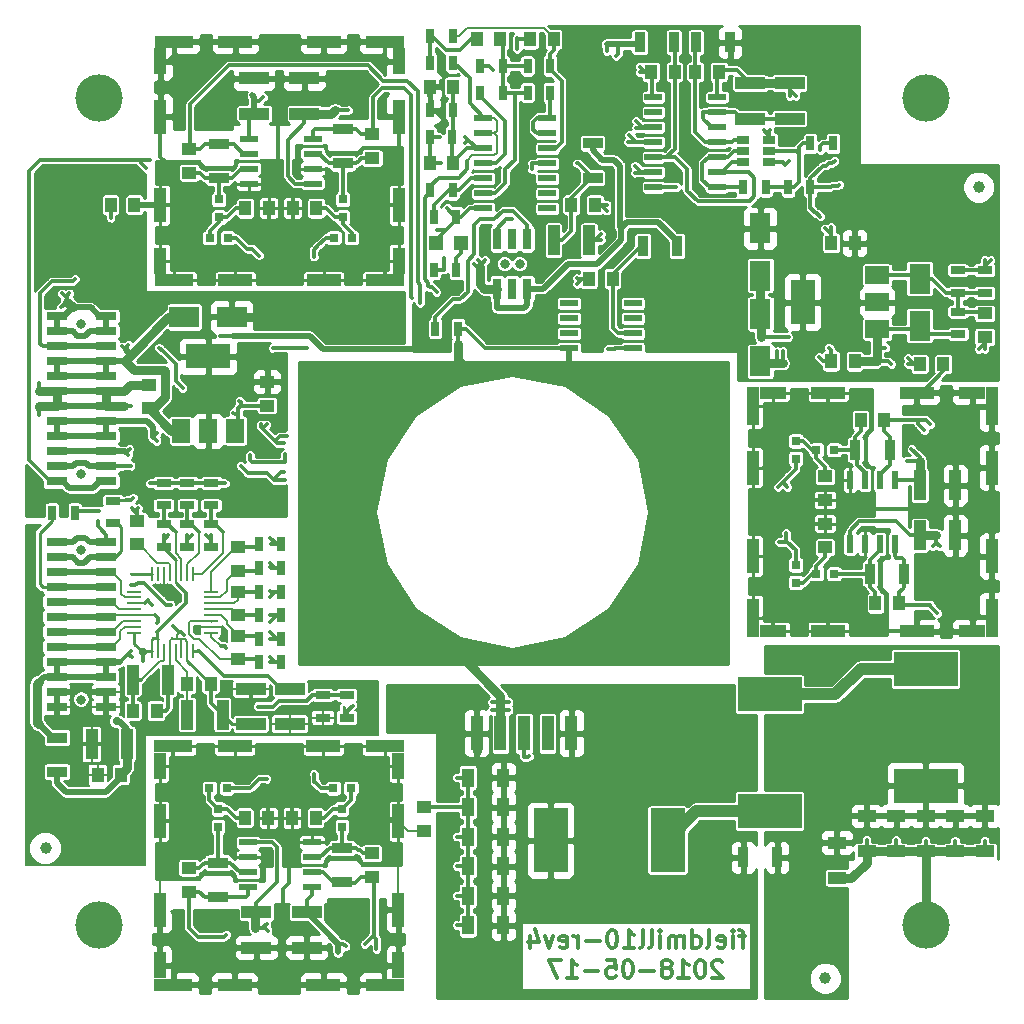
<source format=gbl>
G04 #@! TF.FileFunction,Copper,L6,Bot,Signal*
%FSLAX46Y46*%
G04 Gerber Fmt 4.6, Leading zero omitted, Abs format (unit mm)*
G04 Created by KiCad (PCBNEW 4.0.5+dfsg1-4) date Thu May 17 15:39:57 2018*
%MOMM*%
%LPD*%
G01*
G04 APERTURE LIST*
%ADD10C,0.100000*%
%ADD11C,0.300000*%
%ADD12R,1.198880X1.198880*%
%ADD13R,2.500000X1.000000*%
%ADD14R,1.000000X2.500000*%
%ADD15R,0.760000X1.800000*%
%ADD16R,0.700000X1.300000*%
%ADD17R,1.200000X0.280000*%
%ADD18R,0.280000X1.200000*%
%ADD19R,0.600000X1.550000*%
%ADD20R,1.300000X0.700000*%
%ADD21R,1.000000X1.250000*%
%ADD22R,1.250000X1.000000*%
%ADD23R,1.550000X0.600000*%
%ADD24R,1.060000X0.650000*%
%ADD25R,1.500000X0.600000*%
%ADD26C,4.000000*%
%ADD27R,1.000000X3.000000*%
%ADD28R,1.600000X1.000000*%
%ADD29R,1.000000X1.600000*%
%ADD30R,2.499360X1.800860*%
%ADD31R,1.800860X2.499360*%
%ADD32R,0.750000X0.800000*%
%ADD33R,0.800000X0.750000*%
%ADD34R,5.400000X2.900000*%
%ADD35R,2.900000X5.400000*%
%ADD36R,2.900000X1.000000*%
%ADD37R,3.300000X1.000000*%
%ADD38R,1.000000X2.900000*%
%ADD39R,1.000000X2.300000*%
%ADD40R,1.000000X3.300000*%
%ADD41R,2.300000X1.000000*%
%ADD42R,1.700000X0.900000*%
%ADD43R,0.900000X1.700000*%
%ADD44R,2.000000X3.800000*%
%ADD45R,2.000000X1.500000*%
%ADD46R,3.800000X2.000000*%
%ADD47R,1.500000X2.000000*%
%ADD48R,1.800000X0.760000*%
%ADD49C,1.000000*%
%ADD50C,0.800000*%
%ADD51C,0.325000*%
%ADD52C,1.100000*%
%ADD53C,0.700000*%
%ADD54C,0.750000*%
%ADD55C,0.500000*%
%ADD56C,0.200000*%
%ADD57C,0.250000*%
%ADD58C,1.000000*%
%ADD59C,0.254000*%
G04 APERTURE END LIST*
D10*
D11*
X119749999Y-135903571D02*
X119178570Y-135903571D01*
X119535713Y-136903571D02*
X119535713Y-135617857D01*
X119464285Y-135475000D01*
X119321427Y-135403571D01*
X119178570Y-135403571D01*
X118678570Y-136903571D02*
X118678570Y-135903571D01*
X118678570Y-135403571D02*
X118749999Y-135475000D01*
X118678570Y-135546429D01*
X118607142Y-135475000D01*
X118678570Y-135403571D01*
X118678570Y-135546429D01*
X117392856Y-136832143D02*
X117535713Y-136903571D01*
X117821427Y-136903571D01*
X117964284Y-136832143D01*
X118035713Y-136689286D01*
X118035713Y-136117857D01*
X117964284Y-135975000D01*
X117821427Y-135903571D01*
X117535713Y-135903571D01*
X117392856Y-135975000D01*
X117321427Y-136117857D01*
X117321427Y-136260714D01*
X118035713Y-136403571D01*
X116464284Y-136903571D02*
X116607142Y-136832143D01*
X116678570Y-136689286D01*
X116678570Y-135403571D01*
X115249999Y-136903571D02*
X115249999Y-135403571D01*
X115249999Y-136832143D02*
X115392856Y-136903571D01*
X115678570Y-136903571D01*
X115821428Y-136832143D01*
X115892856Y-136760714D01*
X115964285Y-136617857D01*
X115964285Y-136189286D01*
X115892856Y-136046429D01*
X115821428Y-135975000D01*
X115678570Y-135903571D01*
X115392856Y-135903571D01*
X115249999Y-135975000D01*
X114535713Y-136903571D02*
X114535713Y-135903571D01*
X114535713Y-136046429D02*
X114464285Y-135975000D01*
X114321427Y-135903571D01*
X114107142Y-135903571D01*
X113964285Y-135975000D01*
X113892856Y-136117857D01*
X113892856Y-136903571D01*
X113892856Y-136117857D02*
X113821427Y-135975000D01*
X113678570Y-135903571D01*
X113464285Y-135903571D01*
X113321427Y-135975000D01*
X113249999Y-136117857D01*
X113249999Y-136903571D01*
X112535713Y-136903571D02*
X112535713Y-135903571D01*
X112535713Y-135403571D02*
X112607142Y-135475000D01*
X112535713Y-135546429D01*
X112464285Y-135475000D01*
X112535713Y-135403571D01*
X112535713Y-135546429D01*
X111607141Y-136903571D02*
X111749999Y-136832143D01*
X111821427Y-136689286D01*
X111821427Y-135403571D01*
X110821427Y-136903571D02*
X110964285Y-136832143D01*
X111035713Y-136689286D01*
X111035713Y-135403571D01*
X109464285Y-136903571D02*
X110321428Y-136903571D01*
X109892856Y-136903571D02*
X109892856Y-135403571D01*
X110035713Y-135617857D01*
X110178571Y-135760714D01*
X110321428Y-135832143D01*
X108535714Y-135403571D02*
X108392857Y-135403571D01*
X108250000Y-135475000D01*
X108178571Y-135546429D01*
X108107142Y-135689286D01*
X108035714Y-135975000D01*
X108035714Y-136332143D01*
X108107142Y-136617857D01*
X108178571Y-136760714D01*
X108250000Y-136832143D01*
X108392857Y-136903571D01*
X108535714Y-136903571D01*
X108678571Y-136832143D01*
X108750000Y-136760714D01*
X108821428Y-136617857D01*
X108892857Y-136332143D01*
X108892857Y-135975000D01*
X108821428Y-135689286D01*
X108750000Y-135546429D01*
X108678571Y-135475000D01*
X108535714Y-135403571D01*
X107392857Y-136332143D02*
X106250000Y-136332143D01*
X105535714Y-136903571D02*
X105535714Y-135903571D01*
X105535714Y-136189286D02*
X105464286Y-136046429D01*
X105392857Y-135975000D01*
X105250000Y-135903571D01*
X105107143Y-135903571D01*
X104035715Y-136832143D02*
X104178572Y-136903571D01*
X104464286Y-136903571D01*
X104607143Y-136832143D01*
X104678572Y-136689286D01*
X104678572Y-136117857D01*
X104607143Y-135975000D01*
X104464286Y-135903571D01*
X104178572Y-135903571D01*
X104035715Y-135975000D01*
X103964286Y-136117857D01*
X103964286Y-136260714D01*
X104678572Y-136403571D01*
X103464286Y-135903571D02*
X103107143Y-136903571D01*
X102750001Y-135903571D01*
X101535715Y-135903571D02*
X101535715Y-136903571D01*
X101892858Y-135332143D02*
X102250001Y-136403571D01*
X101321429Y-136403571D01*
X117785713Y-138096429D02*
X117714284Y-138025000D01*
X117571427Y-137953571D01*
X117214284Y-137953571D01*
X117071427Y-138025000D01*
X116999998Y-138096429D01*
X116928570Y-138239286D01*
X116928570Y-138382143D01*
X116999998Y-138596429D01*
X117857141Y-139453571D01*
X116928570Y-139453571D01*
X115999999Y-137953571D02*
X115857142Y-137953571D01*
X115714285Y-138025000D01*
X115642856Y-138096429D01*
X115571427Y-138239286D01*
X115499999Y-138525000D01*
X115499999Y-138882143D01*
X115571427Y-139167857D01*
X115642856Y-139310714D01*
X115714285Y-139382143D01*
X115857142Y-139453571D01*
X115999999Y-139453571D01*
X116142856Y-139382143D01*
X116214285Y-139310714D01*
X116285713Y-139167857D01*
X116357142Y-138882143D01*
X116357142Y-138525000D01*
X116285713Y-138239286D01*
X116214285Y-138096429D01*
X116142856Y-138025000D01*
X115999999Y-137953571D01*
X114071428Y-139453571D02*
X114928571Y-139453571D01*
X114499999Y-139453571D02*
X114499999Y-137953571D01*
X114642856Y-138167857D01*
X114785714Y-138310714D01*
X114928571Y-138382143D01*
X113214285Y-138596429D02*
X113357143Y-138525000D01*
X113428571Y-138453571D01*
X113500000Y-138310714D01*
X113500000Y-138239286D01*
X113428571Y-138096429D01*
X113357143Y-138025000D01*
X113214285Y-137953571D01*
X112928571Y-137953571D01*
X112785714Y-138025000D01*
X112714285Y-138096429D01*
X112642857Y-138239286D01*
X112642857Y-138310714D01*
X112714285Y-138453571D01*
X112785714Y-138525000D01*
X112928571Y-138596429D01*
X113214285Y-138596429D01*
X113357143Y-138667857D01*
X113428571Y-138739286D01*
X113500000Y-138882143D01*
X113500000Y-139167857D01*
X113428571Y-139310714D01*
X113357143Y-139382143D01*
X113214285Y-139453571D01*
X112928571Y-139453571D01*
X112785714Y-139382143D01*
X112714285Y-139310714D01*
X112642857Y-139167857D01*
X112642857Y-138882143D01*
X112714285Y-138739286D01*
X112785714Y-138667857D01*
X112928571Y-138596429D01*
X112000000Y-138882143D02*
X110857143Y-138882143D01*
X109857143Y-137953571D02*
X109714286Y-137953571D01*
X109571429Y-138025000D01*
X109500000Y-138096429D01*
X109428571Y-138239286D01*
X109357143Y-138525000D01*
X109357143Y-138882143D01*
X109428571Y-139167857D01*
X109500000Y-139310714D01*
X109571429Y-139382143D01*
X109714286Y-139453571D01*
X109857143Y-139453571D01*
X110000000Y-139382143D01*
X110071429Y-139310714D01*
X110142857Y-139167857D01*
X110214286Y-138882143D01*
X110214286Y-138525000D01*
X110142857Y-138239286D01*
X110071429Y-138096429D01*
X110000000Y-138025000D01*
X109857143Y-137953571D01*
X108000000Y-137953571D02*
X108714286Y-137953571D01*
X108785715Y-138667857D01*
X108714286Y-138596429D01*
X108571429Y-138525000D01*
X108214286Y-138525000D01*
X108071429Y-138596429D01*
X108000000Y-138667857D01*
X107928572Y-138810714D01*
X107928572Y-139167857D01*
X108000000Y-139310714D01*
X108071429Y-139382143D01*
X108214286Y-139453571D01*
X108571429Y-139453571D01*
X108714286Y-139382143D01*
X108785715Y-139310714D01*
X107285715Y-138882143D02*
X106142858Y-138882143D01*
X104642858Y-139453571D02*
X105500001Y-139453571D01*
X105071429Y-139453571D02*
X105071429Y-137953571D01*
X105214286Y-138167857D01*
X105357144Y-138310714D01*
X105500001Y-138382143D01*
X104142858Y-137953571D02*
X103142858Y-137953571D01*
X103785715Y-139453571D01*
D12*
X93550980Y-77250000D03*
X95649020Y-77250000D03*
D13*
X81200000Y-115000000D03*
X81200000Y-118000000D03*
D14*
X67900000Y-114200000D03*
X70900000Y-114200000D03*
D15*
X101270000Y-81100000D03*
X101270000Y-76900000D03*
X100000000Y-81100000D03*
X100000000Y-76900000D03*
X98730000Y-81100000D03*
X98730000Y-76900000D03*
D16*
X93050000Y-72750000D03*
X94950000Y-72750000D03*
D17*
X74500000Y-106750000D03*
X74500000Y-107250000D03*
X74500000Y-107750000D03*
X74500000Y-108250000D03*
X74500000Y-108750000D03*
X74500000Y-109250000D03*
X74500000Y-109750000D03*
X74500000Y-110250000D03*
D18*
X73000000Y-111750000D03*
X72500000Y-111750000D03*
X72000000Y-111750000D03*
X71500000Y-111750000D03*
X71000000Y-111750000D03*
X70500000Y-111750000D03*
X70000000Y-111750000D03*
X69500000Y-111750000D03*
D17*
X68000000Y-110250000D03*
X68000000Y-109750000D03*
X68000000Y-109250000D03*
X68000000Y-108750000D03*
X68000000Y-108250000D03*
X68000000Y-107750000D03*
X68000000Y-107250000D03*
X68000000Y-106750000D03*
D18*
X69500000Y-105250000D03*
X70000000Y-105250000D03*
X70500000Y-105250000D03*
X71000000Y-105250000D03*
X71500000Y-105250000D03*
X72000000Y-105250000D03*
X72500000Y-105250000D03*
X73000000Y-105250000D03*
D19*
X132405000Y-102700000D03*
X131135000Y-102700000D03*
X129865000Y-102700000D03*
X128595000Y-102700000D03*
X128595000Y-97300000D03*
X129865000Y-97300000D03*
X131135000Y-97300000D03*
X132405000Y-97300000D03*
D20*
X86000000Y-115550000D03*
X86000000Y-117450000D03*
D21*
X117500000Y-62750000D03*
X115500000Y-62750000D03*
X77350000Y-125900000D03*
X79350000Y-125900000D03*
D16*
X93050000Y-62000000D03*
X94950000Y-62000000D03*
D22*
X69250000Y-91250000D03*
X69250000Y-89250000D03*
D21*
X93000000Y-70500000D03*
X95000000Y-70500000D03*
D16*
X93500000Y-84500000D03*
X95400000Y-84500000D03*
X94900000Y-68250000D03*
X93000000Y-68250000D03*
D22*
X140000000Y-85200000D03*
X140000000Y-83200000D03*
D21*
X127000000Y-77250000D03*
X129000000Y-77250000D03*
X127000000Y-87250000D03*
X129000000Y-87250000D03*
D22*
X68250000Y-100750000D03*
X68250000Y-102750000D03*
X76750000Y-106750000D03*
X76750000Y-108750000D03*
X79250000Y-89000000D03*
X79250000Y-91000000D03*
D21*
X111750000Y-62750000D03*
X113750000Y-62750000D03*
D22*
X76750000Y-103000000D03*
X76750000Y-105000000D03*
X76750000Y-110500000D03*
X76750000Y-112500000D03*
D21*
X66900000Y-122300000D03*
X64900000Y-122300000D03*
X74500000Y-114600000D03*
X72500000Y-114600000D03*
X67900000Y-116900000D03*
X69900000Y-116900000D03*
X108500000Y-80250000D03*
X106500000Y-80250000D03*
X105000000Y-74000000D03*
X107000000Y-74000000D03*
X97000000Y-60000000D03*
X99000000Y-60000000D03*
X81350000Y-125900000D03*
X83350000Y-125900000D03*
X83400000Y-74300000D03*
X81400000Y-74300000D03*
D20*
X70500000Y-101050000D03*
X70500000Y-102950000D03*
X72500000Y-101050000D03*
X72500000Y-102950000D03*
X84000000Y-115550000D03*
X84000000Y-117450000D03*
X74500000Y-101050000D03*
X74500000Y-102950000D03*
X70500000Y-99450000D03*
X70500000Y-97550000D03*
X72500000Y-99450000D03*
X72500000Y-97550000D03*
D16*
X125250000Y-68800000D03*
X127150000Y-68800000D03*
D20*
X74500000Y-99450000D03*
X74500000Y-97550000D03*
X66200000Y-99050000D03*
X66200000Y-100950000D03*
D16*
X78550000Y-102750000D03*
X80450000Y-102750000D03*
X80450000Y-104750000D03*
X78550000Y-104750000D03*
X78550000Y-106750000D03*
X80450000Y-106750000D03*
X80450000Y-108750000D03*
X78550000Y-108750000D03*
X78550000Y-110750000D03*
X80450000Y-110750000D03*
X80450000Y-112750000D03*
X78550000Y-112750000D03*
D23*
X77650000Y-131805000D03*
X77650000Y-130535000D03*
X77650000Y-129265000D03*
X77650000Y-127995000D03*
X83050000Y-127995000D03*
X83050000Y-129265000D03*
X83050000Y-130535000D03*
X83050000Y-131805000D03*
X110200000Y-82345000D03*
X110200000Y-83615000D03*
X110200000Y-84885000D03*
X110200000Y-86155000D03*
X104800000Y-86155000D03*
X104800000Y-84885000D03*
X104800000Y-83615000D03*
X104800000Y-82345000D03*
X83100000Y-68395000D03*
X83100000Y-69665000D03*
X83100000Y-70935000D03*
X83100000Y-72205000D03*
X77700000Y-72205000D03*
X77700000Y-70935000D03*
X77700000Y-69665000D03*
X77700000Y-68395000D03*
D16*
X93350000Y-75000000D03*
X95250000Y-75000000D03*
D22*
X126500000Y-103000000D03*
X126500000Y-101000000D03*
X126500000Y-99000000D03*
X126500000Y-97000000D03*
D13*
X120150000Y-66700000D03*
X120150000Y-63700000D03*
D21*
X103500000Y-60000000D03*
X101500000Y-60000000D03*
X79400000Y-74300000D03*
X77400000Y-74300000D03*
D24*
X119550000Y-70400000D03*
X119550000Y-69450000D03*
X119550000Y-68500000D03*
X121750000Y-68500000D03*
X121750000Y-70400000D03*
X121750000Y-69450000D03*
D25*
X111950000Y-72510000D03*
X111950000Y-71240000D03*
X111950000Y-69970000D03*
X111950000Y-68700000D03*
X111950000Y-67430000D03*
X111950000Y-66160000D03*
X111950000Y-64890000D03*
X117350000Y-64890000D03*
X117350000Y-66160000D03*
X117350000Y-67430000D03*
X117350000Y-68700000D03*
X117350000Y-69970000D03*
X117350000Y-71240000D03*
X117350000Y-72510000D03*
D21*
X95000000Y-64000000D03*
X93000000Y-64000000D03*
D16*
X62950000Y-100100000D03*
X61050000Y-100100000D03*
X94950000Y-66000000D03*
X93050000Y-66000000D03*
D26*
X65000000Y-135000000D03*
X135000000Y-135000000D03*
X65000000Y-65000000D03*
X135000000Y-65000000D03*
D27*
X105000000Y-118750000D03*
X103000000Y-118750000D03*
X101000000Y-118750000D03*
X99000000Y-118750000D03*
X97000000Y-118750000D03*
D16*
X95250000Y-79500000D03*
X93350000Y-79500000D03*
X94950000Y-59750000D03*
X93050000Y-59750000D03*
X101300000Y-62250000D03*
X103200000Y-62250000D03*
X101300000Y-64500000D03*
X103200000Y-64500000D03*
D21*
X136500000Y-87500000D03*
X134500000Y-87500000D03*
D22*
X92500000Y-127000000D03*
X92500000Y-125000000D03*
D21*
X68000000Y-74000000D03*
X66000000Y-74000000D03*
D16*
X125250000Y-72500000D03*
X123350000Y-72500000D03*
D14*
X67400000Y-119700000D03*
X64400000Y-119700000D03*
D13*
X82600000Y-133900000D03*
X82600000Y-136900000D03*
D22*
X72600000Y-130150000D03*
X72600000Y-132150000D03*
D13*
X78150000Y-66300000D03*
X78150000Y-63300000D03*
D14*
X134500000Y-97750000D03*
X137500000Y-97750000D03*
X75500000Y-117200000D03*
X72500000Y-117200000D03*
D22*
X88100000Y-128900000D03*
X88100000Y-130900000D03*
X88150000Y-70050000D03*
X88150000Y-68050000D03*
D28*
X130000000Y-125750000D03*
X130000000Y-128750000D03*
X132500000Y-125750000D03*
X132500000Y-128750000D03*
D22*
X72650000Y-71300000D03*
X72650000Y-69300000D03*
D28*
X135000000Y-125750000D03*
X135000000Y-128750000D03*
D21*
X130750000Y-107750000D03*
X132750000Y-107750000D03*
D28*
X137500000Y-125750000D03*
X137500000Y-128750000D03*
X140000000Y-125750000D03*
X140000000Y-128750000D03*
D21*
X129500000Y-92250000D03*
X131500000Y-92250000D03*
D29*
X99250000Y-122500000D03*
X96250000Y-122500000D03*
X99250000Y-125000000D03*
X96250000Y-125000000D03*
X99250000Y-127500000D03*
X96250000Y-127500000D03*
X99250000Y-130000000D03*
X96250000Y-130000000D03*
D28*
X127500000Y-128000000D03*
X127500000Y-131000000D03*
D29*
X99250000Y-132500000D03*
X96250000Y-132500000D03*
X99250000Y-135000000D03*
X96250000Y-135000000D03*
D13*
X77900000Y-115000000D03*
X77900000Y-118000000D03*
X78350000Y-136900000D03*
X78350000Y-133900000D03*
X82400000Y-63300000D03*
X82400000Y-66300000D03*
D14*
X137500000Y-102000000D03*
X134500000Y-102000000D03*
X103500000Y-77000000D03*
X106500000Y-77000000D03*
D13*
X123500000Y-66700000D03*
X123500000Y-63700000D03*
D30*
X72251020Y-83500000D03*
X76248980Y-83500000D03*
D31*
X121000000Y-87248980D03*
X121000000Y-83251020D03*
X134500000Y-80251020D03*
X134500000Y-84248980D03*
X121000000Y-79998980D03*
X121000000Y-76001020D03*
D32*
X75100000Y-125150000D03*
X75100000Y-126650000D03*
D33*
X75850000Y-123400000D03*
X74350000Y-123400000D03*
D32*
X85600000Y-125150000D03*
X85600000Y-126650000D03*
D33*
X84850000Y-123400000D03*
X86350000Y-123400000D03*
D32*
X85650000Y-75050000D03*
X85650000Y-73550000D03*
D33*
X84900000Y-76800000D03*
X86400000Y-76800000D03*
D32*
X75150000Y-75050000D03*
X75150000Y-73550000D03*
D33*
X75900000Y-76800000D03*
X74400000Y-76800000D03*
X125750000Y-105250000D03*
X127250000Y-105250000D03*
D32*
X124000000Y-104500000D03*
X124000000Y-106000000D03*
D33*
X125750000Y-94750000D03*
X127250000Y-94750000D03*
D32*
X124000000Y-95500000D03*
X124000000Y-94000000D03*
D34*
X135000000Y-123200000D03*
X135000000Y-113300000D03*
X121800000Y-115450000D03*
X121800000Y-125350000D03*
D35*
X113150000Y-127800000D03*
X103250000Y-127800000D03*
D36*
X84000000Y-140050000D03*
X76500000Y-140050000D03*
X84000000Y-119850000D03*
X76500000Y-119850000D03*
D37*
X89200000Y-140050000D03*
X71300000Y-140050000D03*
X71300000Y-119850000D03*
X89200000Y-119850000D03*
D38*
X90350000Y-133700000D03*
X90350000Y-126200000D03*
X70150000Y-133700000D03*
X70150000Y-126200000D03*
D39*
X90350000Y-138400000D03*
X70150000Y-138400000D03*
X70150000Y-121500000D03*
X90350000Y-121500000D03*
D36*
X76550000Y-60200000D03*
X84050000Y-60200000D03*
X76550000Y-80400000D03*
X84050000Y-80400000D03*
D37*
X71350000Y-60200000D03*
X89250000Y-60200000D03*
X89250000Y-80400000D03*
X71350000Y-80400000D03*
D38*
X70200000Y-66550000D03*
X70200000Y-74050000D03*
X90400000Y-66550000D03*
X90400000Y-74050000D03*
D39*
X70200000Y-61850000D03*
X90400000Y-61850000D03*
X90400000Y-78750000D03*
X70200000Y-78750000D03*
D38*
X140600000Y-96250000D03*
X140600000Y-103750000D03*
X120400000Y-96250000D03*
X120400000Y-103750000D03*
D40*
X140600000Y-91050000D03*
X140600000Y-108950000D03*
X120400000Y-108950000D03*
X120400000Y-91050000D03*
D36*
X134250000Y-89900000D03*
X126750000Y-89900000D03*
X134250000Y-110100000D03*
X126750000Y-110100000D03*
D41*
X138950000Y-89900000D03*
X138950000Y-110100000D03*
X122050000Y-110100000D03*
X122050000Y-89900000D03*
D42*
X61500000Y-119150000D03*
X61500000Y-122050000D03*
D43*
X111050000Y-77500000D03*
X113950000Y-77500000D03*
D42*
X106800000Y-71700000D03*
X106800000Y-68800000D03*
D20*
X137750000Y-79550000D03*
X137750000Y-81450000D03*
X140000000Y-79550000D03*
X140000000Y-81450000D03*
X137750000Y-83050000D03*
X137750000Y-84950000D03*
D16*
X99200000Y-64500000D03*
X97300000Y-64500000D03*
X97300000Y-62250000D03*
X99200000Y-62250000D03*
D42*
X75100000Y-129700000D03*
X75100000Y-132600000D03*
D16*
X121450000Y-72500000D03*
X119550000Y-72500000D03*
D42*
X85600000Y-128450000D03*
X85600000Y-131350000D03*
X75150000Y-71750000D03*
X75150000Y-68850000D03*
D43*
X110800000Y-60250000D03*
X113700000Y-60250000D03*
X129050000Y-94750000D03*
X131950000Y-94750000D03*
D42*
X85650000Y-70500000D03*
X85650000Y-67600000D03*
D43*
X115550000Y-60250000D03*
X118450000Y-60250000D03*
X122450000Y-129250000D03*
X119550000Y-129250000D03*
X130300000Y-105250000D03*
X133200000Y-105250000D03*
D25*
X97550000Y-74310000D03*
X97550000Y-73040000D03*
X97550000Y-71770000D03*
X97550000Y-70500000D03*
X97550000Y-69230000D03*
X97550000Y-67960000D03*
X97550000Y-66690000D03*
X102950000Y-66690000D03*
X102950000Y-67960000D03*
X102950000Y-69230000D03*
X102950000Y-70500000D03*
X102950000Y-71770000D03*
X102950000Y-73040000D03*
X102950000Y-74310000D03*
D44*
X124600000Y-82250000D03*
D45*
X130900000Y-82250000D03*
X130900000Y-84550000D03*
X130900000Y-79950000D03*
D46*
X74250000Y-86850000D03*
D47*
X74250000Y-93150000D03*
X71950000Y-93150000D03*
X76550000Y-93150000D03*
D48*
X65620000Y-102575000D03*
X61420000Y-102575000D03*
X65620000Y-103845000D03*
X61420000Y-103845000D03*
X65620000Y-105115000D03*
X61420000Y-105115000D03*
X65620000Y-106385000D03*
X61420000Y-106385000D03*
X65620000Y-107655000D03*
X61420000Y-107655000D03*
X65620000Y-108925000D03*
X61420000Y-108925000D03*
X65620000Y-110195000D03*
X61420000Y-110195000D03*
X65620000Y-111465000D03*
X61420000Y-111465000D03*
X65620000Y-112735000D03*
X61420000Y-112735000D03*
X65620000Y-114005000D03*
X61420000Y-114005000D03*
X65620000Y-115275000D03*
X61420000Y-115275000D03*
X65620000Y-116545000D03*
X61420000Y-116545000D03*
X65620000Y-83455000D03*
X61420000Y-83455000D03*
X65620000Y-84725000D03*
X61420000Y-84725000D03*
X65620000Y-85995000D03*
X61420000Y-85995000D03*
X65620000Y-87265000D03*
X61420000Y-87265000D03*
X65620000Y-88535000D03*
X61420000Y-88535000D03*
X65620000Y-89805000D03*
X61420000Y-89805000D03*
X65620000Y-91075000D03*
X61420000Y-91075000D03*
X65620000Y-92345000D03*
X61420000Y-92345000D03*
X65620000Y-93615000D03*
X61420000Y-93615000D03*
X65620000Y-94885000D03*
X61420000Y-94885000D03*
X65620000Y-96155000D03*
X61420000Y-96155000D03*
X65620000Y-97425000D03*
X61420000Y-97425000D03*
D49*
X60500000Y-128500000D03*
X126500000Y-139500000D03*
X139500000Y-72500000D03*
D50*
X99365000Y-79000000D03*
X100635000Y-79000000D03*
X63520000Y-96790000D03*
X63520000Y-84090000D03*
X63520000Y-115910000D03*
X63520000Y-103210000D03*
D51*
X63400000Y-118600000D03*
X94250000Y-78500000D03*
X77750000Y-116500000D03*
X77250000Y-116500000D03*
X108000000Y-74500000D03*
X107500000Y-76500000D03*
X105500000Y-80700000D03*
X140500000Y-78700000D03*
X139500000Y-86200000D03*
X126800000Y-86100000D03*
X133500000Y-87000000D03*
X126500000Y-76000000D03*
X101700000Y-71000000D03*
X121300000Y-67700000D03*
X126100000Y-69400000D03*
X124000000Y-64800000D03*
X98400000Y-62600000D03*
X100400000Y-60800000D03*
X110800000Y-62300000D03*
X73300000Y-110300000D03*
X70800000Y-106900000D03*
X67800000Y-99700000D03*
X140000000Y-127850000D03*
X137500000Y-127850000D03*
X135000000Y-127850000D03*
X132500000Y-127800000D03*
X130000000Y-127750000D03*
X59900000Y-89100000D03*
X59900000Y-91800000D03*
X67700000Y-91000000D03*
X67650000Y-89250000D03*
X67100004Y-91000000D03*
X67100000Y-89800000D03*
X59905000Y-89805000D03*
X59925000Y-91075000D03*
X94200000Y-79500000D03*
X94000000Y-70500000D03*
X93900000Y-68300000D03*
X98100000Y-62300000D03*
X100400000Y-59900000D03*
X66000000Y-75100000D03*
X76900000Y-90600000D03*
X76400000Y-91600000D03*
X76800000Y-91200000D03*
X69300000Y-97600000D03*
X75700000Y-97600000D03*
X68300000Y-99700000D03*
X70789508Y-106496182D03*
X73302030Y-109849074D03*
X63500000Y-119700000D03*
X63500000Y-117100000D03*
X62900000Y-117100000D03*
X62900000Y-118600000D03*
X65500000Y-119700000D03*
X98300000Y-116800000D03*
X98300000Y-116100000D03*
X99700000Y-116800000D03*
X99700000Y-116100000D03*
X95300000Y-122500000D03*
X95300000Y-125000000D03*
X95300000Y-127500000D03*
X95300000Y-130000000D03*
X95300000Y-135000000D03*
X95300000Y-132500000D03*
X126000000Y-86900000D03*
X133500000Y-87500000D03*
X140000000Y-86200000D03*
X140000000Y-78700000D03*
X127000000Y-75900000D03*
X107500000Y-77000000D03*
X105500000Y-80200000D03*
X101700000Y-70500000D03*
X108000000Y-74000000D03*
X110800000Y-62800000D03*
X123500000Y-64800000D03*
X121800000Y-67700000D03*
X126100000Y-69000000D03*
D52*
X95810253Y-111511235D03*
X112250000Y-100000000D03*
X112063895Y-102127190D03*
X111511235Y-104189747D03*
X110608811Y-106125000D03*
X109384044Y-107874148D03*
X107874148Y-109384044D03*
X106125000Y-110608811D03*
X104189747Y-111511235D03*
X102127190Y-112063895D03*
X100000000Y-112250000D03*
X97872810Y-112063895D03*
X93875000Y-110608811D03*
X92125852Y-109384044D03*
X90615956Y-107874148D03*
X89391189Y-106125000D03*
X88488765Y-104189747D03*
X87936105Y-102127190D03*
X87750000Y-100000000D03*
X87936105Y-97872810D03*
X88488765Y-95810253D03*
X89391189Y-93875000D03*
X90615956Y-92125852D03*
X92125852Y-90615956D03*
X93875000Y-89391189D03*
X95810253Y-88488765D03*
X97872810Y-87936105D03*
X100000000Y-87750000D03*
X102127190Y-87936105D03*
X104189747Y-88488765D03*
X106125000Y-89391189D03*
X107874148Y-90615956D03*
X109384044Y-92125852D03*
X110608811Y-93875000D03*
X111511235Y-95810253D03*
X112063895Y-97872810D03*
D51*
X83800000Y-123400000D03*
X83400000Y-123000000D03*
X83200000Y-122200000D03*
X78200000Y-123000000D03*
X78600000Y-122600000D03*
X79200000Y-122600000D03*
X77300000Y-77500000D03*
X78000000Y-77750000D03*
X78550000Y-78300000D03*
X83600000Y-77400000D03*
X83200000Y-77800000D03*
X83200000Y-78400000D03*
X123400000Y-97000000D03*
X123300000Y-97900000D03*
X122500000Y-97900000D03*
X123550000Y-102800000D03*
X123200000Y-101800000D03*
X122600000Y-102550000D03*
X96800000Y-79000000D03*
X97100000Y-78700000D03*
X97700000Y-78700000D03*
X67800000Y-112300000D03*
X67300000Y-112200000D03*
X67700000Y-111800000D03*
X79500000Y-104300000D03*
X79500000Y-104700000D03*
X88500000Y-137000006D03*
X87500000Y-136600000D03*
X79500000Y-102200000D03*
X79540762Y-102713848D03*
X75800000Y-135800000D03*
X75100000Y-136000000D03*
X79500000Y-109300000D03*
X78000000Y-95800000D03*
X80700000Y-95800000D03*
X79475010Y-108702639D03*
X77800000Y-95200000D03*
X80744982Y-95144982D03*
X92197529Y-82297529D03*
X92200000Y-81600000D03*
X79500000Y-107200000D03*
X80700000Y-96600000D03*
X77600000Y-96700000D03*
X79500000Y-106700000D03*
X77000000Y-96100000D03*
X80725009Y-97300000D03*
X91500000Y-81900000D03*
X91433580Y-81033395D03*
X79500000Y-112300000D03*
X79500000Y-112700000D03*
X134900000Y-93100000D03*
X135400000Y-92600000D03*
X79500000Y-110200000D03*
X79500000Y-110800000D03*
X136000000Y-108600000D03*
X135400000Y-107900000D03*
X110400000Y-70700000D03*
X69900000Y-109400000D03*
X70000000Y-109000000D03*
X110400000Y-71300000D03*
X78500010Y-116500000D03*
X78999998Y-116500000D03*
X75310000Y-111400000D03*
X75750000Y-111500000D03*
X67700000Y-105300000D03*
X68200000Y-105250000D03*
X67900000Y-98800000D03*
X67300000Y-99000000D03*
X116270000Y-66800000D03*
X113900000Y-72500000D03*
X113400000Y-72500000D03*
X116150008Y-66200000D03*
X126100000Y-75000000D03*
X127700000Y-72300000D03*
X127300000Y-70300000D03*
X126800000Y-70500000D03*
X125700000Y-74700000D03*
X127100000Y-72400000D03*
D53*
X89474991Y-129250000D03*
D51*
X82818196Y-79312510D03*
X83215707Y-79312270D03*
X82386773Y-79279762D03*
X78426477Y-79009550D03*
X77927814Y-78948946D03*
X83121745Y-121054791D03*
X83634792Y-121030415D03*
X121674987Y-102400000D03*
X121686267Y-102008241D03*
X121801382Y-101458327D03*
X121771981Y-98904035D03*
X121742212Y-98342964D03*
X129600000Y-101500000D03*
X130500002Y-101500000D03*
X130950000Y-101500000D03*
X131750000Y-101700000D03*
X131400000Y-101500000D03*
X130050000Y-101500000D03*
X131800000Y-103700000D03*
X131400000Y-103900000D03*
X131100000Y-104200000D03*
X131150000Y-104650000D03*
X131150000Y-105100000D03*
X131150000Y-105550000D03*
X131150000Y-106000000D03*
X131150000Y-106450000D03*
X131450000Y-106750000D03*
X131650000Y-107150000D03*
X131650000Y-107600000D03*
X131650000Y-108050000D03*
X131650000Y-108500000D03*
X131300000Y-108800000D03*
X127950000Y-98400000D03*
X128350000Y-98550000D03*
X130550000Y-98400000D03*
X130100000Y-98550000D03*
X129650000Y-98550000D03*
X129200000Y-98550000D03*
X128750000Y-98550000D03*
X130500000Y-96300000D03*
X130150000Y-96100000D03*
X129850000Y-95850000D03*
X129900000Y-95350000D03*
X129900000Y-94950000D03*
X129900000Y-94550000D03*
X129900000Y-94150000D03*
X129900000Y-93750000D03*
X130050000Y-93300000D03*
X130400000Y-92800000D03*
X130400000Y-92400000D03*
X130400000Y-92000000D03*
X130400000Y-91600000D03*
X130100000Y-91250000D03*
X82050000Y-71600000D03*
X81900000Y-71200000D03*
X82050000Y-69000000D03*
X81900000Y-69400000D03*
X81900000Y-69850000D03*
X81900000Y-70300000D03*
X81900000Y-70750000D03*
X84300002Y-69499998D03*
X84150000Y-69000000D03*
X84750000Y-69650000D03*
X85200000Y-69650000D03*
X85650000Y-69650000D03*
X86100000Y-69650000D03*
X86550000Y-69650000D03*
X86950000Y-69600000D03*
X87200000Y-69300000D03*
X87550000Y-69150000D03*
X88000000Y-69150000D03*
X88450000Y-69150000D03*
X88900000Y-69150000D03*
X89200000Y-69450000D03*
X78850000Y-72800000D03*
X78950000Y-72400000D03*
X78800000Y-70250000D03*
X78950000Y-70600000D03*
X78950000Y-71100000D03*
X78950000Y-71550000D03*
X78950000Y-72000000D03*
X76650000Y-70250000D03*
X76500000Y-70700000D03*
X76100000Y-70900000D03*
X75650000Y-70900000D03*
X75200000Y-70900000D03*
X74750000Y-70900000D03*
X74300000Y-70900000D03*
X73900000Y-70850000D03*
X73600000Y-70550000D03*
X73250000Y-70400000D03*
X72850000Y-70400000D03*
X72450000Y-70400000D03*
X72050000Y-70400000D03*
X71700000Y-70600000D03*
X81800000Y-127600000D03*
X81800000Y-128000000D03*
X81800000Y-128400000D03*
X81800006Y-128800000D03*
X81800000Y-129199994D03*
X81800000Y-129600000D03*
X82000000Y-129950000D03*
X84350002Y-129450000D03*
X84100000Y-129900000D03*
X84850000Y-129300000D03*
X85250000Y-129300000D03*
X85650000Y-129300000D03*
X86050000Y-129300000D03*
X86450000Y-129300000D03*
X86850000Y-129300000D03*
X87100000Y-129600000D03*
X87400000Y-129800000D03*
X87800000Y-129800000D03*
X88200000Y-129800000D03*
X88600000Y-129800000D03*
X89000000Y-129700000D03*
X78899986Y-129050000D03*
X78800000Y-128550000D03*
X78850000Y-129550000D03*
X78850000Y-129950008D03*
X78850000Y-130349994D03*
X78850000Y-130749994D03*
X78700000Y-131150000D03*
X76600000Y-131200000D03*
X76450000Y-130800000D03*
X76100000Y-130550000D03*
X75600000Y-130550000D03*
X75150000Y-130550000D03*
X74700000Y-130550000D03*
X74250000Y-130550000D03*
X73800000Y-130600000D03*
X73500000Y-130950000D03*
X73100000Y-131050000D03*
X72650000Y-131050000D03*
X72200000Y-131050000D03*
X71750000Y-131000000D03*
X77500000Y-122000000D03*
X77200000Y-122250000D03*
X76800000Y-122250006D03*
X77800002Y-121700002D03*
X78000000Y-121250000D03*
X78399996Y-121100000D03*
X78850000Y-121100000D03*
X79250000Y-121100000D03*
X79650000Y-121100000D03*
X80100000Y-121100000D03*
X80500000Y-121100000D03*
X80950000Y-121100000D03*
X81350000Y-121100000D03*
X81800000Y-121100000D03*
X82249986Y-121100000D03*
X82700000Y-121100000D03*
X84000000Y-121300000D03*
X84300000Y-121600000D03*
X84550000Y-121950000D03*
X84850012Y-122250000D03*
X122950000Y-104050000D03*
X122700000Y-103700004D03*
X122400000Y-103400000D03*
X122099996Y-103150000D03*
X121850000Y-102800000D03*
X121850000Y-101100000D03*
X121850000Y-100650000D03*
X121850000Y-100200000D03*
X121850000Y-99750006D03*
X121850000Y-99300000D03*
X121850000Y-97950000D03*
X121900000Y-97500000D03*
X122150000Y-97150000D03*
X122450000Y-96850000D03*
X122750000Y-96550000D03*
X122950000Y-96150000D03*
X123000000Y-95650004D03*
X84000000Y-79149996D03*
X83599990Y-79250000D03*
X85050000Y-77800000D03*
X84650004Y-78100000D03*
X84350000Y-78400000D03*
X84100000Y-78750000D03*
X82000000Y-79250000D03*
X81650004Y-79250000D03*
X81250000Y-79250000D03*
X80850000Y-79250000D03*
X80450002Y-79250000D03*
X80050000Y-79250000D03*
X79650000Y-79250000D03*
X79250000Y-79250000D03*
X78800000Y-79250000D03*
X77550000Y-78700000D03*
X77150000Y-78450000D03*
X76850000Y-78100000D03*
X76550000Y-77800000D03*
X76050000Y-77749998D03*
X75600006Y-77750000D03*
D53*
X89425753Y-128580342D03*
X71250000Y-130500000D03*
X71250000Y-129750000D03*
X71750000Y-129000000D03*
X72500000Y-129000000D03*
X73250000Y-128750000D03*
X73250000Y-128000000D03*
X73250000Y-127250000D03*
X73250000Y-126500000D03*
X73250000Y-125750000D03*
X73250000Y-125000000D03*
X73250000Y-124250000D03*
X73250000Y-123500000D03*
X73250000Y-122750000D03*
X74000000Y-122250000D03*
X74750000Y-122250000D03*
X75500000Y-122250000D03*
X76250000Y-122250000D03*
X89000000Y-127750000D03*
X88250000Y-127750000D03*
X87500000Y-127500000D03*
X87500000Y-126750000D03*
X87500000Y-126000000D03*
X87500000Y-125250000D03*
X87500000Y-124500000D03*
X87500000Y-123750000D03*
X87500000Y-123000000D03*
X87000000Y-122250000D03*
X86250000Y-122250000D03*
X85500000Y-122250000D03*
X89500000Y-70000000D03*
X89500000Y-70750000D03*
X88750000Y-71250000D03*
X88000000Y-71250000D03*
X87500000Y-71750000D03*
X87500000Y-72500000D03*
X87500000Y-73250000D03*
X87500000Y-74000000D03*
X87500000Y-74750000D03*
X87500000Y-75500000D03*
X87500000Y-76250000D03*
X87500000Y-77000000D03*
X87250000Y-77750000D03*
X86500000Y-77750000D03*
X85750000Y-77750000D03*
X129500000Y-91000000D03*
X128750000Y-91000000D03*
X128250000Y-91500000D03*
X128250000Y-92250000D03*
X128000000Y-93000000D03*
X127250000Y-93000000D03*
X126500000Y-93000000D03*
X125750000Y-93000000D03*
X125000000Y-93000000D03*
X124250000Y-93000000D03*
X123500000Y-93000000D03*
X123000000Y-93500000D03*
X123000000Y-94250000D03*
X123000000Y-95000000D03*
X130750000Y-109000000D03*
X130000000Y-109000000D03*
X129500000Y-108500000D03*
X129500000Y-107750000D03*
X129250000Y-107000000D03*
X128500000Y-107000000D03*
X127750000Y-107000000D03*
X127000000Y-107000000D03*
X126250000Y-107000000D03*
X125500000Y-107000000D03*
X124750000Y-107000000D03*
X124000000Y-107000000D03*
X123250000Y-107000000D03*
X123000000Y-106250000D03*
X123000000Y-105500000D03*
X123000000Y-104750000D03*
D51*
X126300000Y-70700000D03*
X125250000Y-74150000D03*
X126600000Y-72500000D03*
X71900000Y-121500000D03*
X122000000Y-108500000D03*
X88700000Y-78900000D03*
D53*
X73250000Y-74000000D03*
X73250000Y-73250000D03*
X73250000Y-72500000D03*
X72500000Y-72500000D03*
X71750000Y-72500000D03*
X71250000Y-71750000D03*
X71250000Y-71000000D03*
X75000000Y-77750000D03*
X74250000Y-77750000D03*
X73500000Y-77750000D03*
X73250000Y-77000000D03*
X73250000Y-76250000D03*
X73250000Y-75500000D03*
X73250000Y-74750000D03*
D51*
X74100000Y-102000000D03*
X72900000Y-102000000D03*
X70900000Y-102000000D03*
X67100000Y-118100000D03*
X68700000Y-112600000D03*
D53*
X66500000Y-117750000D03*
X68700000Y-111900000D03*
D51*
X70500000Y-102000000D03*
X72500000Y-102000000D03*
X74500000Y-102000000D03*
X105900000Y-70800000D03*
X99400000Y-68900000D03*
X99400000Y-68000000D03*
X105500000Y-70500000D03*
X67500000Y-85900000D03*
X67000000Y-86000000D03*
X108800000Y-61400000D03*
X108000000Y-61000000D03*
X129700000Y-75800000D03*
X94000000Y-63500000D03*
X94100000Y-66700000D03*
X76400000Y-85100000D03*
X75900000Y-85100000D03*
X75300000Y-85100004D03*
X94000000Y-64000000D03*
X94100000Y-66000000D03*
X129500000Y-83750000D03*
X129000000Y-83750000D03*
X128500000Y-83750000D03*
X128000000Y-83750000D03*
X127500000Y-83750000D03*
X127000000Y-83750000D03*
X126500000Y-83750000D03*
X126500000Y-80750000D03*
X127000000Y-80750000D03*
X127500000Y-80750000D03*
X128000000Y-80750000D03*
X128500000Y-80750000D03*
X129500000Y-80750000D03*
X129000000Y-80750000D03*
X129000000Y-81250000D03*
X128500000Y-81250000D03*
X128000000Y-81250000D03*
X127500000Y-81250000D03*
X127000000Y-81250000D03*
X126500000Y-81250000D03*
X126500000Y-83250000D03*
X127000000Y-83250000D03*
X127500000Y-83250000D03*
X128000000Y-83250000D03*
X128500000Y-83250000D03*
X129000000Y-83250000D03*
X129000000Y-82750000D03*
X128500000Y-82750000D03*
X128000000Y-82750000D03*
X127500000Y-82750000D03*
X127000000Y-82750000D03*
X126500000Y-82750000D03*
X126000000Y-82250000D03*
X126500000Y-81750000D03*
X127000000Y-81750000D03*
X127500000Y-81750000D03*
X128000000Y-81750000D03*
X128500000Y-81750000D03*
X129000000Y-81750000D03*
X129500000Y-82250000D03*
X129000000Y-82250000D03*
X128500000Y-82250000D03*
X128000000Y-82250000D03*
X127500000Y-82250000D03*
X127000000Y-82250000D03*
X126500000Y-82250000D03*
X69900000Y-94000000D03*
X69900000Y-93300000D03*
X129000000Y-75799998D03*
X101400000Y-120700000D03*
X101000000Y-120750000D03*
X63000000Y-80300000D03*
X62500000Y-80500000D03*
X61800000Y-82700000D03*
X62299999Y-82199999D03*
X124400000Y-130000000D03*
X125700000Y-129200000D03*
X125600000Y-128700000D03*
X61900000Y-81500000D03*
X62500000Y-81500000D03*
X79200000Y-92600000D03*
X80900000Y-93600000D03*
X78700000Y-92600000D03*
X80700000Y-94200000D03*
X93600000Y-81400000D03*
X86500000Y-116400000D03*
X93000000Y-81000000D03*
X85800000Y-116524990D03*
X94500000Y-74300000D03*
X93600000Y-76100000D03*
X67600000Y-94700000D03*
X67500000Y-95200000D03*
X69000000Y-70900000D03*
X123400000Y-70300000D03*
X69300000Y-70200000D03*
X123100000Y-70600000D03*
X108100000Y-86200000D03*
X81900000Y-86100000D03*
X80200000Y-86100000D03*
X65075000Y-101400000D03*
X67700000Y-106200000D03*
X70294974Y-107500000D03*
X71100000Y-107900000D03*
X64900000Y-100800000D03*
X79728242Y-86126368D03*
X82600000Y-86100000D03*
X108700000Y-86200000D03*
X68300000Y-106000000D03*
X109900000Y-68100000D03*
X69500000Y-107900000D03*
X65000000Y-99900000D03*
X71800000Y-89200000D03*
X72100000Y-89500000D03*
X70400000Y-86400000D03*
X70100000Y-86100000D03*
X69137156Y-107508174D03*
X64300000Y-99900000D03*
X109800000Y-68700000D03*
X86100000Y-66000000D03*
X85400000Y-66000000D03*
X71200014Y-110700000D03*
X71300000Y-109700000D03*
X72200000Y-110400000D03*
X71800000Y-110200000D03*
X131600000Y-86100000D03*
X123400000Y-85200000D03*
X122700000Y-85200000D03*
X132100000Y-87500000D03*
X135600000Y-102900000D03*
X136200000Y-102900000D03*
X79300000Y-135500000D03*
X79200000Y-134900000D03*
X74600000Y-112900000D03*
X75100000Y-113400000D03*
X76200000Y-113900000D03*
X75590000Y-113900000D03*
X68300000Y-71000000D03*
X67200000Y-71000000D03*
X67400000Y-71600000D03*
X68100000Y-71500000D03*
X78900000Y-64900000D03*
X85900000Y-136800000D03*
X72900000Y-89700000D03*
X72900000Y-90250000D03*
X73350000Y-90250000D03*
X73350000Y-89700000D03*
X73850000Y-89700000D03*
X73850000Y-90250000D03*
X75100000Y-89750000D03*
X75600000Y-89750000D03*
X75600000Y-90300000D03*
X75100000Y-90300000D03*
X75100000Y-90800000D03*
X75600000Y-90800000D03*
X75600000Y-91300000D03*
X75100000Y-91300000D03*
X73850000Y-90800000D03*
X73350000Y-90800000D03*
X72900000Y-90800000D03*
X72450000Y-90800000D03*
X72450000Y-91300000D03*
X72900000Y-91300000D03*
X73350000Y-91300000D03*
X73850000Y-91300000D03*
X76200000Y-89150000D03*
X76200000Y-88700000D03*
X73800000Y-89100000D03*
X73300000Y-89100000D03*
X72800000Y-89100000D03*
X72800000Y-88650000D03*
X73300000Y-88650000D03*
X73800000Y-88650000D03*
X75150000Y-89150000D03*
X75700000Y-89150000D03*
X75700000Y-88700000D03*
X75150000Y-88700000D03*
X79800000Y-82534591D03*
X79400000Y-82934591D03*
X78834591Y-83500000D03*
X89075032Y-82224968D03*
X89600000Y-82200000D03*
X89600000Y-81700000D03*
X89100000Y-81700000D03*
X122400000Y-86400000D03*
X122900000Y-86400000D03*
X133400000Y-95700000D03*
X133800000Y-94700000D03*
X85250000Y-137250000D03*
X78000000Y-64750000D03*
X96000000Y-68800000D03*
X100000000Y-75200000D03*
X96000000Y-68250000D03*
X99500000Y-75250000D03*
X110500000Y-66900000D03*
X67700000Y-96100000D03*
X67000000Y-96100000D03*
X110500000Y-67500000D03*
D11*
X63400000Y-118370191D02*
X63400000Y-118600000D01*
X63400000Y-117999999D02*
X63400000Y-118370191D01*
X63500000Y-117899999D02*
X63400000Y-117999999D01*
X94200000Y-79500000D02*
X94200000Y-78550000D01*
X94200000Y-78550000D02*
X94250000Y-78500000D01*
X77500000Y-116250000D02*
X77250000Y-116500000D01*
X77900000Y-115850000D02*
X77500000Y-116250000D01*
X77500000Y-116250000D02*
X77750000Y-116500000D01*
X77900000Y-115000000D02*
X77900000Y-115850000D01*
X95400000Y-84500000D02*
X96050000Y-84500000D01*
X96050000Y-84500000D02*
X97705000Y-86155000D01*
X97705000Y-86155000D02*
X103725000Y-86155000D01*
X103725000Y-86155000D02*
X104800000Y-86155000D01*
X107000000Y-74000000D02*
X107500000Y-74000000D01*
X107500000Y-74000000D02*
X108000000Y-74500000D01*
X106500000Y-77000000D02*
X107000000Y-77000000D01*
X107000000Y-77000000D02*
X107500000Y-76500000D01*
X106500000Y-80250000D02*
X105950000Y-80250000D01*
X105950000Y-80250000D02*
X105500000Y-80700000D01*
X140000000Y-79550000D02*
X140000000Y-79200000D01*
X140000000Y-79200000D02*
X140500000Y-78700000D01*
X140000000Y-85200000D02*
X140000000Y-85700000D01*
X140000000Y-85700000D02*
X139500000Y-86200000D01*
X127000000Y-87250000D02*
X127000000Y-86300000D01*
X127000000Y-86300000D02*
X126800000Y-86100000D01*
X134500000Y-87500000D02*
X134000000Y-87500000D01*
X134000000Y-87500000D02*
X133500000Y-87000000D01*
X127000000Y-77250000D02*
X127000000Y-76500000D01*
X127000000Y-76500000D02*
X126500000Y-76000000D01*
X101700000Y-70500000D02*
X101700000Y-71000000D01*
X121750000Y-68500000D02*
X121750000Y-68150000D01*
X121750000Y-68150000D02*
X121300000Y-67700000D01*
X126100000Y-69000000D02*
X126100000Y-69400000D01*
X127150000Y-68800000D02*
X126300000Y-68800000D01*
X123500000Y-63700000D02*
X123500000Y-64300000D01*
X123500000Y-64300000D02*
X124000000Y-64800000D01*
X98100000Y-62300000D02*
X98400000Y-62600000D01*
X100400000Y-59900000D02*
X100400000Y-60800000D01*
X111750000Y-62750000D02*
X111250000Y-62750000D01*
X111250000Y-62750000D02*
X110800000Y-62300000D01*
X73302030Y-110297970D02*
X73300000Y-110300000D01*
X73302030Y-109849074D02*
X73302030Y-110297970D01*
X70789508Y-106496182D02*
X70789508Y-106889508D01*
X70789508Y-106889508D02*
X70800000Y-106900000D01*
X68250000Y-100750000D02*
X68250000Y-100150000D01*
X68250000Y-100150000D02*
X67800000Y-99700000D01*
X126300000Y-68800000D02*
X126100000Y-69000000D01*
X140000000Y-128750000D02*
X140000000Y-127850000D01*
X137500000Y-128750000D02*
X137500000Y-127850000D01*
X135000000Y-128750000D02*
X135000000Y-127850000D01*
X132500000Y-128750000D02*
X132500000Y-127800000D01*
X130000000Y-128750000D02*
X130000000Y-127750000D01*
X59905000Y-89805000D02*
X59905000Y-89105000D01*
X59905000Y-89105000D02*
X59900000Y-89100000D01*
X59925000Y-91075000D02*
X59925000Y-91775000D01*
X59925000Y-91775000D02*
X59900000Y-91800000D01*
X67100004Y-91000000D02*
X67700000Y-91000000D01*
X81200000Y-118000000D02*
X80450000Y-118000000D01*
X95300000Y-125000000D02*
X94900000Y-125000000D01*
X94900000Y-125000000D02*
X92500000Y-125000000D01*
X93350000Y-79500000D02*
X94200000Y-79500000D01*
X93000000Y-70500000D02*
X94000000Y-70500000D01*
X93000000Y-68250000D02*
X93850000Y-68250000D01*
X93850000Y-68250000D02*
X93900000Y-68300000D01*
X93000000Y-70500000D02*
X93000000Y-68250000D01*
X97300000Y-62250000D02*
X98050000Y-62250000D01*
X98050000Y-62250000D02*
X98100000Y-62300000D01*
X101500000Y-60000000D02*
X100500000Y-60000000D01*
X100500000Y-60000000D02*
X100400000Y-59900000D01*
X66000000Y-74000000D02*
X66000000Y-75100000D01*
X77000000Y-91000000D02*
X77000000Y-90700000D01*
X77000000Y-90700000D02*
X76900000Y-90600000D01*
X76800000Y-91700000D02*
X76800000Y-92900000D01*
X76800000Y-91200000D02*
X76800000Y-91700000D01*
X76800000Y-91700000D02*
X76500000Y-91700000D01*
X76500000Y-91700000D02*
X76400000Y-91600000D01*
X76800000Y-92900000D02*
X76550000Y-93150000D01*
X79250000Y-91000000D02*
X77000000Y-91000000D01*
X77000000Y-91000000D02*
X76800000Y-91200000D01*
X70500000Y-97550000D02*
X69350000Y-97550000D01*
X69350000Y-97550000D02*
X69300000Y-97600000D01*
X74500000Y-97550000D02*
X75650000Y-97550000D01*
X75650000Y-97550000D02*
X75700000Y-97600000D01*
X72500000Y-97550000D02*
X74500000Y-97550000D01*
X70500000Y-97550000D02*
X72500000Y-97550000D01*
X68250000Y-100750000D02*
X68250000Y-99750000D01*
X68250000Y-99750000D02*
X68300000Y-99700000D01*
X64400000Y-119700000D02*
X63500000Y-119700000D01*
X63500000Y-117899999D02*
X63500000Y-117100000D01*
X62900000Y-117899999D02*
X62900000Y-117100000D01*
D54*
X62900000Y-117899999D02*
X63500000Y-117899999D01*
X61799999Y-117899999D02*
X62900000Y-117899999D01*
D11*
X62900000Y-117899999D02*
X62900000Y-118600000D01*
X64400000Y-119700000D02*
X65500000Y-119700000D01*
X99000000Y-116800000D02*
X98300000Y-116800000D01*
X99000000Y-116100000D02*
X98300000Y-116100000D01*
X99000000Y-116800000D02*
X99700000Y-116800000D01*
X99000000Y-116100000D02*
X99700000Y-116100000D01*
D54*
X99000000Y-118750000D02*
X99000000Y-116800000D01*
X99000000Y-116100000D02*
X99000000Y-116800000D01*
D11*
X96250000Y-122500000D02*
X95300000Y-122500000D01*
X96250000Y-125000000D02*
X95300000Y-125000000D01*
X96250000Y-127500000D02*
X95300000Y-127500000D01*
X96250000Y-130000000D02*
X95300000Y-130000000D01*
X96250000Y-135000000D02*
X95300000Y-135000000D01*
X96250000Y-132500000D02*
X95300000Y-132500000D01*
X127000000Y-87250000D02*
X126350000Y-87250000D01*
X126350000Y-87250000D02*
X126000000Y-86900000D01*
X134500000Y-87500000D02*
X133500000Y-87500000D01*
X140000000Y-85200000D02*
X140000000Y-86200000D01*
X140000000Y-79550000D02*
X140000000Y-78700000D01*
X127000000Y-77250000D02*
X127000000Y-75900000D01*
X117500000Y-62750000D02*
X117650000Y-62600000D01*
X119050000Y-62600000D02*
X120150000Y-63700000D01*
X117650000Y-62600000D02*
X119050000Y-62600000D01*
X106500000Y-77000000D02*
X107500000Y-77000000D01*
X106500000Y-80250000D02*
X105550000Y-80250000D01*
X105550000Y-80250000D02*
X105500000Y-80200000D01*
X102950000Y-70500000D02*
X101700000Y-70500000D01*
X107000000Y-74000000D02*
X108000000Y-74000000D01*
X111750000Y-62750000D02*
X110850000Y-62750000D01*
X110850000Y-62750000D02*
X110800000Y-62800000D01*
X123500000Y-63700000D02*
X123500000Y-64800000D01*
X121750000Y-68500000D02*
X121750000Y-67750000D01*
X121750000Y-67750000D02*
X121800000Y-67700000D01*
X137750000Y-79550000D02*
X140000000Y-79550000D01*
X95400000Y-85750000D02*
X95400000Y-84500000D01*
D55*
X93000000Y-68250000D02*
X93000000Y-68325001D01*
X93000000Y-70500000D02*
X93000000Y-70274999D01*
D54*
X101500000Y-60000000D02*
X101400000Y-60000000D01*
D55*
X61420000Y-115275000D02*
X62820000Y-115275000D01*
X62820000Y-115275000D02*
X63195000Y-114900000D01*
X64220000Y-115275000D02*
X65620000Y-115275000D01*
X63195000Y-114900000D02*
X63845000Y-114900000D01*
X63845000Y-114900000D02*
X64220000Y-115275000D01*
X65620000Y-89805000D02*
X61420000Y-89805000D01*
X61420000Y-91075000D02*
X65620000Y-91075000D01*
D54*
X67549999Y-89350001D02*
X67100000Y-89800000D01*
X67650000Y-89250000D02*
X67549999Y-89350001D01*
X69250000Y-89250000D02*
X67650000Y-89250000D01*
X66463604Y-89800000D02*
X67100000Y-89800000D01*
X65625000Y-89800000D02*
X66463604Y-89800000D01*
X65620000Y-89805000D02*
X65625000Y-89800000D01*
X66463608Y-91000000D02*
X67100004Y-91000000D01*
X65695000Y-91000000D02*
X66463608Y-91000000D01*
X65620000Y-91075000D02*
X65695000Y-91000000D01*
X76550000Y-93150000D02*
X76600000Y-93100000D01*
D56*
X70500000Y-106206674D02*
X70789508Y-106496182D01*
X70500000Y-105250000D02*
X70500000Y-106206674D01*
D54*
X120150000Y-63700000D02*
X120200000Y-63750000D01*
D56*
X74500000Y-109750000D02*
X73401104Y-109750000D01*
X73401104Y-109750000D02*
X73302030Y-109849074D01*
D11*
X111950000Y-64890000D02*
X111800000Y-64740000D01*
X111800000Y-64740000D02*
X111800000Y-62800000D01*
D54*
X111800000Y-62800000D02*
X111750000Y-62750000D01*
D11*
X117350000Y-64890000D02*
X117350000Y-62900000D01*
X117350000Y-62900000D02*
X117500000Y-62750000D01*
D54*
X120150000Y-63700000D02*
X123500000Y-63700000D01*
D55*
X104800000Y-86155000D02*
X104800000Y-87878512D01*
D54*
X104800000Y-87878512D02*
X104189747Y-88488765D01*
X95400000Y-87150000D02*
X95810253Y-87560253D01*
X95810253Y-87560253D02*
X95810253Y-88488765D01*
X95400000Y-85750000D02*
X95400000Y-87150000D01*
X65620000Y-89805000D02*
X65620000Y-91075000D01*
X61420000Y-89805000D02*
X59905000Y-89805000D01*
X59905000Y-89805000D02*
X59900000Y-89800000D01*
X61420000Y-91075000D02*
X59925000Y-91075000D01*
X59925000Y-91075000D02*
X59900000Y-91100000D01*
X61420000Y-91075000D02*
X61420000Y-89805000D01*
X61420000Y-117520000D02*
X61799999Y-117899999D01*
D55*
X61420000Y-116545000D02*
X61420000Y-117520000D01*
X61420000Y-115275000D02*
X61420000Y-116545000D01*
X65620000Y-116545000D02*
X65620000Y-117080000D01*
X65620000Y-115275000D02*
X65620000Y-116545000D01*
D54*
X135000000Y-128750000D02*
X135000000Y-135000000D01*
X99000000Y-116100000D02*
X99000000Y-115600000D01*
X99000000Y-115600000D02*
X95800000Y-112400000D01*
D11*
X95810253Y-111511235D02*
X95800000Y-112400000D01*
X96250000Y-132500000D02*
X96250000Y-135000000D01*
X96250000Y-130000000D02*
X96250000Y-132500000D01*
X96250000Y-127500000D02*
X96250000Y-130000000D01*
X96250000Y-125000000D02*
X96250000Y-127500000D01*
X96250000Y-122500000D02*
X96250000Y-125000000D01*
D54*
X96250000Y-122200000D02*
X96250000Y-122500000D01*
X130000000Y-128750000D02*
X130000000Y-129700000D01*
X130000000Y-129700000D02*
X128700000Y-131000000D01*
X128700000Y-131000000D02*
X127500000Y-131000000D01*
X132500000Y-128750000D02*
X130000000Y-128750000D01*
X135000000Y-128750000D02*
X132500000Y-128750000D01*
X137500000Y-128750000D02*
X135000000Y-128750000D01*
X140000000Y-128750000D02*
X137500000Y-128750000D01*
D11*
X83800000Y-123400000D02*
X83400000Y-123000000D01*
X83400000Y-123000000D02*
X83250000Y-122850000D01*
X83250000Y-122250000D02*
X83200000Y-122200000D01*
X83250000Y-122850000D02*
X83250000Y-122250000D01*
X84850000Y-123400000D02*
X83800000Y-123400000D01*
X77800000Y-123400000D02*
X78200000Y-123000000D01*
X78200000Y-123000000D02*
X78600000Y-122600000D01*
X79200000Y-122600000D02*
X78600000Y-122600000D01*
X75850000Y-123400000D02*
X77800000Y-123400000D01*
X77300000Y-77500000D02*
X76600000Y-76800000D01*
X77550000Y-77750000D02*
X77300000Y-77500000D01*
X78550000Y-78300000D02*
X78000000Y-77750000D01*
X78000000Y-77750000D02*
X77550000Y-77750000D01*
X76600000Y-76800000D02*
X75900000Y-76800000D01*
X84200000Y-76800000D02*
X83600000Y-77400000D01*
X83600000Y-77400000D02*
X83200000Y-77800000D01*
X83200000Y-78400000D02*
X83200000Y-77800000D01*
X84900000Y-76800000D02*
X84200000Y-76800000D01*
X123000000Y-97400000D02*
X123400000Y-97000000D01*
X123400000Y-97000000D02*
X124000000Y-96400000D01*
X122500000Y-97900000D02*
X123000000Y-97400000D01*
X123300000Y-97900000D02*
X123000000Y-97600000D01*
X123000000Y-97600000D02*
X123000000Y-97400000D01*
X124000000Y-96400000D02*
X124000000Y-95500000D01*
X123200000Y-101800000D02*
X123200000Y-102450000D01*
X123200000Y-102450000D02*
X123300000Y-102550000D01*
X124000000Y-104500000D02*
X124000000Y-103250000D01*
X124000000Y-103250000D02*
X123300000Y-102550000D01*
X123300000Y-102550000D02*
X122600000Y-102550000D01*
X76750000Y-103000000D02*
X78300000Y-103000000D01*
D56*
X78300000Y-103000000D02*
X78550000Y-102750000D01*
X74500000Y-106750000D02*
X74500000Y-105125000D01*
X74500000Y-105125000D02*
X76625000Y-103000000D01*
X76625000Y-103000000D02*
X76750000Y-103000000D01*
D11*
X76750000Y-105000000D02*
X78300000Y-105000000D01*
D56*
X78300000Y-105000000D02*
X78550000Y-104750000D01*
X74500000Y-107250000D02*
X75300000Y-107250000D01*
X75300000Y-107250000D02*
X75824999Y-106725001D01*
X75824999Y-106725001D02*
X75824999Y-105800001D01*
X75824999Y-105800001D02*
X76625000Y-105000000D01*
X76625000Y-105000000D02*
X76750000Y-105000000D01*
X74500000Y-108750000D02*
X75345702Y-108750000D01*
X75345702Y-108750000D02*
X75824999Y-109229297D01*
X75824999Y-109229297D02*
X75824999Y-109490001D01*
X75824999Y-109490001D02*
X76750000Y-110415002D01*
X76750000Y-110415002D02*
X76750000Y-110500000D01*
D11*
X76750000Y-110500000D02*
X78300000Y-110500000D01*
D56*
X78300000Y-110500000D02*
X78550000Y-110750000D01*
X75259500Y-112500000D02*
X75925000Y-112500000D01*
X73522002Y-110762502D02*
X75259500Y-112500000D01*
X72662502Y-110347006D02*
X73077998Y-110762502D01*
X72662502Y-109354689D02*
X72662502Y-110347006D01*
X73077998Y-110762502D02*
X73522002Y-110762502D01*
X74500000Y-109250000D02*
X72767191Y-109250000D01*
X75925000Y-112500000D02*
X76750000Y-112500000D01*
X72767191Y-109250000D02*
X72662502Y-109354689D01*
D11*
X76750000Y-112500000D02*
X78300000Y-112500000D01*
D56*
X78300000Y-112500000D02*
X78550000Y-112750000D01*
X74500000Y-109250000D02*
X74559999Y-109309999D01*
X72500000Y-114600000D02*
X72500000Y-117200000D01*
X71500000Y-111750000D02*
X71500000Y-112550000D01*
X71500000Y-112550000D02*
X72500000Y-113550000D01*
X72500000Y-113550000D02*
X72500000Y-113775000D01*
X72500000Y-113775000D02*
X72500000Y-114600000D01*
X70500000Y-111750000D02*
X70500000Y-112550000D01*
X70500000Y-112550000D02*
X70400001Y-112649999D01*
X70400001Y-112649999D02*
X70150001Y-112649999D01*
X70150001Y-112649999D02*
X68600000Y-114200000D01*
D11*
X68600000Y-114200000D02*
X67900000Y-114200000D01*
X67900000Y-116900000D02*
X67900000Y-114200000D01*
D55*
X101270000Y-81100000D02*
X102650000Y-81100000D01*
X102650000Y-81100000D02*
X104750000Y-79000000D01*
X104750000Y-79000000D02*
X107200000Y-79000000D01*
X107200000Y-79000000D02*
X109250000Y-76950000D01*
X109250000Y-76950000D02*
X109250000Y-76000000D01*
X113950000Y-77500000D02*
X113950000Y-77100000D01*
X113950000Y-77100000D02*
X112350000Y-75500000D01*
X109750000Y-75500000D02*
X109250000Y-76000000D01*
X112350000Y-75500000D02*
X109750000Y-75500000D01*
X109250000Y-76000000D02*
X109100000Y-75850000D01*
X109100000Y-75850000D02*
X109100000Y-70700000D01*
X109100000Y-70700000D02*
X108600000Y-70200000D01*
X108600000Y-70200000D02*
X107600000Y-70200000D01*
X107600000Y-70200000D02*
X106800000Y-69400000D01*
X106800000Y-69400000D02*
X106800000Y-68800000D01*
D11*
X97250000Y-79250000D02*
X97050000Y-79250000D01*
X97050000Y-79250000D02*
X96800000Y-79000000D01*
X97250000Y-79250000D02*
X97250000Y-78850000D01*
X97250000Y-78850000D02*
X97100000Y-78700000D01*
X97250000Y-79250000D02*
X97250000Y-79150000D01*
X97250000Y-79150000D02*
X97700000Y-78700000D01*
X67500000Y-112000000D02*
X67700000Y-111800000D01*
X67300000Y-112200000D02*
X67500000Y-112000000D01*
X67500000Y-112000000D02*
X67800000Y-112300000D01*
X66765000Y-112735000D02*
X67300000Y-112200000D01*
D54*
X97250000Y-79250000D02*
X97250000Y-80750000D01*
X97250000Y-80750000D02*
X97600000Y-81100000D01*
X97600000Y-81100000D02*
X98730000Y-81100000D01*
D55*
X65620000Y-112735000D02*
X66765000Y-112735000D01*
X98730000Y-81100000D02*
X98730000Y-82750000D01*
X101270000Y-82500000D02*
X101270000Y-81100000D01*
X98730000Y-82750000D02*
X101020000Y-82750000D01*
X101020000Y-82750000D02*
X101270000Y-82500000D01*
D54*
X59944999Y-117994999D02*
X59800000Y-117850000D01*
X59800000Y-117850000D02*
X59800000Y-114579998D01*
X59800000Y-114579998D02*
X59944999Y-114434999D01*
D55*
X61420000Y-112735000D02*
X65620000Y-112735000D01*
X61420000Y-114005000D02*
X65620000Y-114005000D01*
X61100000Y-119150000D02*
X60500000Y-118550000D01*
X60500000Y-118550000D02*
X59944999Y-117994999D01*
X65620000Y-114005000D02*
X65620000Y-112735000D01*
X61420000Y-114005000D02*
X61420000Y-112735000D01*
D54*
X61500000Y-119150000D02*
X61100000Y-119150000D01*
D55*
X59944999Y-114434999D02*
X60374998Y-114005000D01*
X60374998Y-114005000D02*
X61420000Y-114005000D01*
D11*
X80450000Y-104750000D02*
X79950000Y-104750000D01*
X79950000Y-104750000D02*
X79500000Y-104300000D01*
X79550000Y-104750000D02*
X79500000Y-104700000D01*
X80450000Y-104750000D02*
X79550000Y-104750000D01*
X88300000Y-136000000D02*
X88500000Y-136200000D01*
X88500000Y-136505032D02*
X88500000Y-137000006D01*
X88500000Y-136200000D02*
X88500000Y-136505032D01*
X88300000Y-136000000D02*
X88300000Y-131100000D01*
X88300000Y-136000000D02*
X88100000Y-136000000D01*
X88100000Y-136000000D02*
X87500000Y-136600000D01*
X88300000Y-131100000D02*
X88100000Y-130900000D01*
X85600000Y-131350000D02*
X84800000Y-131350000D01*
X84800000Y-131350000D02*
X83985000Y-130535000D01*
X83985000Y-130535000D02*
X83050000Y-130535000D01*
X86675000Y-131400000D02*
X85650000Y-131400000D01*
X85650000Y-131400000D02*
X85600000Y-131350000D01*
X88100000Y-130900000D02*
X87175000Y-130900000D01*
X87175000Y-130900000D02*
X86675000Y-131400000D01*
X80450000Y-102750000D02*
X80050000Y-102750000D01*
X80050000Y-102750000D02*
X79500000Y-102200000D01*
X80450000Y-102750000D02*
X79576914Y-102750000D01*
X79576914Y-102750000D02*
X79540762Y-102713848D01*
X75100000Y-136000000D02*
X75600000Y-136000000D01*
X75600000Y-136000000D02*
X75800000Y-135800000D01*
X72600000Y-135200000D02*
X72600000Y-132150000D01*
X73400000Y-136000000D02*
X72600000Y-135200000D01*
X75100000Y-136000000D02*
X73400000Y-136000000D01*
X74025000Y-132650000D02*
X75050000Y-132650000D01*
X75050000Y-132650000D02*
X75100000Y-132600000D01*
X72600000Y-132150000D02*
X73525000Y-132150000D01*
X73525000Y-132150000D02*
X74025000Y-132650000D01*
X75100000Y-132600000D02*
X77455000Y-132600000D01*
X77455000Y-132600000D02*
X77650000Y-132405000D01*
X77650000Y-132405000D02*
X77650000Y-131805000D01*
X80744982Y-95144982D02*
X80744982Y-95755018D01*
X80744982Y-95755018D02*
X80700000Y-95800000D01*
X78000000Y-95800000D02*
X80700000Y-95800000D01*
X80450000Y-108750000D02*
X80050000Y-108750000D01*
X80050000Y-108750000D02*
X79500000Y-109300000D01*
X77800000Y-95200000D02*
X77800000Y-95600000D01*
X77800000Y-95600000D02*
X78000000Y-95800000D01*
X92200000Y-81600000D02*
X92200000Y-80765700D01*
X92200000Y-80765700D02*
X92000000Y-80565700D01*
X92000000Y-80565700D02*
X92000000Y-64400000D01*
X92000000Y-64400000D02*
X91100000Y-63500000D01*
X87800000Y-62200000D02*
X76000000Y-62200000D01*
X72700000Y-65500000D02*
X72700000Y-67000000D01*
X91100000Y-63500000D02*
X89100000Y-63500000D01*
X89100000Y-63500000D02*
X87800000Y-62200000D01*
X76000000Y-62200000D02*
X72700000Y-65500000D01*
X72700000Y-67000000D02*
X72700000Y-69250000D01*
X79522371Y-108750000D02*
X79475010Y-108702639D01*
X80450000Y-108750000D02*
X79522371Y-108750000D01*
X92200000Y-81600000D02*
X92200000Y-82295058D01*
X92200000Y-82295058D02*
X92197529Y-82297529D01*
D56*
X92200000Y-81600000D02*
X92100000Y-81500000D01*
D57*
X72700000Y-69250000D02*
X72650000Y-69300000D01*
D11*
X75150000Y-68850000D02*
X74025000Y-68850000D01*
X74025000Y-68850000D02*
X73575000Y-69300000D01*
X73575000Y-69300000D02*
X72650000Y-69300000D01*
X77700000Y-69665000D02*
X77225000Y-69665000D01*
X77225000Y-69665000D02*
X76410000Y-68850000D01*
X76410000Y-68850000D02*
X75150000Y-68850000D01*
X77600000Y-96700000D02*
X77650000Y-96750000D01*
X77650000Y-96750000D02*
X79250000Y-96750000D01*
X79250000Y-96750000D02*
X79800000Y-97300000D01*
X80450000Y-106750000D02*
X79950000Y-106750000D01*
X79950000Y-106750000D02*
X79500000Y-107200000D01*
X79800000Y-97300000D02*
X80400000Y-97300000D01*
X80400000Y-96600000D02*
X79800000Y-97200000D01*
X79800000Y-97200000D02*
X79800000Y-97300000D01*
X80700000Y-96600000D02*
X80400000Y-96600000D01*
X77000000Y-96100000D02*
X77600000Y-96700000D01*
X80400000Y-97300000D02*
X80725009Y-97300000D01*
X91433580Y-81033395D02*
X91400000Y-80999815D01*
X91400000Y-80999815D02*
X91400000Y-64700000D01*
X91400000Y-64700000D02*
X90800000Y-64100000D01*
X90800000Y-64100000D02*
X89000000Y-64100000D01*
X88200000Y-66100000D02*
X88200000Y-68000000D01*
X89000000Y-64100000D02*
X88200000Y-64900000D01*
X88200000Y-64900000D02*
X88200000Y-66100000D01*
X79550000Y-106750000D02*
X79500000Y-106700000D01*
X80450000Y-106750000D02*
X79550000Y-106750000D01*
X91433580Y-81033395D02*
X91433580Y-81833580D01*
X91433580Y-81833580D02*
X91500000Y-81900000D01*
D57*
X88200000Y-68000000D02*
X88150000Y-68050000D01*
D11*
X85650000Y-67600000D02*
X83295000Y-67600000D01*
X83100000Y-67795000D02*
X83100000Y-68395000D01*
X83295000Y-67600000D02*
X83100000Y-67795000D01*
X86800000Y-67625000D02*
X85675000Y-67625000D01*
X85675000Y-67625000D02*
X85650000Y-67600000D01*
X88150000Y-68050000D02*
X87225000Y-68050000D01*
X87225000Y-68050000D02*
X86800000Y-67625000D01*
X80450000Y-112750000D02*
X79950000Y-112750000D01*
X79950000Y-112750000D02*
X79500000Y-112300000D01*
X79550000Y-112750000D02*
X79500000Y-112700000D01*
X80450000Y-112750000D02*
X79550000Y-112750000D01*
X134400000Y-92200000D02*
X131550000Y-92200000D01*
X135000000Y-92200000D02*
X134400000Y-92200000D01*
X134400000Y-92200000D02*
X134400000Y-92600000D01*
X134400000Y-92600000D02*
X134900000Y-93100000D01*
X135400000Y-92600000D02*
X135000000Y-92200000D01*
D57*
X131550000Y-92200000D02*
X131500000Y-92250000D01*
D11*
X131950000Y-94750000D02*
X131950000Y-93625000D01*
X131950000Y-93625000D02*
X131500000Y-93175000D01*
X131500000Y-93175000D02*
X131500000Y-92250000D01*
X131135000Y-97300000D02*
X131135000Y-96825000D01*
X131135000Y-96825000D02*
X131950000Y-96010000D01*
X131950000Y-96010000D02*
X131950000Y-94750000D01*
X80450000Y-110750000D02*
X80050000Y-110750000D01*
X80050000Y-110750000D02*
X79500000Y-110200000D01*
X79550000Y-110750000D02*
X79500000Y-110800000D01*
X80450000Y-110750000D02*
X79550000Y-110750000D01*
X135400000Y-107900000D02*
X135400000Y-108000000D01*
X135400000Y-108000000D02*
X136000000Y-108600000D01*
X132530000Y-103900000D02*
X133000000Y-103900000D01*
X133000000Y-103900000D02*
X133200000Y-104100000D01*
X133200000Y-104100000D02*
X133200000Y-105250000D01*
X132405000Y-102700000D02*
X132405000Y-103775000D01*
X132405000Y-103775000D02*
X132530000Y-103900000D01*
X133075000Y-106500000D02*
X133100000Y-106500000D01*
X133100000Y-106500000D02*
X133200000Y-106400000D01*
X133200000Y-106400000D02*
X133200000Y-105250000D01*
X132750000Y-107750000D02*
X132750000Y-106825000D01*
X132750000Y-106825000D02*
X133075000Y-106500000D01*
X135400000Y-107900000D02*
X132900000Y-107900000D01*
X132900000Y-107900000D02*
X132750000Y-107750000D01*
X111950000Y-71240000D02*
X110940000Y-71240000D01*
X110940000Y-71240000D02*
X110400000Y-70700000D01*
X70000000Y-109000000D02*
X70000000Y-109300000D01*
X70000000Y-109300000D02*
X69900000Y-109400000D01*
X69837501Y-108837501D02*
X70000000Y-109000000D01*
D56*
X68000000Y-108750000D02*
X69750000Y-108750000D01*
D11*
X69750000Y-108750000D02*
X69837501Y-108837501D01*
X110400000Y-71300000D02*
X111890000Y-71300000D01*
D55*
X61420000Y-108925000D02*
X65620000Y-108925000D01*
D57*
X111890000Y-71300000D02*
X111950000Y-71240000D01*
D56*
X65620000Y-108925000D02*
X65375000Y-108925000D01*
X68000000Y-108750000D02*
X65795000Y-108750000D01*
X65795000Y-108750000D02*
X65620000Y-108925000D01*
X70800000Y-101050000D02*
X70500000Y-101050000D01*
D11*
X71500000Y-101750000D02*
X70800000Y-101050000D01*
D56*
X71500000Y-103490002D02*
X71500000Y-101750000D01*
X72000000Y-103990002D02*
X71500000Y-103490002D01*
X72000000Y-105250000D02*
X72000000Y-103990002D01*
D11*
X70500000Y-101050000D02*
X70500000Y-99450000D01*
X79750000Y-116500000D02*
X79500000Y-116500000D01*
X79500000Y-116500000D02*
X78999998Y-116500000D01*
X78500010Y-116500000D02*
X79500000Y-116500000D01*
X84000000Y-115550000D02*
X83050000Y-115550000D01*
X83050000Y-115550000D02*
X82600000Y-116000000D01*
X82600000Y-116000000D02*
X80250000Y-116000000D01*
X80250000Y-116000000D02*
X79750000Y-116500000D01*
X75310000Y-111400000D02*
X75650000Y-111400000D01*
X75650000Y-111400000D02*
X75750000Y-111500000D01*
X84000000Y-115550000D02*
X86000000Y-115550000D01*
D56*
X74500000Y-110250000D02*
X74500000Y-110590000D01*
X74500000Y-110590000D02*
X75310000Y-111400000D01*
X72500000Y-105250000D02*
X72500000Y-104450000D01*
X72500000Y-104450000D02*
X73500000Y-103450000D01*
X73500000Y-103450000D02*
X73500000Y-101750000D01*
D11*
X73500000Y-101750000D02*
X72800000Y-101050000D01*
D56*
X72800000Y-101050000D02*
X72500000Y-101050000D01*
D11*
X72500000Y-101050000D02*
X72500000Y-99450000D01*
D56*
X73000000Y-105250000D02*
X73740002Y-105250000D01*
X73740002Y-105250000D02*
X75500000Y-103490002D01*
X75500000Y-103490002D02*
X75500000Y-101750000D01*
D11*
X75500000Y-101750000D02*
X74800000Y-101050000D01*
D56*
X74800000Y-101050000D02*
X74500000Y-101050000D01*
D11*
X74500000Y-101050000D02*
X74500000Y-99450000D01*
D57*
X68200000Y-105250000D02*
X67750000Y-105250000D01*
X67750000Y-105250000D02*
X67700000Y-105300000D01*
X69500000Y-105250000D02*
X68200000Y-105250000D01*
D11*
X67300000Y-99000000D02*
X67700000Y-99000000D01*
X67700000Y-99000000D02*
X67900000Y-98800000D01*
D57*
X67300000Y-99000000D02*
X66250000Y-99000000D01*
X66250000Y-99000000D02*
X66200000Y-99050000D01*
D56*
X94950000Y-72750000D02*
X94650000Y-72750000D01*
D11*
X94650000Y-72750000D02*
X93350000Y-74050000D01*
X93350000Y-74050000D02*
X93350000Y-75000000D01*
D56*
X94950000Y-72800000D02*
X94950000Y-72750000D01*
D11*
X94950000Y-72750000D02*
X95500000Y-72750000D01*
X96600000Y-71770000D02*
X97550000Y-71770000D01*
X96480000Y-71770000D02*
X96600000Y-71770000D01*
X95500000Y-72750000D02*
X96480000Y-71770000D01*
X116270000Y-66800000D02*
X116150008Y-66680008D01*
X116900000Y-67430000D02*
X116270000Y-66800000D01*
X113400000Y-72500000D02*
X113900000Y-72500000D01*
D56*
X116150008Y-66170008D02*
X116150008Y-66200000D01*
D11*
X117350000Y-67430000D02*
X116900000Y-67430000D01*
X113400000Y-72500000D02*
X111960000Y-72500000D01*
D56*
X116140000Y-66160000D02*
X116150008Y-66170008D01*
D11*
X116150008Y-66680008D02*
X116150008Y-66200000D01*
D56*
X111960000Y-72500000D02*
X111950000Y-72510000D01*
D11*
X117350000Y-66160000D02*
X116140000Y-66160000D01*
X119400000Y-66700000D02*
X118860000Y-66160000D01*
X118860000Y-66160000D02*
X117350000Y-66160000D01*
X120150000Y-66700000D02*
X119400000Y-66700000D01*
X123500000Y-66700000D02*
X120150000Y-66700000D01*
X76750000Y-106750000D02*
X78550000Y-106750000D01*
D56*
X74500000Y-107750000D02*
X76450000Y-107750000D01*
X76450000Y-107750000D02*
X76750000Y-107450000D01*
X76750000Y-107450000D02*
X76750000Y-106750000D01*
D11*
X77350000Y-125900000D02*
X76600000Y-125900000D01*
X76600000Y-125900000D02*
X75850000Y-125150000D01*
X75850000Y-125150000D02*
X75100000Y-125150000D01*
X74350000Y-123400000D02*
X74350000Y-124400000D01*
X74350000Y-124400000D02*
X75100000Y-125150000D01*
X125700000Y-74700000D02*
X125800000Y-74700000D01*
X125800000Y-74700000D02*
X126100000Y-75000000D01*
X127100000Y-72400000D02*
X127600000Y-72400000D01*
X127600000Y-72400000D02*
X127700000Y-72300000D01*
X126800000Y-70500000D02*
X127100000Y-70500000D01*
X127100000Y-70500000D02*
X127300000Y-70300000D01*
X126300000Y-70700000D02*
X126600000Y-70700000D01*
X126600000Y-70700000D02*
X126800000Y-70500000D01*
X125250000Y-74150000D02*
X125250000Y-74250000D01*
X125250000Y-74250000D02*
X125700000Y-74700000D01*
X126600000Y-72500000D02*
X127000000Y-72500000D01*
X127000000Y-72500000D02*
X127100000Y-72400000D01*
X89425753Y-129200762D02*
X89474991Y-129250000D01*
X89425753Y-128580342D02*
X89425753Y-129200762D01*
D56*
X83277977Y-79250000D02*
X83215707Y-79312270D01*
X82785448Y-79279762D02*
X82818196Y-79312510D01*
X82386773Y-79279762D02*
X82785448Y-79279762D01*
X83599990Y-79250000D02*
X83277977Y-79250000D01*
X77988418Y-79009550D02*
X77927814Y-78948946D01*
X78426477Y-79009550D02*
X77988418Y-79009550D01*
X83634792Y-121030415D02*
X83146121Y-121030415D01*
X83146121Y-121030415D02*
X83121745Y-121054791D01*
X121686267Y-102008241D02*
X121686267Y-102388720D01*
X121686267Y-102388720D02*
X121674987Y-102400000D01*
X121850000Y-101100000D02*
X121850000Y-101409709D01*
X121850000Y-101409709D02*
X121801382Y-101458327D01*
X121742212Y-98874266D02*
X121771981Y-98904035D01*
X121742212Y-98342964D02*
X121742212Y-98874266D01*
X130950000Y-101500000D02*
X130500002Y-101500000D01*
X131400000Y-101500000D02*
X131550000Y-101500000D01*
X131550000Y-101500000D02*
X131750000Y-101700000D01*
X129900000Y-101690000D02*
X129900000Y-101650000D01*
X129900000Y-101650000D02*
X130050000Y-101500000D01*
X129865000Y-102700000D02*
X129865000Y-101725000D01*
X129865000Y-101725000D02*
X129900000Y-101690000D01*
X131400000Y-103900000D02*
X131600000Y-103900000D01*
X131600000Y-103900000D02*
X131800000Y-103700000D01*
X131150000Y-104650000D02*
X131150000Y-104250000D01*
X131150000Y-104250000D02*
X131100000Y-104200000D01*
X131150000Y-105550000D02*
X131150000Y-105100000D01*
X131150000Y-106450000D02*
X131150000Y-106000000D01*
X131479809Y-106750000D02*
X131450000Y-106750000D01*
X131650000Y-106920191D02*
X131479809Y-106750000D01*
X131650000Y-107150000D02*
X131650000Y-106920191D01*
X131650000Y-106950000D02*
X131450000Y-106750000D01*
X131650000Y-108050000D02*
X131650000Y-107600000D01*
X131300000Y-108800000D02*
X131350000Y-108800000D01*
X131350000Y-108800000D02*
X131650000Y-108500000D01*
X128350000Y-98550000D02*
X128100000Y-98550000D01*
X128100000Y-98550000D02*
X127950000Y-98400000D01*
X130100000Y-98550000D02*
X130400000Y-98550000D01*
X130400000Y-98550000D02*
X130550000Y-98400000D01*
X129200000Y-98550000D02*
X129650000Y-98550000D01*
X128595000Y-97300000D02*
X128595000Y-98395000D01*
X128595000Y-98395000D02*
X128750000Y-98550000D01*
X129850000Y-95850000D02*
X129900000Y-95850000D01*
X129900000Y-95850000D02*
X130150000Y-96100000D01*
X129900000Y-94950000D02*
X129900000Y-95350000D01*
X129900000Y-94150000D02*
X129900000Y-94550000D01*
X130050000Y-93300000D02*
X130050000Y-93350000D01*
X130050000Y-93350000D02*
X129900000Y-93500000D01*
X129900000Y-93500000D02*
X129900000Y-93750000D01*
X130400000Y-92400000D02*
X130400000Y-92800000D01*
X130400000Y-91600000D02*
X130400000Y-92000000D01*
X129500000Y-91000000D02*
X129850000Y-91000000D01*
X129850000Y-91000000D02*
X130100000Y-91250000D01*
X89000000Y-129700000D02*
X88950000Y-129700000D01*
X88950000Y-129700000D02*
X88850000Y-129800000D01*
X88850000Y-129800000D02*
X88600000Y-129800000D01*
X81900000Y-71200000D02*
X81900000Y-71450000D01*
X81900000Y-71450000D02*
X82050000Y-71600000D01*
X81900000Y-69400000D02*
X81900000Y-69150000D01*
X81900000Y-69150000D02*
X82050000Y-69000000D01*
X81900000Y-70300000D02*
X81900000Y-69850000D01*
X83100000Y-70935000D02*
X82085000Y-70935000D01*
X82085000Y-70935000D02*
X81900000Y-70750000D01*
X84150000Y-69000000D02*
X84150000Y-69229809D01*
X84350000Y-69450000D02*
X84300002Y-69499998D01*
X85200000Y-69650000D02*
X84750000Y-69650000D01*
X86100000Y-69650000D02*
X85650000Y-69650000D01*
X86950000Y-69600000D02*
X86600000Y-69600000D01*
X86600000Y-69600000D02*
X86550000Y-69650000D01*
X87550000Y-69150000D02*
X87350000Y-69150000D01*
X87350000Y-69150000D02*
X87200000Y-69300000D01*
X88450000Y-69150000D02*
X88000000Y-69150000D01*
X89200000Y-69450000D02*
X88900000Y-69150000D01*
X78950000Y-72400000D02*
X78950000Y-72700000D01*
X78950000Y-72700000D02*
X78850000Y-72800000D01*
X78950000Y-70600000D02*
X78950000Y-70400000D01*
X78950000Y-70400000D02*
X78800000Y-70250000D01*
X78950000Y-71550000D02*
X78950000Y-71100000D01*
X77700000Y-72205000D02*
X78745000Y-72205000D01*
X78745000Y-72205000D02*
X78950000Y-72000000D01*
X76500000Y-70700000D02*
X76500000Y-70400000D01*
X76500000Y-70400000D02*
X76650000Y-70250000D01*
X75650000Y-70900000D02*
X76100000Y-70900000D01*
X74750000Y-70900000D02*
X75200000Y-70900000D01*
X73900000Y-70850000D02*
X74250000Y-70850000D01*
X74250000Y-70850000D02*
X74300000Y-70900000D01*
X73250000Y-70400000D02*
X73450000Y-70400000D01*
X73450000Y-70400000D02*
X73600000Y-70550000D01*
X72450000Y-70400000D02*
X72850000Y-70400000D01*
X71250000Y-71000000D02*
X71300000Y-71000000D01*
X71300000Y-71000000D02*
X71700000Y-70600000D01*
X81800000Y-128000000D02*
X81800000Y-127600000D01*
X82075000Y-127995000D02*
X81800000Y-128270000D01*
X83050000Y-127995000D02*
X82075000Y-127995000D01*
X81800000Y-128270000D02*
X81800000Y-128400000D01*
X81800000Y-128800006D02*
X81800006Y-128800000D01*
X81800000Y-129199994D02*
X81800000Y-128800006D01*
X81800000Y-129750000D02*
X81800000Y-129600000D01*
X82000000Y-129950000D02*
X81800000Y-129750000D01*
X84100000Y-129900000D02*
X84200000Y-129800000D01*
X84200000Y-129800000D02*
X84200000Y-129650000D01*
X84200000Y-129650000D02*
X84350002Y-129499998D01*
X84350002Y-129499998D02*
X84350002Y-129450000D01*
X85250000Y-129300000D02*
X84850000Y-129300000D01*
X86050000Y-129300000D02*
X85650000Y-129300000D01*
X86850000Y-129300000D02*
X86450000Y-129300000D01*
X87400000Y-129800000D02*
X87300000Y-129800000D01*
X87300000Y-129800000D02*
X87100000Y-129600000D01*
X88200000Y-129800000D02*
X87800000Y-129800000D01*
X78800000Y-128950014D02*
X78899986Y-129050000D01*
X78800000Y-128550000D02*
X78800000Y-128950014D01*
X78850000Y-129490000D02*
X78850000Y-129550000D01*
X78625000Y-129265000D02*
X78850000Y-129490000D01*
X77650000Y-129265000D02*
X78625000Y-129265000D01*
X78850000Y-130349994D02*
X78850000Y-129950008D01*
X78862499Y-130987501D02*
X78862499Y-130762493D01*
X78862499Y-130762493D02*
X78850000Y-130749994D01*
X78700000Y-131150000D02*
X78862499Y-130987501D01*
X76100000Y-130550000D02*
X76200000Y-130550000D01*
X76200000Y-130550000D02*
X76450000Y-130800000D01*
X75150000Y-130550000D02*
X75600000Y-130550000D01*
X74250000Y-130550000D02*
X74700000Y-130550000D01*
X73500000Y-130950000D02*
X73500000Y-130900000D01*
X73500000Y-130900000D02*
X73800000Y-130600000D01*
X72650000Y-131050000D02*
X73100000Y-131050000D01*
X71750000Y-131000000D02*
X72150000Y-131000000D01*
X72150000Y-131000000D02*
X72200000Y-131050000D01*
X77500004Y-122000000D02*
X77500000Y-122000000D01*
X77800002Y-121700002D02*
X77500004Y-122000000D01*
X77200000Y-122250000D02*
X77450000Y-122000000D01*
X77450000Y-122000000D02*
X77500000Y-122000000D01*
X77199994Y-122250006D02*
X77200000Y-122250000D01*
X76800000Y-122250006D02*
X77199994Y-122250006D01*
X79250000Y-121100000D02*
X78850000Y-121100000D01*
X79650000Y-121100000D02*
X79250000Y-121100000D01*
X80100000Y-121100000D02*
X79650000Y-121100000D01*
X80950000Y-121100000D02*
X80500000Y-121100000D01*
X81400000Y-121100000D02*
X81350000Y-121100000D01*
X81800000Y-121100000D02*
X81400000Y-121100000D01*
X84300000Y-121600000D02*
X84000000Y-121300000D01*
X122950000Y-104050000D02*
X122950000Y-104700000D01*
X122950000Y-104700000D02*
X123000000Y-104750000D01*
X122700000Y-103700004D02*
X122950000Y-103950004D01*
X122950000Y-103950004D02*
X122950000Y-104050000D01*
X122400000Y-103400000D02*
X122700000Y-103700000D01*
X122700000Y-103700000D02*
X122700000Y-103700004D01*
X122099996Y-103150000D02*
X122349996Y-103400000D01*
X122349996Y-103400000D02*
X122400000Y-103400000D01*
X122099996Y-103049996D02*
X122099996Y-103150000D01*
X121850000Y-102800000D02*
X122099996Y-103049996D01*
X121850000Y-100200000D02*
X121850000Y-100650000D01*
X121850000Y-99750006D02*
X121850000Y-100200000D01*
X121850000Y-99300000D02*
X121850000Y-99750006D01*
X121900000Y-97500000D02*
X121900000Y-97900000D01*
X121900000Y-97900000D02*
X121850000Y-97950000D01*
X122450000Y-96850000D02*
X122150000Y-97150000D01*
X122950000Y-96150000D02*
X122950000Y-96350000D01*
X122950000Y-96350000D02*
X122750000Y-96550000D01*
X123000000Y-96100000D02*
X122950000Y-96150000D01*
X123000000Y-95650004D02*
X123000000Y-96100000D01*
X123000000Y-95000000D02*
X123000000Y-95650004D01*
X81650004Y-79250000D02*
X82000000Y-79250000D01*
X81250000Y-79250000D02*
X81650004Y-79250000D01*
X80450002Y-79250000D02*
X80850000Y-79250000D01*
X79650000Y-79250000D02*
X80050000Y-79250000D01*
X78800000Y-79250000D02*
X79250000Y-79250000D01*
X77150000Y-78450000D02*
X77300000Y-78450000D01*
X77300000Y-78450000D02*
X77550000Y-78700000D01*
X77150000Y-78400000D02*
X77150000Y-78450000D01*
X76850000Y-78100000D02*
X77150000Y-78400000D01*
X76050000Y-77749998D02*
X76499998Y-77749998D01*
X76499998Y-77749998D02*
X76550000Y-77800000D01*
X76049998Y-77750000D02*
X76050000Y-77749998D01*
X75600006Y-77750000D02*
X76049998Y-77750000D01*
X75000000Y-77750000D02*
X75600006Y-77750000D01*
D11*
X127000000Y-107000000D02*
X127000000Y-108500000D01*
X126750000Y-108750000D02*
X126750000Y-110100000D01*
X127000000Y-108500000D02*
X126750000Y-108750000D01*
X127250000Y-93000000D02*
X127250000Y-91750000D01*
X126750000Y-91250000D02*
X126750000Y-89900000D01*
X127250000Y-91750000D02*
X126750000Y-91250000D01*
X87500000Y-126000000D02*
X90150000Y-126000000D01*
X90150000Y-126000000D02*
X90350000Y-126200000D01*
X71750000Y-129000000D02*
X71750000Y-129250000D01*
X71750000Y-129250000D02*
X71250000Y-129750000D01*
X73250000Y-128750000D02*
X72750000Y-128750000D01*
X72750000Y-128750000D02*
X72500000Y-129000000D01*
X73250000Y-127250000D02*
X73250000Y-128000000D01*
X73250000Y-125750000D02*
X73250000Y-126500000D01*
X73250000Y-124250000D02*
X73250000Y-125000000D01*
X73250000Y-122750000D02*
X73250000Y-123500000D01*
X74750000Y-122250000D02*
X74000000Y-122250000D01*
X76250000Y-122250000D02*
X75500000Y-122250000D01*
X88250000Y-127750000D02*
X89000000Y-127750000D01*
X87500000Y-126750000D02*
X87500000Y-127500000D01*
X87500000Y-125250000D02*
X87500000Y-126000000D01*
X87500000Y-123750000D02*
X87500000Y-124500000D01*
X87000000Y-122250000D02*
X87000000Y-122500000D01*
X87000000Y-122500000D02*
X87500000Y-123000000D01*
X85500000Y-122250000D02*
X86250000Y-122250000D01*
X89500000Y-70750000D02*
X89500000Y-70000000D01*
X88000000Y-71250000D02*
X88750000Y-71250000D01*
X87500000Y-72500000D02*
X87500000Y-71750000D01*
X87500000Y-74000000D02*
X87500000Y-73250000D01*
X87500000Y-75500000D02*
X87500000Y-74750000D01*
X87500000Y-77000000D02*
X87500000Y-76250000D01*
X86500000Y-77750000D02*
X87250000Y-77750000D01*
X128250000Y-91500000D02*
X128750000Y-91000000D01*
X128000000Y-93000000D02*
X128000000Y-92500000D01*
X128000000Y-92500000D02*
X128250000Y-92250000D01*
X126500000Y-93000000D02*
X127250000Y-93000000D01*
X125000000Y-93000000D02*
X125750000Y-93000000D01*
X123500000Y-93000000D02*
X124250000Y-93000000D01*
X123000000Y-94250000D02*
X123000000Y-93500000D01*
X129500000Y-108500000D02*
X130000000Y-109000000D01*
X129250000Y-107000000D02*
X129250000Y-107500000D01*
X129250000Y-107500000D02*
X129500000Y-107750000D01*
X127750000Y-107000000D02*
X128500000Y-107000000D01*
X126250000Y-107000000D02*
X127000000Y-107000000D01*
X124750000Y-107000000D02*
X125500000Y-107000000D01*
X123250000Y-107000000D02*
X124000000Y-107000000D01*
X123000000Y-105500000D02*
X123000000Y-106250000D01*
X122970619Y-104720619D02*
X123000000Y-104750000D01*
X90400000Y-74050000D02*
X87550000Y-74050000D01*
X87550000Y-74050000D02*
X87500000Y-74000000D01*
X70200000Y-74050000D02*
X73200000Y-74050000D01*
X73200000Y-74050000D02*
X73250000Y-74000000D01*
X70150000Y-126200000D02*
X71800000Y-126200000D01*
X72100000Y-126500000D02*
X73250000Y-126500000D01*
X71800000Y-126200000D02*
X72100000Y-126500000D01*
X71300000Y-119850000D02*
X71300000Y-120900000D01*
X71300000Y-120900000D02*
X71900000Y-121500000D01*
X122050000Y-110100000D02*
X122050000Y-108550000D01*
X122050000Y-108550000D02*
X122000000Y-108500000D01*
X89250000Y-79450000D02*
X88700000Y-78900000D01*
X89250000Y-80400000D02*
X89250000Y-79450000D01*
X71300000Y-140050000D02*
X71300000Y-138750000D01*
X71300000Y-138750000D02*
X70950000Y-138400000D01*
X70950000Y-138400000D02*
X70150000Y-138400000D01*
X125250000Y-72500000D02*
X125250000Y-71750000D01*
X125250000Y-71750000D02*
X126300000Y-70700000D01*
X125250000Y-72500000D02*
X125250000Y-74150000D01*
X125250000Y-72500000D02*
X126600000Y-72500000D01*
X136500000Y-87500000D02*
X136500000Y-88100000D01*
X136500000Y-88100000D02*
X134700000Y-89900000D01*
X134700000Y-89900000D02*
X134250000Y-89900000D01*
D55*
X68000000Y-74000000D02*
X70150000Y-74000000D01*
X70150000Y-74000000D02*
X70200000Y-74050000D01*
D11*
X90400000Y-69350000D02*
X90000000Y-69750000D01*
X90400000Y-66550000D02*
X90400000Y-69350000D01*
X89250000Y-60200000D02*
X89250000Y-61500000D01*
X89600000Y-61850000D02*
X90400000Y-61850000D01*
X89250000Y-61500000D02*
X89600000Y-61850000D01*
X84050000Y-60200000D02*
X89250000Y-60200000D01*
X76550000Y-60200000D02*
X84050000Y-60200000D01*
X71350000Y-60200000D02*
X76550000Y-60200000D01*
X70200000Y-61850000D02*
X70900000Y-61850000D01*
X70900000Y-61850000D02*
X71350000Y-61400000D01*
X71350000Y-61400000D02*
X71350000Y-60200000D01*
X70200000Y-66550000D02*
X70200000Y-61850000D01*
X70200000Y-66550000D02*
X70200000Y-69950000D01*
X73250000Y-73250000D02*
X73250000Y-72500000D01*
X72500000Y-72500000D02*
X71750000Y-72500000D01*
X71250000Y-71750000D02*
X71250000Y-71000000D01*
X70200000Y-69950000D02*
X71250000Y-71000000D01*
X138950000Y-89900000D02*
X134250000Y-89900000D01*
X140600000Y-91050000D02*
X139300000Y-91050000D01*
X139300000Y-91050000D02*
X138950000Y-90700000D01*
X138950000Y-90700000D02*
X138950000Y-89900000D01*
X140600000Y-96250000D02*
X140600000Y-91050000D01*
X140600000Y-103750000D02*
X140600000Y-96250000D01*
X140600000Y-108950000D02*
X140600000Y-107000000D01*
X140600000Y-107000000D02*
X140600000Y-103750000D01*
X138950000Y-110100000D02*
X138950000Y-109300000D01*
X138950000Y-109300000D02*
X139300000Y-108950000D01*
X139300000Y-108950000D02*
X140600000Y-108950000D01*
X134250000Y-110100000D02*
X136000000Y-110100000D01*
X136000000Y-110100000D02*
X138950000Y-110100000D01*
X134250000Y-110100000D02*
X131100000Y-110100000D01*
D56*
X92500000Y-127000000D02*
X91150000Y-127000000D01*
X91150000Y-127000000D02*
X90350000Y-126200000D01*
X90350000Y-133700000D02*
X90350000Y-126200000D01*
X90350000Y-138400000D02*
X90350000Y-133700000D01*
X84000000Y-140050000D02*
X89200000Y-140050000D01*
X76500000Y-140050000D02*
X84000000Y-140050000D01*
X71300000Y-140050000D02*
X73150000Y-140050000D01*
X73150000Y-140050000D02*
X76500000Y-140050000D01*
X70150000Y-133700000D02*
X70150000Y-138400000D01*
X70150000Y-126200000D02*
X70150000Y-133700000D01*
D11*
X73250000Y-74750000D02*
X73250000Y-74000000D01*
X75000000Y-77750000D02*
X74250000Y-77750000D01*
X73500000Y-77250000D02*
X73250000Y-77000000D01*
X73500000Y-77750000D02*
X73500000Y-77250000D01*
X73250000Y-76250000D02*
X73250000Y-75500000D01*
X79350000Y-124099998D02*
X79849998Y-123600000D01*
X79350000Y-125900000D02*
X79350000Y-124099998D01*
X126500000Y-99000000D02*
X122750000Y-99000000D01*
X124500002Y-101499998D02*
X124750000Y-101499998D01*
X79400000Y-74300000D02*
X79400000Y-77650000D01*
X79400000Y-77650000D02*
X79500000Y-77750000D01*
X125049999Y-101199999D02*
X124750000Y-101499998D01*
X125249998Y-101000000D02*
X125049999Y-101199999D01*
X126500000Y-101000000D02*
X125249998Y-101000000D01*
X124749998Y-101500000D02*
X124750000Y-101499998D01*
X81400000Y-74300000D02*
X81400000Y-75900000D01*
X81400000Y-75900000D02*
X81500000Y-76000000D01*
X124000000Y-97750000D02*
X124000000Y-97500000D01*
X124000000Y-97500000D02*
X124250000Y-97250000D01*
X81350000Y-125900000D02*
X81350000Y-124150000D01*
X126500000Y-99000000D02*
X125250000Y-99000000D01*
X125250000Y-99000000D02*
X124000000Y-97750000D01*
X78299999Y-76450001D02*
X78000000Y-76750000D01*
X79400000Y-75350000D02*
X78299999Y-76450001D01*
X79400000Y-74300000D02*
X79400000Y-75350000D01*
X137500000Y-99800000D02*
X137500000Y-97750000D01*
X137500000Y-102000000D02*
X137500000Y-99800000D01*
X137500000Y-99800000D02*
X129200000Y-99800000D01*
X80200000Y-63300000D02*
X78150000Y-63300000D01*
X82400000Y-63300000D02*
X80200000Y-63300000D01*
X80200000Y-63300000D02*
X80200000Y-71400000D01*
X81100000Y-131400000D02*
X81100000Y-128900000D01*
X80600000Y-131900000D02*
X81100000Y-131400000D01*
X80600000Y-136900000D02*
X82600000Y-136900000D01*
X79900000Y-136900000D02*
X80600000Y-136900000D01*
X80600000Y-136900000D02*
X80600000Y-131900000D01*
X78350000Y-136900000D02*
X79900000Y-136900000D01*
X74500000Y-102300000D02*
X74400000Y-102300000D01*
X74400000Y-102300000D02*
X74100000Y-102000000D01*
X74500000Y-102300000D02*
X74500000Y-102000000D01*
X74500000Y-102950000D02*
X74500000Y-102300000D01*
X72500000Y-102400000D02*
X72500000Y-102000000D01*
X72500000Y-102950000D02*
X72500000Y-102400000D01*
X72500000Y-102400000D02*
X72900000Y-102000000D01*
X70500000Y-102400000D02*
X70500000Y-102000000D01*
X70500000Y-102950000D02*
X70500000Y-102400000D01*
X70500000Y-102400000D02*
X70900000Y-102000000D01*
D55*
X67100000Y-118100000D02*
X67400000Y-118400000D01*
X66750000Y-117750000D02*
X67100000Y-118100000D01*
D11*
X68700000Y-111900000D02*
X68700000Y-112600000D01*
D57*
X71500000Y-106000000D02*
X72400000Y-106900000D01*
D11*
X72400000Y-106900000D02*
X72400000Y-107700000D01*
X72400000Y-107700000D02*
X69900000Y-110200000D01*
D57*
X69900000Y-110200000D02*
X69900000Y-110700000D01*
D55*
X62250000Y-123750000D02*
X65575000Y-123750000D01*
X65575000Y-123750000D02*
X66900000Y-122425000D01*
X66900000Y-122425000D02*
X66900000Y-122300000D01*
X61500000Y-122050000D02*
X61500000Y-123000000D01*
X61500000Y-123000000D02*
X62250000Y-123750000D01*
X66500000Y-117750000D02*
X66750000Y-117750000D01*
X67400000Y-118400000D02*
X67400000Y-119700000D01*
X68700000Y-111863604D02*
X68700000Y-111900000D01*
D57*
X71500000Y-104091058D02*
X70500000Y-103091058D01*
D56*
X71500000Y-105250000D02*
X71500000Y-104091058D01*
D57*
X70500000Y-103091058D02*
X70500000Y-102950000D01*
D56*
X71500000Y-105250000D02*
X71500000Y-106000000D01*
D57*
X68000000Y-110250000D02*
X68000000Y-111163604D01*
X68000000Y-111163604D02*
X68700000Y-111863604D01*
X68850000Y-111750000D02*
X68700000Y-111900000D01*
X69500000Y-111750000D02*
X68850000Y-111750000D01*
D56*
X70000000Y-111750000D02*
X70000000Y-110800000D01*
D57*
X70000000Y-110800000D02*
X69900000Y-110700000D01*
X69600000Y-110700000D02*
X69500000Y-110800000D01*
D56*
X69500000Y-110800000D02*
X69500000Y-111750000D01*
D57*
X69900000Y-110700000D02*
X69600000Y-110700000D01*
D54*
X66900000Y-122100000D02*
X67000000Y-122100000D01*
X67000000Y-122100000D02*
X67400000Y-121700000D01*
X67400000Y-121700000D02*
X67400000Y-119700000D01*
X66900000Y-122300000D02*
X66900000Y-122100000D01*
D11*
X105900000Y-70800000D02*
X106800000Y-71700000D01*
X105600000Y-70500000D02*
X105900000Y-70800000D01*
X99400000Y-68900000D02*
X99400000Y-68494974D01*
X99400000Y-69700000D02*
X99400000Y-68900000D01*
X99400000Y-68494974D02*
X99400000Y-68000000D01*
X98600000Y-70500000D02*
X99400000Y-69700000D01*
X97550000Y-70500000D02*
X98600000Y-70500000D01*
X99400000Y-66900000D02*
X99400000Y-67505026D01*
X97300000Y-64800000D02*
X99400000Y-66900000D01*
X99400000Y-67505026D02*
X99400000Y-68000000D01*
D56*
X97300000Y-64500000D02*
X97300000Y-64800000D01*
D11*
X105000000Y-74000000D02*
X105000000Y-73400000D01*
X105000000Y-73400000D02*
X106700000Y-71700000D01*
X106700000Y-71700000D02*
X106800000Y-71700000D01*
X105500000Y-70500000D02*
X105600000Y-70500000D01*
X105000000Y-74000000D02*
X105000000Y-76200000D01*
X104200000Y-77000000D02*
X103500000Y-77000000D01*
X105000000Y-76200000D02*
X104200000Y-77000000D01*
D56*
X97000000Y-60000000D02*
X96500000Y-60000000D01*
D11*
X96500000Y-60000000D02*
X95600000Y-60900000D01*
X94400000Y-60900000D02*
X93250000Y-59750000D01*
X95600000Y-60900000D02*
X94400000Y-60900000D01*
D56*
X93250000Y-59750000D02*
X93050000Y-59750000D01*
D11*
X93050000Y-59750000D02*
X93050000Y-62000000D01*
X77650000Y-130535000D02*
X76985000Y-130535000D01*
X76985000Y-130535000D02*
X76150000Y-129700000D01*
X76150000Y-129700000D02*
X75100000Y-129700000D01*
X75100000Y-126650000D02*
X75100000Y-129700000D01*
X73775000Y-129900000D02*
X73775000Y-129875000D01*
X73775000Y-129875000D02*
X73950000Y-129700000D01*
X73950000Y-129700000D02*
X75100000Y-129700000D01*
X72600000Y-130150000D02*
X73525000Y-130150000D01*
X73525000Y-130150000D02*
X73775000Y-129900000D01*
D54*
X69375000Y-91250000D02*
X69650000Y-91250000D01*
X69650000Y-91250000D02*
X70600000Y-90300000D01*
X70600000Y-90300000D02*
X70600000Y-88100000D01*
X70600000Y-88100000D02*
X70500000Y-88000000D01*
X70500000Y-88000000D02*
X68009634Y-88000000D01*
X68009634Y-88000000D02*
X67200000Y-87190366D01*
D11*
X67290366Y-86290366D02*
X67290366Y-86109634D01*
X67290366Y-86109634D02*
X67500000Y-85900000D01*
X67300000Y-86290366D02*
X67290366Y-86290366D01*
X67290366Y-86290366D02*
X67000000Y-86000000D01*
D55*
X109000000Y-60400000D02*
X110650000Y-60400000D01*
X108000000Y-60400000D02*
X109000000Y-60400000D01*
D11*
X109000000Y-60400000D02*
X109000000Y-61200000D01*
X109000000Y-61200000D02*
X108800000Y-61400000D01*
X108000000Y-60400000D02*
X108000000Y-61000000D01*
D55*
X67300000Y-86290366D02*
X67700000Y-86690366D01*
X110650000Y-60400000D02*
X110800000Y-60250000D01*
D54*
X67700000Y-86690366D02*
X70890366Y-83500000D01*
X70890366Y-83500000D02*
X72251020Y-83500000D01*
X67200000Y-87190366D02*
X67700000Y-86690366D01*
D55*
X69250000Y-91250000D02*
X69375000Y-91250000D01*
D54*
X71950000Y-93150000D02*
X71150000Y-93150000D01*
X71150000Y-93150000D02*
X69250000Y-91250000D01*
D55*
X65620000Y-87265000D02*
X67125366Y-87265000D01*
X67125366Y-87265000D02*
X67200000Y-87190366D01*
X61420000Y-87265000D02*
X61420000Y-88535000D01*
X65620000Y-87265000D02*
X61420000Y-87265000D01*
X61420000Y-88535000D02*
X65620000Y-88535000D01*
D56*
X66900000Y-87265000D02*
X67125366Y-87265000D01*
D55*
X65620000Y-88535000D02*
X65620000Y-87265000D01*
D56*
X69250000Y-91250000D02*
X69550000Y-91250000D01*
D11*
X129000000Y-75799998D02*
X129699998Y-75799998D01*
X129699998Y-75799998D02*
X129700000Y-75800000D01*
X94000000Y-64000000D02*
X94000000Y-63500000D01*
X93000000Y-64000000D02*
X94000000Y-64000000D01*
X93050000Y-66000000D02*
X93400000Y-66000000D01*
X93400000Y-66000000D02*
X94100000Y-66700000D01*
D55*
X78400000Y-85100000D02*
X76400000Y-85100000D01*
D11*
X77800000Y-85100000D02*
X75900000Y-85100000D01*
X75529809Y-85100004D02*
X75300000Y-85100004D01*
X77800000Y-85100000D02*
X77799996Y-85100004D01*
X77799996Y-85100004D02*
X75529809Y-85100004D01*
X93050000Y-66000000D02*
X94100000Y-66000000D01*
D55*
X92000000Y-83200000D02*
X92000000Y-86000000D01*
X92000000Y-86000000D02*
X91750000Y-86250000D01*
X91750000Y-86250000D02*
X84000000Y-86250000D01*
X84000000Y-86250000D02*
X82850000Y-85100000D01*
X82850000Y-85100000D02*
X78400000Y-85100000D01*
X69585000Y-92835000D02*
X69095000Y-92345000D01*
X69095000Y-92345000D02*
X65620000Y-92345000D01*
X69585000Y-93685000D02*
X69585000Y-92835000D01*
D11*
X128500000Y-83750000D02*
X129000000Y-83750000D01*
X127500000Y-83750000D02*
X128000000Y-83750000D01*
X126500000Y-83750000D02*
X127000000Y-83750000D01*
X127000000Y-80750000D02*
X126500000Y-80750000D01*
X128000000Y-80750000D02*
X127500000Y-80750000D01*
X129000000Y-80750000D02*
X128500000Y-80750000D01*
X129000000Y-81250000D02*
X129000000Y-80750000D01*
X128000000Y-81250000D02*
X128500000Y-81250000D01*
X127000000Y-81250000D02*
X127500000Y-81250000D01*
X126500000Y-81750000D02*
X126500000Y-81250000D01*
X127500000Y-83250000D02*
X127000000Y-83250000D01*
X128500000Y-83250000D02*
X128000000Y-83250000D01*
X129000000Y-82750000D02*
X129000000Y-83250000D01*
X128000000Y-82750000D02*
X128500000Y-82750000D01*
X127000000Y-82750000D02*
X127500000Y-82750000D01*
X126500000Y-82250000D02*
X126500000Y-82750000D01*
X124600000Y-82250000D02*
X126000000Y-82250000D01*
X126500000Y-82250000D02*
X126000000Y-82250000D01*
X127000000Y-81750000D02*
X126500000Y-81750000D01*
X128000000Y-81750000D02*
X127500000Y-81750000D01*
X129000000Y-81750000D02*
X128500000Y-81750000D01*
X129000000Y-82250000D02*
X129500000Y-82250000D01*
X128000000Y-82250000D02*
X128500000Y-82250000D01*
X127000000Y-82250000D02*
X127500000Y-82250000D01*
X78400000Y-85100000D02*
X77800000Y-85100000D01*
X69585000Y-93615000D02*
X69585000Y-93685000D01*
X69585000Y-93685000D02*
X69900000Y-94000000D01*
X69515000Y-93615000D02*
X69585000Y-93615000D01*
X69585000Y-93615000D02*
X69900000Y-93300000D01*
D55*
X61420000Y-92345000D02*
X61420000Y-93615000D01*
X61420000Y-92345000D02*
X65620000Y-92345000D01*
X65620000Y-93615000D02*
X61420000Y-93615000D01*
D56*
X93050000Y-66000000D02*
X93050000Y-66300000D01*
D55*
X65620000Y-92345000D02*
X65620000Y-93615000D01*
D11*
X129000000Y-77250000D02*
X129000000Y-75799998D01*
X83350000Y-125900000D02*
X84100000Y-125900000D01*
X84100000Y-125900000D02*
X84850000Y-125150000D01*
X84850000Y-125150000D02*
X85600000Y-125150000D01*
X86350000Y-123400000D02*
X86350000Y-124400000D01*
X86350000Y-124400000D02*
X85600000Y-125150000D01*
X88100000Y-128900000D02*
X87400000Y-128900000D01*
X87400000Y-128900000D02*
X87125000Y-128625000D01*
X87125000Y-128625000D02*
X86925000Y-128625000D01*
X86925000Y-128625000D02*
X86750000Y-128450000D01*
X86750000Y-128450000D02*
X85600000Y-128450000D01*
X83050000Y-129265000D02*
X83735000Y-129265000D01*
X83735000Y-129265000D02*
X84550000Y-128450000D01*
X84550000Y-128450000D02*
X85600000Y-128450000D01*
X85600000Y-126650000D02*
X85600000Y-128450000D01*
X88150000Y-70050000D02*
X87225000Y-70050000D01*
X87225000Y-70050000D02*
X87000000Y-70275000D01*
X87000000Y-70275000D02*
X87000000Y-70300000D01*
X86800000Y-70500000D02*
X85650000Y-70500000D01*
X87000000Y-70300000D02*
X86800000Y-70500000D01*
X85650000Y-70500000D02*
X85650000Y-73550000D01*
X83100000Y-69665000D02*
X83665000Y-69665000D01*
X83665000Y-69665000D02*
X84500000Y-70500000D01*
X84500000Y-70500000D02*
X85650000Y-70500000D01*
X86400000Y-76800000D02*
X86400000Y-76400000D01*
X86400000Y-76400000D02*
X85650000Y-75650000D01*
X85650000Y-75650000D02*
X85650000Y-75050000D01*
X85650000Y-75050000D02*
X84975000Y-75050000D01*
X84225000Y-74300000D02*
X83400000Y-74300000D01*
X84975000Y-75050000D02*
X84225000Y-74300000D01*
X75150000Y-73550000D02*
X75150000Y-71750000D01*
X75150000Y-71750000D02*
X74025000Y-71750000D01*
X74025000Y-71750000D02*
X73575000Y-71300000D01*
X73575000Y-71300000D02*
X72650000Y-71300000D01*
X77700000Y-70935000D02*
X77065000Y-70935000D01*
X77065000Y-70935000D02*
X76250000Y-71750000D01*
X76250000Y-71750000D02*
X75150000Y-71750000D01*
X127250000Y-105250000D02*
X130300000Y-105250000D01*
X131135000Y-102700000D02*
X131135000Y-103265000D01*
X131135000Y-103265000D02*
X130300000Y-104100000D01*
X130300000Y-104100000D02*
X130300000Y-105250000D01*
X130325000Y-106400000D02*
X130325000Y-105275000D01*
X130325000Y-105275000D02*
X130300000Y-105250000D01*
X130750000Y-107750000D02*
X130750000Y-106825000D01*
X130750000Y-106825000D02*
X130325000Y-106400000D01*
X74400000Y-76800000D02*
X74400000Y-76200000D01*
X74400000Y-76200000D02*
X75150000Y-75450000D01*
X75150000Y-75450000D02*
X75150000Y-75050000D01*
X77400000Y-74300000D02*
X76600000Y-74300000D01*
X76600000Y-74300000D02*
X75850000Y-75050000D01*
X75850000Y-75050000D02*
X75150000Y-75050000D01*
X127250000Y-94750000D02*
X129050000Y-94750000D01*
X129050000Y-94750000D02*
X129050000Y-93625000D01*
X129050000Y-93625000D02*
X129500000Y-93175000D01*
X129500000Y-93175000D02*
X129500000Y-92250000D01*
X129865000Y-97300000D02*
X129865000Y-96665000D01*
X129865000Y-96665000D02*
X129200000Y-96000000D01*
X129200000Y-96000000D02*
X129200000Y-94900000D01*
X129200000Y-94900000D02*
X129050000Y-94750000D01*
X125750000Y-105250000D02*
X125350000Y-105250000D01*
X125350000Y-105250000D02*
X124600000Y-106000000D01*
X124600000Y-106000000D02*
X124000000Y-106000000D01*
X125750000Y-105250000D02*
X125750000Y-104575000D01*
X126500000Y-103825000D02*
X126500000Y-103000000D01*
X125750000Y-104575000D02*
X126500000Y-103825000D01*
X125750000Y-94750000D02*
X125350000Y-94750000D01*
X125350000Y-94750000D02*
X124600000Y-94000000D01*
X124600000Y-94000000D02*
X124000000Y-94000000D01*
X126500000Y-97000000D02*
X126500000Y-96200000D01*
X126500000Y-96200000D02*
X125750000Y-95450000D01*
X125750000Y-95450000D02*
X125750000Y-94750000D01*
X101000000Y-120750000D02*
X101350000Y-120750000D01*
X101350000Y-120750000D02*
X101400000Y-120700000D01*
X62500000Y-80500000D02*
X62800000Y-80500000D01*
X62800000Y-80500000D02*
X63000000Y-80300000D01*
X62500000Y-80500000D02*
X61000000Y-80500000D01*
X61000000Y-80500000D02*
X60000000Y-81500000D01*
X60000000Y-81500000D02*
X60000000Y-85750000D01*
X60000000Y-85750000D02*
X60245000Y-85995000D01*
X60245000Y-85995000D02*
X61420000Y-85995000D01*
X101000000Y-118750000D02*
X101000000Y-120750000D01*
D55*
X61420000Y-85995000D02*
X65620000Y-85995000D01*
D11*
X62299999Y-82199999D02*
X62299999Y-82200001D01*
X62299999Y-82200001D02*
X61800000Y-82700000D01*
D54*
X122500000Y-129200000D02*
X122450000Y-129250000D01*
D11*
X124300000Y-129200000D02*
X124300000Y-129900000D01*
X124300000Y-129900000D02*
X124400000Y-130000000D01*
X124800000Y-128700000D02*
X125200000Y-128700000D01*
X125200000Y-128700000D02*
X125700000Y-129200000D01*
X124800000Y-128700000D02*
X125600000Y-128700000D01*
D54*
X125500000Y-128000000D02*
X124800000Y-128700000D01*
X124800000Y-128700000D02*
X124300000Y-129200000D01*
D11*
X62299999Y-82000000D02*
X62299999Y-81700001D01*
X62299999Y-82199999D02*
X62299999Y-82000000D01*
X62299999Y-82000000D02*
X62299999Y-81899999D01*
X62299999Y-81899999D02*
X61900000Y-81500000D01*
X62299999Y-81700001D02*
X62500000Y-81500000D01*
D54*
X62299999Y-82199999D02*
X62800000Y-82700000D01*
D55*
X65620000Y-83455000D02*
X65620000Y-84725000D01*
X61420000Y-83455000D02*
X61420000Y-84725000D01*
X61420000Y-83455000D02*
X62045000Y-83455000D01*
X62045000Y-83455000D02*
X62800000Y-82700000D01*
X62800000Y-82700000D02*
X64300000Y-82700000D01*
X64300000Y-82700000D02*
X65055000Y-83455000D01*
X65055000Y-83455000D02*
X65620000Y-83455000D01*
X63195000Y-85100000D02*
X63845000Y-85100000D01*
X63845000Y-85100000D02*
X64220000Y-84725000D01*
X64220000Y-84725000D02*
X65620000Y-84725000D01*
X61420000Y-84725000D02*
X62820000Y-84725000D01*
X62820000Y-84725000D02*
X63195000Y-85100000D01*
D11*
X78900000Y-93000000D02*
X79900000Y-94000000D01*
X78700000Y-92800000D02*
X78900000Y-93000000D01*
X78900000Y-92900000D02*
X79200000Y-92600000D01*
X78900000Y-93000000D02*
X78900000Y-92900000D01*
X79900000Y-94000000D02*
X80100000Y-94200000D01*
X80900000Y-93600000D02*
X80300000Y-93600000D01*
X80300000Y-93600000D02*
X79900000Y-94000000D01*
D56*
X94950000Y-62000000D02*
X95100000Y-62000000D01*
D11*
X95100000Y-62000000D02*
X96400000Y-63300000D01*
X96400000Y-65400000D02*
X97550000Y-66550000D01*
X96400000Y-63300000D02*
X96400000Y-65400000D01*
D56*
X97550000Y-66550000D02*
X97550000Y-66690000D01*
D11*
X93050000Y-72950000D02*
X92600000Y-73400000D01*
X92600000Y-73400000D02*
X92600000Y-80300000D01*
X92600000Y-80300000D02*
X92900000Y-80600000D01*
X92900000Y-80600000D02*
X92900000Y-80900000D01*
X92900000Y-80900000D02*
X93000000Y-81000000D01*
X78700000Y-92600000D02*
X78700000Y-92800000D01*
X80100000Y-94200000D02*
X80205026Y-94200000D01*
X80205026Y-94200000D02*
X80700000Y-94200000D01*
X93000000Y-81000000D02*
X93200000Y-81000000D01*
X93200000Y-81000000D02*
X93600000Y-81400000D01*
X86000000Y-117450000D02*
X86000000Y-116900000D01*
X86000000Y-116900000D02*
X86500000Y-116400000D01*
D56*
X93050000Y-72750000D02*
X93050000Y-72950000D01*
D57*
X93100000Y-72700000D02*
X93050000Y-72750000D01*
X85800000Y-117450000D02*
X85800000Y-116524990D01*
D56*
X98700000Y-66890000D02*
X98700000Y-67720000D01*
X98700000Y-67720000D02*
X98460000Y-67960000D01*
X97550000Y-66690000D02*
X98500000Y-66690000D01*
X98500000Y-66690000D02*
X98700000Y-66890000D01*
X97550000Y-67960000D02*
X98460000Y-67960000D01*
X98460000Y-67960000D02*
X98700000Y-68200000D01*
X98700000Y-68200000D02*
X98700000Y-69600000D01*
X98700000Y-69600000D02*
X98469999Y-69830001D01*
X98469999Y-69830001D02*
X96629997Y-69830001D01*
X96629997Y-69830001D02*
X96200000Y-70259998D01*
D11*
X96200000Y-70259998D02*
X96200000Y-70965002D01*
X96200000Y-70965002D02*
X95465002Y-71700000D01*
X95465002Y-71700000D02*
X93800000Y-71700000D01*
X93800000Y-71700000D02*
X93050000Y-72450000D01*
D56*
X93050000Y-72450000D02*
X93050000Y-72750000D01*
D11*
X95250000Y-75000000D02*
X95200000Y-75000000D01*
X95200000Y-75000000D02*
X94500000Y-74300000D01*
X94400000Y-76150000D02*
X93650000Y-76150000D01*
X93650000Y-76150000D02*
X93600000Y-76100000D01*
X67185000Y-94885000D02*
X67415000Y-94885000D01*
X67415000Y-94885000D02*
X67600000Y-94700000D01*
X67185000Y-94885000D02*
X67500000Y-95200000D01*
D55*
X65620000Y-94885000D02*
X67185000Y-94885000D01*
X67185000Y-94885000D02*
X67200000Y-94900000D01*
D11*
X94400000Y-76150000D02*
X93550980Y-76999020D01*
X95250000Y-75300000D02*
X94400000Y-76150000D01*
D56*
X94400000Y-76150000D02*
X94400000Y-76100000D01*
D55*
X61420000Y-94885000D02*
X65620000Y-94885000D01*
D56*
X95250000Y-75000000D02*
X95250000Y-75300000D01*
X93550980Y-76999020D02*
X93550980Y-77250000D01*
D11*
X95700000Y-75000000D02*
X95250000Y-75000000D01*
X96390000Y-74310000D02*
X97550000Y-74310000D01*
X95700000Y-75000000D02*
X96390000Y-74310000D01*
X68600000Y-70200000D02*
X68600000Y-70500000D01*
X68600000Y-70500000D02*
X69000000Y-70900000D01*
X123100000Y-70600000D02*
X123400000Y-70300000D01*
X68600000Y-70200000D02*
X69070191Y-70200000D01*
X60050000Y-70200000D02*
X68600000Y-70200000D01*
X69070191Y-70200000D02*
X69300000Y-70200000D01*
X59100000Y-95625000D02*
X59100000Y-71150000D01*
X60900000Y-97425000D02*
X59100000Y-95625000D01*
X61420000Y-97425000D02*
X60900000Y-97425000D01*
X59100000Y-71150000D02*
X60050000Y-70200000D01*
X122900000Y-70400000D02*
X123100000Y-70600000D01*
X121750000Y-70400000D02*
X122900000Y-70400000D01*
D55*
X61420000Y-97425000D02*
X61940000Y-97425000D01*
X61940000Y-97425000D02*
X62515000Y-98000000D01*
X62515000Y-98000000D02*
X64500000Y-98000000D01*
X64500000Y-98000000D02*
X65075000Y-97425000D01*
X65075000Y-97425000D02*
X65620000Y-97425000D01*
D11*
X108700000Y-86200000D02*
X108100000Y-86200000D01*
X110200000Y-86155000D02*
X109245000Y-86155000D01*
X81900000Y-86100000D02*
X80200000Y-86100000D01*
X82600000Y-86100000D02*
X81900000Y-86100000D01*
X80200000Y-86100000D02*
X79754610Y-86100000D01*
X65075000Y-101400000D02*
X64900000Y-101225000D01*
X65620000Y-101945000D02*
X65075000Y-101400000D01*
X67700000Y-106200000D02*
X68100000Y-106200000D01*
X68100000Y-106200000D02*
X68300000Y-106000000D01*
X70294974Y-107500000D02*
X70694974Y-107900000D01*
X68794974Y-106000000D02*
X70294974Y-107500000D01*
X70694974Y-107900000D02*
X71100000Y-107900000D01*
X68300000Y-106000000D02*
X68794974Y-106000000D01*
X64900000Y-101225000D02*
X64900000Y-100800000D01*
X65620000Y-102575000D02*
X65620000Y-101945000D01*
X79754610Y-86100000D02*
X79728242Y-86126368D01*
X110200000Y-86155000D02*
X108745000Y-86155000D01*
X108745000Y-86155000D02*
X108700000Y-86200000D01*
D55*
X61420000Y-102575000D02*
X62820000Y-102575000D01*
X62820000Y-102575000D02*
X63195000Y-102200000D01*
X63195000Y-102200000D02*
X63845000Y-102200000D01*
X64220000Y-102575000D02*
X65620000Y-102575000D01*
X63845000Y-102200000D02*
X64220000Y-102575000D01*
X61420000Y-103845000D02*
X62820000Y-103845000D01*
X62820000Y-103845000D02*
X63275000Y-104300000D01*
X63275000Y-104300000D02*
X63765000Y-104300000D01*
X63765000Y-104300000D02*
X64220000Y-103845000D01*
X64220000Y-103845000D02*
X65620000Y-103845000D01*
D57*
X66200000Y-100950000D02*
X66500000Y-100950000D01*
X66500000Y-100950000D02*
X66845001Y-101295001D01*
X66845001Y-101295001D02*
X66845001Y-103354999D01*
X66845001Y-103354999D02*
X66355000Y-103845000D01*
X66355000Y-103845000D02*
X65620000Y-103845000D01*
D55*
X65620000Y-105115000D02*
X61420000Y-105115000D01*
D56*
X65620000Y-105115000D02*
X66140000Y-105115000D01*
X66900000Y-105875000D02*
X66900000Y-106950000D01*
X66140000Y-105115000D02*
X66900000Y-105875000D01*
X66900000Y-106950000D02*
X67200000Y-107250000D01*
X67200000Y-107250000D02*
X68000000Y-107250000D01*
D55*
X65620000Y-107655000D02*
X61420000Y-107655000D01*
D56*
X68000000Y-108250000D02*
X66735000Y-108250000D01*
X66735000Y-108250000D02*
X66140000Y-107655000D01*
X66140000Y-107655000D02*
X65620000Y-107655000D01*
D55*
X65620000Y-110195000D02*
X61420000Y-110195000D01*
D56*
X68000000Y-109250000D02*
X67085000Y-109250000D01*
X67085000Y-109250000D02*
X66140000Y-110195000D01*
X66140000Y-110195000D02*
X65620000Y-110195000D01*
D55*
X61420000Y-111465000D02*
X65620000Y-111465000D01*
D56*
X68000000Y-109750000D02*
X67200000Y-109750000D01*
X67200000Y-109750000D02*
X66820001Y-110129999D01*
X66820001Y-110129999D02*
X66820001Y-110784999D01*
X66820001Y-110784999D02*
X66140000Y-111465000D01*
X66140000Y-111465000D02*
X65620000Y-111465000D01*
D57*
X61420000Y-106385000D02*
X60270000Y-106385000D01*
X60270000Y-106385000D02*
X60000000Y-106115000D01*
X60000000Y-106115000D02*
X60000000Y-101800000D01*
X60000000Y-101800000D02*
X61050000Y-100750000D01*
X61050000Y-100750000D02*
X61050000Y-100100000D01*
D55*
X61420000Y-106385000D02*
X65620000Y-106385000D01*
D11*
X110300000Y-68700000D02*
X109800000Y-68700000D01*
X111950000Y-68700000D02*
X110300000Y-68700000D01*
X110300000Y-68700000D02*
X110300000Y-68500000D01*
X110300000Y-68500000D02*
X109900000Y-68100000D01*
X69137156Y-107508174D02*
X69137156Y-107537156D01*
X69137156Y-107537156D02*
X69500000Y-107900000D01*
X64300000Y-99900000D02*
X65000000Y-99900000D01*
X71500000Y-88900000D02*
X71800000Y-89200000D01*
X71800000Y-89200000D02*
X72100000Y-89500000D01*
X70100000Y-86100000D02*
X70400000Y-86400000D01*
X70400000Y-86400000D02*
X71500000Y-87500000D01*
X71500000Y-87500000D02*
X71500000Y-88900000D01*
D56*
X68895330Y-107750000D02*
X68000000Y-107750000D01*
D11*
X69137156Y-107508174D02*
X68895330Y-107750000D01*
X64300000Y-99900000D02*
X63150000Y-99900000D01*
D57*
X63150000Y-99900000D02*
X62950000Y-100100000D01*
D11*
X95250000Y-79500000D02*
X95250000Y-78500000D01*
X95250000Y-78500000D02*
X95649020Y-78100980D01*
X95649020Y-78100980D02*
X95649020Y-77250000D01*
X101270000Y-76900000D02*
X101270000Y-75700000D01*
X101270000Y-75700000D02*
X100070000Y-74500000D01*
X100070000Y-74500000D02*
X99250000Y-74500000D01*
X96800000Y-78200000D02*
X96250000Y-78750000D01*
X99250000Y-74500000D02*
X98500000Y-75250000D01*
X98500000Y-75250000D02*
X97250000Y-75250000D01*
X97250000Y-75250000D02*
X96800000Y-75700000D01*
X96800000Y-75700000D02*
X96800000Y-78200000D01*
X93500000Y-83500000D02*
X93500000Y-83600000D01*
X96250000Y-78750000D02*
X96250000Y-81350000D01*
X96250000Y-81350000D02*
X95600000Y-82000000D01*
X95600000Y-82000000D02*
X95000000Y-82000000D01*
X95000000Y-82000000D02*
X93500000Y-83500000D01*
X93500000Y-83600000D02*
X93500000Y-84500000D01*
X103200000Y-64500000D02*
X103200000Y-66440000D01*
X103200000Y-66440000D02*
X102950000Y-66690000D01*
X102950000Y-67960000D02*
X102060000Y-67960000D01*
X102110000Y-66690000D02*
X102950000Y-66690000D01*
X101800000Y-67700000D02*
X101800000Y-67000000D01*
X102060000Y-67960000D02*
X101800000Y-67700000D01*
X101800000Y-67000000D02*
X102110000Y-66690000D01*
X130900000Y-79950000D02*
X134198980Y-79950000D01*
D56*
X134198980Y-79950000D02*
X134500000Y-80251020D01*
D11*
X137750000Y-81450000D02*
X136750000Y-81450000D01*
X135551020Y-80251020D02*
X134500000Y-80251020D01*
X136750000Y-81450000D02*
X135551020Y-80251020D01*
X137750000Y-83050000D02*
X137750000Y-81450000D01*
X137750000Y-83050000D02*
X139850000Y-83050000D01*
D56*
X139850000Y-83050000D02*
X140000000Y-83200000D01*
D11*
X140000000Y-81450000D02*
X137750000Y-81450000D01*
X85400000Y-66000000D02*
X86100000Y-66000000D01*
X85000000Y-66000000D02*
X85400000Y-66000000D01*
D56*
X71200014Y-110749986D02*
X71200014Y-110700000D01*
X71150000Y-110800000D02*
X71200014Y-110749986D01*
D11*
X71800000Y-110200000D02*
X71300000Y-109700000D01*
X71800000Y-110200000D02*
X72000000Y-110200000D01*
X72000000Y-110200000D02*
X72200000Y-110400000D01*
D56*
X71600000Y-110800000D02*
X71800000Y-110800000D01*
X71150000Y-110800000D02*
X71600000Y-110800000D01*
X71600000Y-110800000D02*
X71600000Y-110400000D01*
X71600000Y-110400000D02*
X71800000Y-110200000D01*
D11*
X130900000Y-86100000D02*
X131600000Y-86100000D01*
X122700000Y-85200000D02*
X123400000Y-85200000D01*
X121100000Y-85200000D02*
X122700000Y-85200000D01*
D54*
X130900000Y-86100000D02*
X130900000Y-87150416D01*
X130900000Y-84550000D02*
X130900000Y-86100000D01*
D11*
X130850000Y-87250000D02*
X131850000Y-87250000D01*
X131850000Y-87250000D02*
X132100000Y-87500000D01*
X135900000Y-102600000D02*
X135600000Y-102900000D01*
X135900000Y-102000000D02*
X135900000Y-102600000D01*
X135900000Y-102600000D02*
X136200000Y-102900000D01*
X78250000Y-135250000D02*
X79050000Y-135250000D01*
X79050000Y-135250000D02*
X79300000Y-135500000D01*
X78250000Y-135250000D02*
X78850000Y-135250000D01*
X78850000Y-135250000D02*
X79200000Y-134900000D01*
D54*
X82400000Y-66300000D02*
X84700000Y-66300000D01*
X84700000Y-66300000D02*
X85000000Y-66000000D01*
X78250000Y-135250000D02*
X78250000Y-134000000D01*
X78250000Y-134000000D02*
X78350000Y-133900000D01*
D11*
X74500000Y-116200000D02*
X75500000Y-117200000D01*
X74500000Y-114600000D02*
X74500000Y-116200000D01*
D56*
X71800000Y-110800000D02*
X72000000Y-110800000D01*
D57*
X77900000Y-118000000D02*
X76300000Y-118000000D01*
X76300000Y-118000000D02*
X75500000Y-117200000D01*
D56*
X72500000Y-111750000D02*
X72500000Y-112600000D01*
D57*
X72500000Y-112600000D02*
X74500000Y-114600000D01*
X70900000Y-114200000D02*
X71000000Y-114100000D01*
D56*
X71000000Y-114100000D02*
X71000000Y-111750000D01*
D11*
X69900000Y-116900000D02*
X70650000Y-116900000D01*
X70650000Y-116900000D02*
X70900000Y-116650000D01*
X70900000Y-116650000D02*
X70900000Y-115700000D01*
X70900000Y-115700000D02*
X70900000Y-114200000D01*
D54*
X130900000Y-87150416D02*
X130924792Y-87175208D01*
X130850000Y-87250000D02*
X130924792Y-87175208D01*
X129000000Y-87250000D02*
X130850000Y-87250000D01*
X134500000Y-102000000D02*
X135900000Y-102000000D01*
X121100000Y-85200000D02*
X121100000Y-83351020D01*
D11*
X121100000Y-83351020D02*
X121000000Y-83251020D01*
X137750000Y-84950000D02*
X135201020Y-84950000D01*
X135201020Y-84950000D02*
X134500000Y-84248980D01*
X130900000Y-84550000D02*
X134198980Y-84550000D01*
X134198980Y-84550000D02*
X134500000Y-84248980D01*
D54*
X121000000Y-83251020D02*
X121000000Y-79998980D01*
D56*
X72000000Y-110800000D02*
X72300000Y-110800000D01*
X72300000Y-110800000D02*
X72500000Y-111000000D01*
X72500000Y-111000000D02*
X72500000Y-111750000D01*
X72000000Y-111750000D02*
X72000000Y-110800000D01*
X71000000Y-111750000D02*
X71000000Y-110950000D01*
X71000000Y-110950000D02*
X71150000Y-110800000D01*
D11*
X129400000Y-100800000D02*
X128595000Y-101605000D01*
X128595000Y-101605000D02*
X128595000Y-102700000D01*
X132500000Y-100800000D02*
X129400000Y-100800000D01*
X134500000Y-102000000D02*
X133700000Y-102000000D01*
X133700000Y-102000000D02*
X132500000Y-100800000D01*
X81000000Y-71600000D02*
X81605000Y-72205000D01*
X81605000Y-72205000D02*
X83100000Y-72205000D01*
X81000000Y-68500000D02*
X81000000Y-71600000D01*
X82400000Y-66300000D02*
X82400000Y-67100000D01*
X82400000Y-67100000D02*
X81000000Y-68500000D01*
X80100000Y-128400000D02*
X79695000Y-127995000D01*
X79695000Y-127995000D02*
X77650000Y-127995000D01*
X80100000Y-131350000D02*
X80100000Y-128400000D01*
X78350000Y-133900000D02*
X78350000Y-133100000D01*
X78350000Y-133100000D02*
X80100000Y-131350000D01*
D56*
X68250000Y-102750000D02*
X68375000Y-102750000D01*
X68375000Y-102750000D02*
X69925000Y-104300000D01*
X69925000Y-104300000D02*
X70850000Y-104300000D01*
X70850000Y-104300000D02*
X71000000Y-104450000D01*
X71000000Y-104450000D02*
X71000000Y-105250000D01*
D11*
X76750000Y-108750000D02*
X78550000Y-108750000D01*
D56*
X74500000Y-108250000D02*
X76250000Y-108250000D01*
X76250000Y-108250000D02*
X76750000Y-108750000D01*
D11*
X75100000Y-113400000D02*
X74600000Y-112900000D01*
X74500000Y-112800000D02*
X74600000Y-112900000D01*
X75590000Y-113890000D02*
X75100000Y-113400000D01*
X76200000Y-113900000D02*
X75590000Y-113900000D01*
X79350000Y-113900000D02*
X76200000Y-113900000D01*
X67737501Y-71337501D02*
X67475002Y-71600000D01*
X67475002Y-71600000D02*
X67400000Y-71600000D01*
X68100000Y-71500000D02*
X67937501Y-71337501D01*
X67937501Y-71337501D02*
X67737501Y-71337501D01*
X67000000Y-72700000D02*
X67000000Y-72000000D01*
X76000000Y-81800000D02*
X74000000Y-81800000D01*
X76248980Y-82048980D02*
X76000000Y-81800000D01*
X76248980Y-83500000D02*
X76248980Y-82048980D01*
X74000000Y-81800000D02*
X68300000Y-81800000D01*
X68300000Y-81800000D02*
X67000000Y-80500000D01*
X67000000Y-80500000D02*
X67000000Y-72700000D01*
X67000000Y-72000000D02*
X67400000Y-71600000D01*
D55*
X78150000Y-65200000D02*
X78150000Y-64900000D01*
X78150000Y-66300000D02*
X78150000Y-65200000D01*
D11*
X78150000Y-65200000D02*
X78600000Y-65200000D01*
X78600000Y-65200000D02*
X78900000Y-64900000D01*
X85250000Y-136550000D02*
X85650000Y-136550000D01*
X85650000Y-136550000D02*
X85900000Y-136800000D01*
X73350000Y-90250000D02*
X72900000Y-90250000D01*
X73850000Y-89700000D02*
X73350000Y-89700000D01*
X73850000Y-90800000D02*
X73850000Y-90250000D01*
X75600000Y-90300000D02*
X75600000Y-89750000D01*
X75100000Y-90800000D02*
X75100000Y-90300000D01*
X75600000Y-91300000D02*
X75600000Y-90800000D01*
X74250000Y-91700000D02*
X74250000Y-91500000D01*
X74250000Y-91500000D02*
X74450000Y-91300000D01*
X74450000Y-91300000D02*
X75100000Y-91300000D01*
X72900000Y-90800000D02*
X73350000Y-90800000D01*
X72450000Y-91300000D02*
X72450000Y-90800000D01*
X73350000Y-91300000D02*
X72900000Y-91300000D01*
X74250000Y-93150000D02*
X74250000Y-91700000D01*
X74250000Y-91700000D02*
X73850000Y-91300000D01*
X75700000Y-88700000D02*
X76200000Y-88700000D01*
X72800000Y-89100000D02*
X73300000Y-89100000D01*
X73300000Y-88650000D02*
X72800000Y-88650000D01*
X74250000Y-88650000D02*
X73800000Y-88650000D01*
X75700000Y-88700000D02*
X75700000Y-89150000D01*
X74250000Y-88650000D02*
X75100000Y-88650000D01*
X75100000Y-88650000D02*
X75150000Y-88700000D01*
X74250000Y-86850000D02*
X74250000Y-88650000D01*
D54*
X79800000Y-82534591D02*
X80109623Y-82224968D01*
X79400000Y-82934591D02*
X79800000Y-82534591D01*
X78924306Y-83410285D02*
X79400000Y-82934591D01*
D11*
X88575032Y-82224968D02*
X89075032Y-82224968D01*
X89075032Y-82224968D02*
X89600000Y-81700000D01*
X88575032Y-82224968D02*
X89100000Y-81700000D01*
D54*
X80109623Y-82224968D02*
X88575032Y-82224968D01*
X88575032Y-82224968D02*
X88700000Y-82100000D01*
D11*
X122400000Y-87400000D02*
X122400000Y-86400000D01*
X122900000Y-87400000D02*
X122900000Y-86400000D01*
X134500000Y-95700000D02*
X133400000Y-95700000D01*
X134500000Y-95700000D02*
X134500000Y-95400000D01*
X134500000Y-95400000D02*
X133800000Y-94700000D01*
D55*
X82600000Y-133900000D02*
X85250000Y-136550000D01*
X85250000Y-136550000D02*
X85250000Y-137250000D01*
X78150000Y-64900000D02*
X78000000Y-64750000D01*
D11*
X75590000Y-113900000D02*
X75590000Y-113890000D01*
X73440000Y-111750000D02*
X73450000Y-111750000D01*
X73450000Y-111750000D02*
X74500000Y-112800000D01*
D54*
X78150000Y-66300000D02*
X78150000Y-66116269D01*
D11*
X82600000Y-133900000D02*
X83350000Y-133900000D01*
D54*
X76248980Y-83500000D02*
X78834591Y-83500000D01*
X78834591Y-83500000D02*
X78924306Y-83410285D01*
D57*
X73440000Y-111750000D02*
X73000000Y-111750000D01*
D11*
X80450000Y-115000000D02*
X79350000Y-113900000D01*
X81200000Y-115000000D02*
X80450000Y-115000000D01*
D54*
X122900000Y-87400000D02*
X121151020Y-87400000D01*
X121151020Y-87400000D02*
X121000000Y-87248980D01*
X134500000Y-97750000D02*
X134500000Y-95700000D01*
D11*
X132405000Y-97300000D02*
X134050000Y-97300000D01*
X134050000Y-97300000D02*
X134500000Y-97750000D01*
X77700000Y-68395000D02*
X77700000Y-66750000D01*
X77700000Y-66750000D02*
X78150000Y-66300000D01*
X82600000Y-132855000D02*
X82600000Y-133900000D01*
X83050000Y-131805000D02*
X83050000Y-132405000D01*
X83050000Y-132405000D02*
X82600000Y-132855000D01*
X117350000Y-71240000D02*
X120040000Y-71240000D01*
X112970000Y-69970000D02*
X112400000Y-69970000D01*
X113770000Y-69970000D02*
X112970000Y-69970000D01*
X114800000Y-71000000D02*
X113770000Y-69970000D01*
X114800000Y-72800000D02*
X114800000Y-71000000D01*
X115700000Y-73700000D02*
X114800000Y-72800000D01*
X120100000Y-73700000D02*
X115700000Y-73700000D01*
X120500000Y-73300000D02*
X120100000Y-73700000D01*
X120500000Y-71700000D02*
X120500000Y-73300000D01*
X120040000Y-71240000D02*
X120500000Y-71700000D01*
X113750000Y-62750000D02*
X113750000Y-69250000D01*
X113030000Y-69970000D02*
X112400000Y-69970000D01*
X113750000Y-69250000D02*
X113030000Y-69970000D01*
X113750000Y-62750000D02*
X113750000Y-60300000D01*
D56*
X113750000Y-60300000D02*
X113700000Y-60250000D01*
X112400000Y-69970000D02*
X111950000Y-69970000D01*
D11*
X119550000Y-70400000D02*
X118640000Y-70400000D01*
X118640000Y-70400000D02*
X117800000Y-71240000D01*
D56*
X117800000Y-71240000D02*
X117350000Y-71240000D01*
D11*
X116900000Y-68700000D02*
X116300000Y-68700000D01*
X116300000Y-68700000D02*
X115449998Y-67849998D01*
X115449998Y-67849998D02*
X115449998Y-62800002D01*
D56*
X117350000Y-68700000D02*
X116900000Y-68700000D01*
X115449998Y-62800002D02*
X115500000Y-62750000D01*
D11*
X118800000Y-68500000D02*
X118600000Y-68700000D01*
X119550000Y-68500000D02*
X118800000Y-68500000D01*
X118600000Y-68700000D02*
X117350000Y-68700000D01*
X115500000Y-62750000D02*
X115500000Y-60300000D01*
D56*
X115500000Y-60300000D02*
X115550000Y-60250000D01*
D11*
X108500000Y-80250000D02*
X108500000Y-84400000D01*
X108500000Y-84400000D02*
X108985000Y-84885000D01*
X108985000Y-84885000D02*
X109725000Y-84885000D01*
D56*
X111050000Y-77500000D02*
X110900000Y-77500000D01*
D11*
X110900000Y-77500000D02*
X108500000Y-79900000D01*
X108500000Y-79900000D02*
X108500000Y-80250000D01*
D56*
X109725000Y-84885000D02*
X110200000Y-84885000D01*
D11*
X98000000Y-73040000D02*
X98560000Y-73040000D01*
X99400000Y-71000000D02*
X100200000Y-70200000D01*
X98560000Y-73040000D02*
X99400000Y-72200000D01*
X100200000Y-70200000D02*
X100200000Y-64600000D01*
X99400000Y-72200000D02*
X99400000Y-71000000D01*
X100200000Y-64600000D02*
X100300000Y-64500000D01*
X100300000Y-64500000D02*
X101300000Y-64500000D01*
D56*
X97550000Y-73040000D02*
X98000000Y-73040000D01*
D11*
X101300000Y-64500000D02*
X99200000Y-64500000D01*
X101300000Y-62250000D02*
X99200000Y-62250000D01*
X99200000Y-62250000D02*
X99200000Y-60200000D01*
D56*
X99200000Y-60200000D02*
X99000000Y-60000000D01*
D11*
X99200000Y-62250000D02*
X99200000Y-64500000D01*
X96350000Y-68600000D02*
X96980000Y-69230000D01*
X96000000Y-68250000D02*
X96350000Y-68600000D01*
X96350000Y-68600000D02*
X96200000Y-68600000D01*
X96200000Y-68600000D02*
X96000000Y-68800000D01*
X99500000Y-75250000D02*
X99950000Y-75250000D01*
X99950000Y-75250000D02*
X100000000Y-75200000D01*
X96980000Y-69230000D02*
X97550000Y-69230000D01*
X98730000Y-76900000D02*
X98730000Y-76020000D01*
X98730000Y-76020000D02*
X99500000Y-75250000D01*
X97550000Y-69230000D02*
X96145000Y-69230000D01*
X96145000Y-69230000D02*
X95000000Y-70375000D01*
D56*
X95000000Y-70375000D02*
X95000000Y-70500000D01*
D11*
X94900000Y-68250000D02*
X94900000Y-70400000D01*
D56*
X94900000Y-70400000D02*
X95000000Y-70500000D01*
D11*
X94950000Y-66000000D02*
X94950000Y-68200000D01*
D56*
X94950000Y-68200000D02*
X94900000Y-68250000D01*
D11*
X95000000Y-64000000D02*
X95000000Y-65950000D01*
D56*
X95000000Y-65950000D02*
X94950000Y-66000000D01*
D11*
X103270002Y-69230000D02*
X103670000Y-69230000D01*
X103670000Y-69230000D02*
X104200000Y-68700000D01*
X104200000Y-68700000D02*
X104200000Y-63550000D01*
X104200000Y-63550000D02*
X103200000Y-62550000D01*
X103200000Y-61200000D02*
X103225000Y-61200000D01*
X103225000Y-61200000D02*
X103500000Y-60925000D01*
X103500000Y-60925000D02*
X103500000Y-60000000D01*
X103200000Y-62250000D02*
X103200000Y-61200000D01*
D56*
X102950000Y-69230000D02*
X103270002Y-69230000D01*
X103200000Y-62550000D02*
X103200000Y-62250000D01*
X94950000Y-59750000D02*
X95500000Y-59750000D01*
X95500000Y-59750000D02*
X96175001Y-59074999D01*
X96175001Y-59074999D02*
X102699999Y-59074999D01*
X102699999Y-59074999D02*
X103500000Y-59875000D01*
X103500000Y-59875000D02*
X103500000Y-60000000D01*
D54*
X119550000Y-129250000D02*
X119550000Y-129650000D01*
X97000000Y-118750000D02*
X97000000Y-120250000D01*
D58*
X121800000Y-115450000D02*
X127350000Y-115450000D01*
X127350000Y-115450000D02*
X129500000Y-113300000D01*
X129500000Y-113300000D02*
X135000000Y-113300000D01*
X121800000Y-125350000D02*
X115600000Y-125350000D01*
X115600000Y-125350000D02*
X113150000Y-127800000D01*
D11*
X111950000Y-67430000D02*
X111030000Y-67430000D01*
X111030000Y-67430000D02*
X110500000Y-66900000D01*
X67000000Y-96100000D02*
X67700000Y-96100000D01*
X66945000Y-96155000D02*
X67000000Y-96100000D01*
X65620000Y-96155000D02*
X66945000Y-96155000D01*
X110500000Y-67500000D02*
X111880000Y-67500000D01*
D55*
X63900000Y-95900000D02*
X64155000Y-96155000D01*
X64155000Y-96155000D02*
X65620000Y-96155000D01*
X63075000Y-95900000D02*
X63900000Y-95900000D01*
X61420000Y-96155000D02*
X62820000Y-96155000D01*
X62820000Y-96155000D02*
X63075000Y-95900000D01*
D56*
X111880000Y-67500000D02*
X111950000Y-67430000D01*
D11*
X124300000Y-69700000D02*
X124300000Y-69100000D01*
X124300000Y-69100000D02*
X124600000Y-68800000D01*
X124600000Y-68800000D02*
X125250000Y-68800000D01*
X123350000Y-72500000D02*
X123900000Y-72500000D01*
X123900000Y-72500000D02*
X124300000Y-72100000D01*
X124300000Y-72100000D02*
X124300000Y-69700000D01*
X124300000Y-69700000D02*
X124050000Y-69450000D01*
X124050000Y-69450000D02*
X121750000Y-69450000D01*
X121450000Y-72500000D02*
X123350000Y-72500000D01*
X117350000Y-69970000D02*
X118300000Y-69970000D01*
X118820000Y-69450000D02*
X119550000Y-69450000D01*
X118300000Y-69970000D02*
X118820000Y-69450000D01*
X117350000Y-72510000D02*
X116710000Y-72510000D01*
X116710000Y-72510000D02*
X116100000Y-71900000D01*
X116100000Y-70500000D02*
X116630000Y-69970000D01*
X116100000Y-71900000D02*
X116100000Y-70500000D01*
X116630000Y-69970000D02*
X117350000Y-69970000D01*
X119550000Y-72500000D02*
X117360000Y-72500000D01*
D56*
X117360000Y-72500000D02*
X117350000Y-72510000D01*
D59*
G36*
X74669000Y-119754250D02*
X74764250Y-119849500D01*
X76499500Y-119849500D01*
X76499500Y-119829500D01*
X76500500Y-119829500D01*
X76500500Y-119849500D01*
X78235750Y-119849500D01*
X78331000Y-119754250D01*
X78331000Y-119627000D01*
X82169000Y-119627000D01*
X82169000Y-119754250D01*
X82264250Y-119849500D01*
X83999500Y-119849500D01*
X83999500Y-119829500D01*
X84000500Y-119829500D01*
X84000500Y-119849500D01*
X85735750Y-119849500D01*
X85831000Y-119754250D01*
X85831000Y-119627000D01*
X87169000Y-119627000D01*
X87169000Y-119754250D01*
X87264250Y-119849500D01*
X89199500Y-119849500D01*
X89199500Y-119829500D01*
X89200500Y-119829500D01*
X89200500Y-119849500D01*
X89220500Y-119849500D01*
X89220500Y-119850500D01*
X89200500Y-119850500D01*
X89200500Y-120635750D01*
X89295750Y-120731000D01*
X89469000Y-120731000D01*
X89469000Y-121404250D01*
X89564250Y-121499500D01*
X90349500Y-121499500D01*
X90349500Y-121479500D01*
X90350500Y-121479500D01*
X90350500Y-121499500D01*
X90370500Y-121499500D01*
X90370500Y-121500500D01*
X90350500Y-121500500D01*
X90350500Y-122935750D01*
X90445750Y-123031000D01*
X90573000Y-123031000D01*
X90573000Y-124369000D01*
X90445750Y-124369000D01*
X90350500Y-124464250D01*
X90350500Y-126199500D01*
X90370500Y-126199500D01*
X90370500Y-126200500D01*
X90350500Y-126200500D01*
X90350500Y-127935750D01*
X90445750Y-128031000D01*
X90573000Y-128031000D01*
X90573000Y-129873000D01*
X87302606Y-129873000D01*
X86839803Y-129410197D01*
X86797789Y-129382334D01*
X86750000Y-129373000D01*
X84550000Y-129373000D01*
X84500590Y-129383006D01*
X84460197Y-129410197D01*
X84260197Y-129610197D01*
X84232334Y-129652211D01*
X84223000Y-129700000D01*
X84223000Y-130023000D01*
X84077163Y-130023000D01*
X84063988Y-130002526D01*
X83954714Y-129927862D01*
X83825000Y-129901594D01*
X82275000Y-129901594D01*
X82153821Y-129924395D01*
X82042526Y-129996012D01*
X82024086Y-130023000D01*
X80577000Y-130023000D01*
X80577000Y-128400000D01*
X80563532Y-128332290D01*
X80540691Y-128217459D01*
X80456026Y-128090750D01*
X81894000Y-128090750D01*
X81894000Y-128370785D01*
X81952004Y-128510819D01*
X82059180Y-128617996D01*
X82151171Y-128656100D01*
X82042526Y-128726012D01*
X81967862Y-128835286D01*
X81941594Y-128965000D01*
X81941594Y-129565000D01*
X81964395Y-129686179D01*
X82036012Y-129797474D01*
X82145286Y-129872138D01*
X82275000Y-129898406D01*
X83825000Y-129898406D01*
X83946179Y-129875605D01*
X84057474Y-129803988D01*
X84132138Y-129694714D01*
X84158406Y-129565000D01*
X84158406Y-129516174D01*
X84529484Y-129145096D01*
X84620286Y-129207138D01*
X84750000Y-129233406D01*
X86450000Y-129233406D01*
X86571179Y-129210605D01*
X86682474Y-129138988D01*
X86735660Y-129061148D01*
X86742459Y-129065691D01*
X86925000Y-129102000D01*
X86927420Y-129102000D01*
X87062710Y-129237290D01*
X87141594Y-129289999D01*
X87141594Y-129400000D01*
X87164395Y-129521179D01*
X87236012Y-129632474D01*
X87345286Y-129707138D01*
X87475000Y-129733406D01*
X88725000Y-129733406D01*
X88846179Y-129710605D01*
X88957474Y-129638988D01*
X89032138Y-129529714D01*
X89058406Y-129400000D01*
X89058406Y-128400000D01*
X89035605Y-128278821D01*
X88963988Y-128167526D01*
X88854714Y-128092862D01*
X88725000Y-128066594D01*
X87475000Y-128066594D01*
X87353821Y-128089395D01*
X87242526Y-128161012D01*
X87236291Y-128170137D01*
X87125000Y-128148000D01*
X87122580Y-128148000D01*
X87087290Y-128112710D01*
X86932540Y-128009309D01*
X86779427Y-127978853D01*
X86760605Y-127878821D01*
X86688988Y-127767526D01*
X86579714Y-127692862D01*
X86450000Y-127666594D01*
X86077000Y-127666594D01*
X86077000Y-127364214D01*
X86096179Y-127360605D01*
X86207474Y-127288988D01*
X86282138Y-127179714D01*
X86308406Y-127050000D01*
X86308406Y-126295750D01*
X89469000Y-126295750D01*
X89469000Y-127725785D01*
X89527004Y-127865819D01*
X89634180Y-127972996D01*
X89774214Y-128031000D01*
X90254250Y-128031000D01*
X90349500Y-127935750D01*
X90349500Y-126200500D01*
X89564250Y-126200500D01*
X89469000Y-126295750D01*
X86308406Y-126295750D01*
X86308406Y-126250000D01*
X86285605Y-126128821D01*
X86213988Y-126017526D01*
X86104714Y-125942862D01*
X85975000Y-125916594D01*
X85225000Y-125916594D01*
X85103821Y-125939395D01*
X84992526Y-126011012D01*
X84917862Y-126120286D01*
X84891594Y-126250000D01*
X84891594Y-127050000D01*
X84914395Y-127171179D01*
X84986012Y-127282474D01*
X85095286Y-127357138D01*
X85123000Y-127362750D01*
X85123000Y-127666594D01*
X84750000Y-127666594D01*
X84628821Y-127689395D01*
X84517526Y-127761012D01*
X84442862Y-127870286D01*
X84416692Y-127999516D01*
X84367460Y-128009309D01*
X84212710Y-128112710D01*
X84206000Y-128119420D01*
X84206000Y-128090750D01*
X84110750Y-127995500D01*
X83050500Y-127995500D01*
X83050500Y-128015500D01*
X83049500Y-128015500D01*
X83049500Y-127995500D01*
X81989250Y-127995500D01*
X81894000Y-128090750D01*
X80456026Y-128090750D01*
X80437290Y-128062710D01*
X80032290Y-127657710D01*
X79974679Y-127619215D01*
X81894000Y-127619215D01*
X81894000Y-127899250D01*
X81989250Y-127994500D01*
X83049500Y-127994500D01*
X83049500Y-127409250D01*
X83050500Y-127409250D01*
X83050500Y-127994500D01*
X84110750Y-127994500D01*
X84206000Y-127899250D01*
X84206000Y-127619215D01*
X84147996Y-127479181D01*
X84040820Y-127372004D01*
X83900786Y-127314000D01*
X83145750Y-127314000D01*
X83050500Y-127409250D01*
X83049500Y-127409250D01*
X82954250Y-127314000D01*
X82199214Y-127314000D01*
X82059180Y-127372004D01*
X81952004Y-127479181D01*
X81894000Y-127619215D01*
X79974679Y-127619215D01*
X79877540Y-127554309D01*
X79695000Y-127518000D01*
X78699685Y-127518000D01*
X78663988Y-127462526D01*
X78554714Y-127387862D01*
X78425000Y-127361594D01*
X76875000Y-127361594D01*
X76753821Y-127384395D01*
X76642526Y-127456012D01*
X76567862Y-127565286D01*
X76541594Y-127695000D01*
X76541594Y-128295000D01*
X76564395Y-128416179D01*
X76636012Y-128527474D01*
X76745286Y-128602138D01*
X76752096Y-128603517D01*
X76659180Y-128642004D01*
X76552004Y-128749181D01*
X76494000Y-128889215D01*
X76494000Y-129169250D01*
X76589250Y-129264500D01*
X77649500Y-129264500D01*
X77649500Y-129244500D01*
X77650500Y-129244500D01*
X77650500Y-129264500D01*
X78710750Y-129264500D01*
X78806000Y-129169250D01*
X78806000Y-128889215D01*
X78747996Y-128749181D01*
X78640820Y-128642004D01*
X78548829Y-128603900D01*
X78657474Y-128533988D01*
X78699829Y-128472000D01*
X79497420Y-128472000D01*
X79623000Y-128597580D01*
X79623000Y-130023000D01*
X79100000Y-130023000D01*
X79050590Y-130033006D01*
X79008965Y-130061447D01*
X78981685Y-130103841D01*
X78973000Y-130150000D01*
X78973000Y-131273000D01*
X78664293Y-131273000D01*
X78663988Y-131272526D01*
X78554714Y-131197862D01*
X78425000Y-131171594D01*
X76875000Y-131171594D01*
X76753821Y-131194395D01*
X76642526Y-131266012D01*
X76637751Y-131273000D01*
X76477000Y-131273000D01*
X76477000Y-131000000D01*
X76466994Y-130950590D01*
X76439803Y-130910197D01*
X76189803Y-130660197D01*
X76147789Y-130632334D01*
X76100000Y-130623000D01*
X73950000Y-130623000D01*
X73900590Y-130633006D01*
X73855602Y-130665041D01*
X73443439Y-131123000D01*
X69877000Y-131123000D01*
X69877000Y-129650000D01*
X71641594Y-129650000D01*
X71641594Y-130650000D01*
X71664395Y-130771179D01*
X71736012Y-130882474D01*
X71845286Y-130957138D01*
X71975000Y-130983406D01*
X73225000Y-130983406D01*
X73346179Y-130960605D01*
X73457474Y-130888988D01*
X73532138Y-130779714D01*
X73558406Y-130650000D01*
X73558406Y-130620355D01*
X73707540Y-130590691D01*
X73862290Y-130487290D01*
X73993821Y-130355759D01*
X74011012Y-130382474D01*
X74120286Y-130457138D01*
X74250000Y-130483406D01*
X75950000Y-130483406D01*
X76071179Y-130460605D01*
X76171482Y-130396062D01*
X76541594Y-130766174D01*
X76541594Y-130835000D01*
X76564395Y-130956179D01*
X76636012Y-131067474D01*
X76745286Y-131142138D01*
X76875000Y-131168406D01*
X78425000Y-131168406D01*
X78546179Y-131145605D01*
X78657474Y-131073988D01*
X78732138Y-130964714D01*
X78758406Y-130835000D01*
X78758406Y-130235000D01*
X78735605Y-130113821D01*
X78663988Y-130002526D01*
X78554714Y-129927862D01*
X78547904Y-129926483D01*
X78640820Y-129887996D01*
X78747996Y-129780819D01*
X78806000Y-129640785D01*
X78806000Y-129360750D01*
X78710750Y-129265500D01*
X77650500Y-129265500D01*
X77650500Y-129285500D01*
X77649500Y-129285500D01*
X77649500Y-129265500D01*
X76589250Y-129265500D01*
X76494000Y-129360750D01*
X76494000Y-129369420D01*
X76487290Y-129362710D01*
X76332540Y-129259309D01*
X76283315Y-129249518D01*
X76260605Y-129128821D01*
X76188988Y-129017526D01*
X76079714Y-128942862D01*
X75950000Y-128916594D01*
X75577000Y-128916594D01*
X75577000Y-127364214D01*
X75596179Y-127360605D01*
X75707474Y-127288988D01*
X75782138Y-127179714D01*
X75808406Y-127050000D01*
X75808406Y-126250000D01*
X75785605Y-126128821D01*
X75713988Y-126017526D01*
X75604714Y-125942862D01*
X75475000Y-125916594D01*
X74725000Y-125916594D01*
X74603821Y-125939395D01*
X74492526Y-126011012D01*
X74417862Y-126120286D01*
X74391594Y-126250000D01*
X74391594Y-127050000D01*
X74414395Y-127171179D01*
X74486012Y-127282474D01*
X74595286Y-127357138D01*
X74623000Y-127362750D01*
X74623000Y-128916594D01*
X74250000Y-128916594D01*
X74128821Y-128939395D01*
X74017526Y-129011012D01*
X73942862Y-129120286D01*
X73920889Y-129228790D01*
X73767459Y-129259309D01*
X73612710Y-129362710D01*
X73500756Y-129474664D01*
X73463988Y-129417526D01*
X73354714Y-129342862D01*
X73225000Y-129316594D01*
X71975000Y-129316594D01*
X71853821Y-129339395D01*
X71742526Y-129411012D01*
X71667862Y-129520286D01*
X71641594Y-129650000D01*
X69877000Y-129650000D01*
X69877000Y-128031000D01*
X70054250Y-128031000D01*
X70149500Y-127935750D01*
X70149500Y-126200500D01*
X70150500Y-126200500D01*
X70150500Y-127935750D01*
X70245750Y-128031000D01*
X70725786Y-128031000D01*
X70865820Y-127972996D01*
X70972996Y-127865819D01*
X71031000Y-127725785D01*
X71031000Y-126295750D01*
X70935750Y-126200500D01*
X70150500Y-126200500D01*
X70149500Y-126200500D01*
X70129500Y-126200500D01*
X70129500Y-126199500D01*
X70149500Y-126199500D01*
X70149500Y-124464250D01*
X70150500Y-124464250D01*
X70150500Y-126199500D01*
X70935750Y-126199500D01*
X71031000Y-126104250D01*
X71031000Y-124674215D01*
X70972996Y-124534181D01*
X70865820Y-124427004D01*
X70725786Y-124369000D01*
X70245750Y-124369000D01*
X70150500Y-124464250D01*
X70149500Y-124464250D01*
X70054250Y-124369000D01*
X69877000Y-124369000D01*
X69877000Y-123031000D01*
X70054250Y-123031000D01*
X70149500Y-122935750D01*
X70149500Y-121500500D01*
X70150500Y-121500500D01*
X70150500Y-122935750D01*
X70245750Y-123031000D01*
X70725786Y-123031000D01*
X70740271Y-123025000D01*
X73616594Y-123025000D01*
X73616594Y-123775000D01*
X73639395Y-123896179D01*
X73711012Y-124007474D01*
X73820286Y-124082138D01*
X73873000Y-124092813D01*
X73873000Y-124400000D01*
X73909309Y-124582540D01*
X74012710Y-124737290D01*
X74391594Y-125116174D01*
X74391594Y-125550000D01*
X74414395Y-125671179D01*
X74486012Y-125782474D01*
X74595286Y-125857138D01*
X74725000Y-125883406D01*
X75475000Y-125883406D01*
X75596179Y-125860605D01*
X75707474Y-125788988D01*
X75750881Y-125725461D01*
X76262710Y-126237290D01*
X76417460Y-126340691D01*
X76516594Y-126360410D01*
X76516594Y-126525000D01*
X76539395Y-126646179D01*
X76611012Y-126757474D01*
X76720286Y-126832138D01*
X76850000Y-126858406D01*
X77850000Y-126858406D01*
X77971179Y-126835605D01*
X78082474Y-126763988D01*
X78157138Y-126654714D01*
X78183406Y-126525000D01*
X78183406Y-125995750D01*
X78469000Y-125995750D01*
X78469000Y-126600785D01*
X78527004Y-126740819D01*
X78634180Y-126847996D01*
X78774214Y-126906000D01*
X79254250Y-126906000D01*
X79349500Y-126810750D01*
X79349500Y-125900500D01*
X79350500Y-125900500D01*
X79350500Y-126810750D01*
X79445750Y-126906000D01*
X79925786Y-126906000D01*
X80065820Y-126847996D01*
X80172996Y-126740819D01*
X80231000Y-126600785D01*
X80231000Y-125995750D01*
X80469000Y-125995750D01*
X80469000Y-126600785D01*
X80527004Y-126740819D01*
X80634180Y-126847996D01*
X80774214Y-126906000D01*
X81254250Y-126906000D01*
X81349500Y-126810750D01*
X81349500Y-125900500D01*
X81350500Y-125900500D01*
X81350500Y-126810750D01*
X81445750Y-126906000D01*
X81925786Y-126906000D01*
X82065820Y-126847996D01*
X82172996Y-126740819D01*
X82231000Y-126600785D01*
X82231000Y-125995750D01*
X82135750Y-125900500D01*
X81350500Y-125900500D01*
X81349500Y-125900500D01*
X80564250Y-125900500D01*
X80469000Y-125995750D01*
X80231000Y-125995750D01*
X80135750Y-125900500D01*
X79350500Y-125900500D01*
X79349500Y-125900500D01*
X78564250Y-125900500D01*
X78469000Y-125995750D01*
X78183406Y-125995750D01*
X78183406Y-125275000D01*
X78169147Y-125199215D01*
X78469000Y-125199215D01*
X78469000Y-125804250D01*
X78564250Y-125899500D01*
X79349500Y-125899500D01*
X79349500Y-124989250D01*
X79350500Y-124989250D01*
X79350500Y-125899500D01*
X80135750Y-125899500D01*
X80231000Y-125804250D01*
X80231000Y-125199215D01*
X80469000Y-125199215D01*
X80469000Y-125804250D01*
X80564250Y-125899500D01*
X81349500Y-125899500D01*
X81349500Y-124989250D01*
X81350500Y-124989250D01*
X81350500Y-125899500D01*
X82135750Y-125899500D01*
X82231000Y-125804250D01*
X82231000Y-125275000D01*
X82516594Y-125275000D01*
X82516594Y-126525000D01*
X82539395Y-126646179D01*
X82611012Y-126757474D01*
X82720286Y-126832138D01*
X82850000Y-126858406D01*
X83850000Y-126858406D01*
X83971179Y-126835605D01*
X84082474Y-126763988D01*
X84157138Y-126654714D01*
X84183406Y-126525000D01*
X84183406Y-126360410D01*
X84282540Y-126340691D01*
X84437290Y-126237290D01*
X84949244Y-125725336D01*
X84986012Y-125782474D01*
X85095286Y-125857138D01*
X85225000Y-125883406D01*
X85975000Y-125883406D01*
X86096179Y-125860605D01*
X86207474Y-125788988D01*
X86282138Y-125679714D01*
X86308406Y-125550000D01*
X86308406Y-125116174D01*
X86687290Y-124737290D01*
X86729435Y-124674215D01*
X89469000Y-124674215D01*
X89469000Y-126104250D01*
X89564250Y-126199500D01*
X90349500Y-126199500D01*
X90349500Y-124464250D01*
X90254250Y-124369000D01*
X89774214Y-124369000D01*
X89634180Y-124427004D01*
X89527004Y-124534181D01*
X89469000Y-124674215D01*
X86729435Y-124674215D01*
X86790691Y-124582540D01*
X86827000Y-124400000D01*
X86827000Y-124093918D01*
X86871179Y-124085605D01*
X86982474Y-124013988D01*
X87057138Y-123904714D01*
X87083406Y-123775000D01*
X87083406Y-123025000D01*
X87060605Y-122903821D01*
X86988988Y-122792526D01*
X86879714Y-122717862D01*
X86750000Y-122691594D01*
X85950000Y-122691594D01*
X85828821Y-122714395D01*
X85717526Y-122786012D01*
X85642862Y-122895286D01*
X85616594Y-123025000D01*
X85616594Y-123775000D01*
X85639395Y-123896179D01*
X85711012Y-124007474D01*
X85820286Y-124082138D01*
X85873000Y-124092813D01*
X85873000Y-124202420D01*
X85658826Y-124416594D01*
X85225000Y-124416594D01*
X85103821Y-124439395D01*
X84992526Y-124511012D01*
X84917862Y-124620286D01*
X84907187Y-124673000D01*
X84850000Y-124673000D01*
X84667460Y-124709309D01*
X84512710Y-124812710D01*
X84162346Y-125163074D01*
X84160605Y-125153821D01*
X84088988Y-125042526D01*
X83979714Y-124967862D01*
X83850000Y-124941594D01*
X82850000Y-124941594D01*
X82728821Y-124964395D01*
X82617526Y-125036012D01*
X82542862Y-125145286D01*
X82516594Y-125275000D01*
X82231000Y-125275000D01*
X82231000Y-125199215D01*
X82172996Y-125059181D01*
X82065820Y-124952004D01*
X81925786Y-124894000D01*
X81445750Y-124894000D01*
X81350500Y-124989250D01*
X81349500Y-124989250D01*
X81254250Y-124894000D01*
X80774214Y-124894000D01*
X80634180Y-124952004D01*
X80527004Y-125059181D01*
X80469000Y-125199215D01*
X80231000Y-125199215D01*
X80172996Y-125059181D01*
X80065820Y-124952004D01*
X79925786Y-124894000D01*
X79445750Y-124894000D01*
X79350500Y-124989250D01*
X79349500Y-124989250D01*
X79254250Y-124894000D01*
X78774214Y-124894000D01*
X78634180Y-124952004D01*
X78527004Y-125059181D01*
X78469000Y-125199215D01*
X78169147Y-125199215D01*
X78160605Y-125153821D01*
X78088988Y-125042526D01*
X77979714Y-124967862D01*
X77850000Y-124941594D01*
X76850000Y-124941594D01*
X76728821Y-124964395D01*
X76617526Y-125036012D01*
X76542862Y-125145286D01*
X76538989Y-125164409D01*
X76187290Y-124812710D01*
X76032540Y-124709309D01*
X75850000Y-124673000D01*
X75793918Y-124673000D01*
X75785605Y-124628821D01*
X75713988Y-124517526D01*
X75604714Y-124442862D01*
X75475000Y-124416594D01*
X75041174Y-124416594D01*
X74827000Y-124202420D01*
X74827000Y-124093918D01*
X74871179Y-124085605D01*
X74982474Y-124013988D01*
X75057138Y-123904714D01*
X75083406Y-123775000D01*
X75083406Y-123025000D01*
X75116594Y-123025000D01*
X75116594Y-123775000D01*
X75139395Y-123896179D01*
X75211012Y-124007474D01*
X75320286Y-124082138D01*
X75450000Y-124108406D01*
X76250000Y-124108406D01*
X76371179Y-124085605D01*
X76482474Y-124013988D01*
X76557138Y-123904714D01*
X76562750Y-123877000D01*
X77800000Y-123877000D01*
X77982540Y-123840691D01*
X78137290Y-123737290D01*
X78446998Y-123427582D01*
X78476917Y-123415220D01*
X78614736Y-123277642D01*
X78627374Y-123247206D01*
X78797580Y-123077000D01*
X79072306Y-123077000D01*
X79102205Y-123089415D01*
X79296940Y-123089585D01*
X79476917Y-123015220D01*
X79614736Y-122877642D01*
X79689415Y-122697795D01*
X79689585Y-122503060D01*
X79615220Y-122323083D01*
X79589123Y-122296940D01*
X82710415Y-122296940D01*
X82773000Y-122448407D01*
X82773000Y-122850000D01*
X82809309Y-123032540D01*
X82912710Y-123187290D01*
X82972418Y-123246998D01*
X82984780Y-123276917D01*
X83122358Y-123414736D01*
X83152794Y-123427374D01*
X83372418Y-123646998D01*
X83384780Y-123676917D01*
X83522358Y-123814736D01*
X83702205Y-123889415D01*
X83896940Y-123889585D01*
X83927398Y-123877000D01*
X84135786Y-123877000D01*
X84139395Y-123896179D01*
X84211012Y-124007474D01*
X84320286Y-124082138D01*
X84450000Y-124108406D01*
X85250000Y-124108406D01*
X85371179Y-124085605D01*
X85482474Y-124013988D01*
X85557138Y-123904714D01*
X85583406Y-123775000D01*
X85583406Y-123025000D01*
X85560605Y-122903821D01*
X85488988Y-122792526D01*
X85379714Y-122717862D01*
X85250000Y-122691594D01*
X84450000Y-122691594D01*
X84328821Y-122714395D01*
X84217526Y-122786012D01*
X84142862Y-122895286D01*
X84137250Y-122923000D01*
X83997580Y-122923000D01*
X83827582Y-122753002D01*
X83815220Y-122723083D01*
X83727000Y-122634708D01*
X83727000Y-122250000D01*
X83690691Y-122067460D01*
X83649247Y-122005435D01*
X83615220Y-121923083D01*
X83477642Y-121785264D01*
X83297795Y-121710585D01*
X83103060Y-121710415D01*
X82923083Y-121784780D01*
X82785264Y-121922358D01*
X82710585Y-122102205D01*
X82710415Y-122296940D01*
X79589123Y-122296940D01*
X79477642Y-122185264D01*
X79297795Y-122110585D01*
X79103060Y-122110415D01*
X79072602Y-122123000D01*
X78727694Y-122123000D01*
X78697795Y-122110585D01*
X78503060Y-122110415D01*
X78323083Y-122184780D01*
X78185264Y-122322358D01*
X78172626Y-122352794D01*
X77953002Y-122572418D01*
X77923083Y-122584780D01*
X77785264Y-122722358D01*
X77772626Y-122752794D01*
X77602420Y-122923000D01*
X76564214Y-122923000D01*
X76560605Y-122903821D01*
X76488988Y-122792526D01*
X76379714Y-122717862D01*
X76250000Y-122691594D01*
X75450000Y-122691594D01*
X75328821Y-122714395D01*
X75217526Y-122786012D01*
X75142862Y-122895286D01*
X75116594Y-123025000D01*
X75083406Y-123025000D01*
X75060605Y-122903821D01*
X74988988Y-122792526D01*
X74879714Y-122717862D01*
X74750000Y-122691594D01*
X73950000Y-122691594D01*
X73828821Y-122714395D01*
X73717526Y-122786012D01*
X73642862Y-122895286D01*
X73616594Y-123025000D01*
X70740271Y-123025000D01*
X70865820Y-122972996D01*
X70972996Y-122865819D01*
X71031000Y-122725785D01*
X71031000Y-121595750D01*
X89469000Y-121595750D01*
X89469000Y-122725785D01*
X89527004Y-122865819D01*
X89634180Y-122972996D01*
X89774214Y-123031000D01*
X90254250Y-123031000D01*
X90349500Y-122935750D01*
X90349500Y-121500500D01*
X89564250Y-121500500D01*
X89469000Y-121595750D01*
X71031000Y-121595750D01*
X70935750Y-121500500D01*
X70150500Y-121500500D01*
X70149500Y-121500500D01*
X70129500Y-121500500D01*
X70129500Y-121499500D01*
X70149500Y-121499500D01*
X70149500Y-121479500D01*
X70150500Y-121479500D01*
X70150500Y-121499500D01*
X70935750Y-121499500D01*
X71031000Y-121404250D01*
X71031000Y-120731000D01*
X71204250Y-120731000D01*
X71299500Y-120635750D01*
X71299500Y-119850500D01*
X71300500Y-119850500D01*
X71300500Y-120635750D01*
X71395750Y-120731000D01*
X73025786Y-120731000D01*
X73165820Y-120672996D01*
X73272996Y-120565819D01*
X73331000Y-120425785D01*
X73331000Y-119945750D01*
X74669000Y-119945750D01*
X74669000Y-120425785D01*
X74727004Y-120565819D01*
X74834180Y-120672996D01*
X74974214Y-120731000D01*
X76404250Y-120731000D01*
X76499500Y-120635750D01*
X76499500Y-119850500D01*
X76500500Y-119850500D01*
X76500500Y-120635750D01*
X76595750Y-120731000D01*
X78025786Y-120731000D01*
X78165820Y-120672996D01*
X78272996Y-120565819D01*
X78331000Y-120425785D01*
X78331000Y-119945750D01*
X82169000Y-119945750D01*
X82169000Y-120425785D01*
X82227004Y-120565819D01*
X82334180Y-120672996D01*
X82474214Y-120731000D01*
X83904250Y-120731000D01*
X83999500Y-120635750D01*
X83999500Y-119850500D01*
X84000500Y-119850500D01*
X84000500Y-120635750D01*
X84095750Y-120731000D01*
X85525786Y-120731000D01*
X85665820Y-120672996D01*
X85772996Y-120565819D01*
X85831000Y-120425785D01*
X85831000Y-119945750D01*
X87169000Y-119945750D01*
X87169000Y-120425785D01*
X87227004Y-120565819D01*
X87334180Y-120672996D01*
X87474214Y-120731000D01*
X89104250Y-120731000D01*
X89199500Y-120635750D01*
X89199500Y-119850500D01*
X87264250Y-119850500D01*
X87169000Y-119945750D01*
X85831000Y-119945750D01*
X85735750Y-119850500D01*
X84000500Y-119850500D01*
X83999500Y-119850500D01*
X82264250Y-119850500D01*
X82169000Y-119945750D01*
X78331000Y-119945750D01*
X78235750Y-119850500D01*
X76500500Y-119850500D01*
X76499500Y-119850500D01*
X74764250Y-119850500D01*
X74669000Y-119945750D01*
X73331000Y-119945750D01*
X73235750Y-119850500D01*
X71300500Y-119850500D01*
X71299500Y-119850500D01*
X71279500Y-119850500D01*
X71279500Y-119849500D01*
X71299500Y-119849500D01*
X71299500Y-119829500D01*
X71300500Y-119829500D01*
X71300500Y-119849500D01*
X73235750Y-119849500D01*
X73331000Y-119754250D01*
X73331000Y-119627000D01*
X74669000Y-119627000D01*
X74669000Y-119754250D01*
X74669000Y-119754250D01*
G37*
X74669000Y-119754250D02*
X74764250Y-119849500D01*
X76499500Y-119849500D01*
X76499500Y-119829500D01*
X76500500Y-119829500D01*
X76500500Y-119849500D01*
X78235750Y-119849500D01*
X78331000Y-119754250D01*
X78331000Y-119627000D01*
X82169000Y-119627000D01*
X82169000Y-119754250D01*
X82264250Y-119849500D01*
X83999500Y-119849500D01*
X83999500Y-119829500D01*
X84000500Y-119829500D01*
X84000500Y-119849500D01*
X85735750Y-119849500D01*
X85831000Y-119754250D01*
X85831000Y-119627000D01*
X87169000Y-119627000D01*
X87169000Y-119754250D01*
X87264250Y-119849500D01*
X89199500Y-119849500D01*
X89199500Y-119829500D01*
X89200500Y-119829500D01*
X89200500Y-119849500D01*
X89220500Y-119849500D01*
X89220500Y-119850500D01*
X89200500Y-119850500D01*
X89200500Y-120635750D01*
X89295750Y-120731000D01*
X89469000Y-120731000D01*
X89469000Y-121404250D01*
X89564250Y-121499500D01*
X90349500Y-121499500D01*
X90349500Y-121479500D01*
X90350500Y-121479500D01*
X90350500Y-121499500D01*
X90370500Y-121499500D01*
X90370500Y-121500500D01*
X90350500Y-121500500D01*
X90350500Y-122935750D01*
X90445750Y-123031000D01*
X90573000Y-123031000D01*
X90573000Y-124369000D01*
X90445750Y-124369000D01*
X90350500Y-124464250D01*
X90350500Y-126199500D01*
X90370500Y-126199500D01*
X90370500Y-126200500D01*
X90350500Y-126200500D01*
X90350500Y-127935750D01*
X90445750Y-128031000D01*
X90573000Y-128031000D01*
X90573000Y-129873000D01*
X87302606Y-129873000D01*
X86839803Y-129410197D01*
X86797789Y-129382334D01*
X86750000Y-129373000D01*
X84550000Y-129373000D01*
X84500590Y-129383006D01*
X84460197Y-129410197D01*
X84260197Y-129610197D01*
X84232334Y-129652211D01*
X84223000Y-129700000D01*
X84223000Y-130023000D01*
X84077163Y-130023000D01*
X84063988Y-130002526D01*
X83954714Y-129927862D01*
X83825000Y-129901594D01*
X82275000Y-129901594D01*
X82153821Y-129924395D01*
X82042526Y-129996012D01*
X82024086Y-130023000D01*
X80577000Y-130023000D01*
X80577000Y-128400000D01*
X80563532Y-128332290D01*
X80540691Y-128217459D01*
X80456026Y-128090750D01*
X81894000Y-128090750D01*
X81894000Y-128370785D01*
X81952004Y-128510819D01*
X82059180Y-128617996D01*
X82151171Y-128656100D01*
X82042526Y-128726012D01*
X81967862Y-128835286D01*
X81941594Y-128965000D01*
X81941594Y-129565000D01*
X81964395Y-129686179D01*
X82036012Y-129797474D01*
X82145286Y-129872138D01*
X82275000Y-129898406D01*
X83825000Y-129898406D01*
X83946179Y-129875605D01*
X84057474Y-129803988D01*
X84132138Y-129694714D01*
X84158406Y-129565000D01*
X84158406Y-129516174D01*
X84529484Y-129145096D01*
X84620286Y-129207138D01*
X84750000Y-129233406D01*
X86450000Y-129233406D01*
X86571179Y-129210605D01*
X86682474Y-129138988D01*
X86735660Y-129061148D01*
X86742459Y-129065691D01*
X86925000Y-129102000D01*
X86927420Y-129102000D01*
X87062710Y-129237290D01*
X87141594Y-129289999D01*
X87141594Y-129400000D01*
X87164395Y-129521179D01*
X87236012Y-129632474D01*
X87345286Y-129707138D01*
X87475000Y-129733406D01*
X88725000Y-129733406D01*
X88846179Y-129710605D01*
X88957474Y-129638988D01*
X89032138Y-129529714D01*
X89058406Y-129400000D01*
X89058406Y-128400000D01*
X89035605Y-128278821D01*
X88963988Y-128167526D01*
X88854714Y-128092862D01*
X88725000Y-128066594D01*
X87475000Y-128066594D01*
X87353821Y-128089395D01*
X87242526Y-128161012D01*
X87236291Y-128170137D01*
X87125000Y-128148000D01*
X87122580Y-128148000D01*
X87087290Y-128112710D01*
X86932540Y-128009309D01*
X86779427Y-127978853D01*
X86760605Y-127878821D01*
X86688988Y-127767526D01*
X86579714Y-127692862D01*
X86450000Y-127666594D01*
X86077000Y-127666594D01*
X86077000Y-127364214D01*
X86096179Y-127360605D01*
X86207474Y-127288988D01*
X86282138Y-127179714D01*
X86308406Y-127050000D01*
X86308406Y-126295750D01*
X89469000Y-126295750D01*
X89469000Y-127725785D01*
X89527004Y-127865819D01*
X89634180Y-127972996D01*
X89774214Y-128031000D01*
X90254250Y-128031000D01*
X90349500Y-127935750D01*
X90349500Y-126200500D01*
X89564250Y-126200500D01*
X89469000Y-126295750D01*
X86308406Y-126295750D01*
X86308406Y-126250000D01*
X86285605Y-126128821D01*
X86213988Y-126017526D01*
X86104714Y-125942862D01*
X85975000Y-125916594D01*
X85225000Y-125916594D01*
X85103821Y-125939395D01*
X84992526Y-126011012D01*
X84917862Y-126120286D01*
X84891594Y-126250000D01*
X84891594Y-127050000D01*
X84914395Y-127171179D01*
X84986012Y-127282474D01*
X85095286Y-127357138D01*
X85123000Y-127362750D01*
X85123000Y-127666594D01*
X84750000Y-127666594D01*
X84628821Y-127689395D01*
X84517526Y-127761012D01*
X84442862Y-127870286D01*
X84416692Y-127999516D01*
X84367460Y-128009309D01*
X84212710Y-128112710D01*
X84206000Y-128119420D01*
X84206000Y-128090750D01*
X84110750Y-127995500D01*
X83050500Y-127995500D01*
X83050500Y-128015500D01*
X83049500Y-128015500D01*
X83049500Y-127995500D01*
X81989250Y-127995500D01*
X81894000Y-128090750D01*
X80456026Y-128090750D01*
X80437290Y-128062710D01*
X80032290Y-127657710D01*
X79974679Y-127619215D01*
X81894000Y-127619215D01*
X81894000Y-127899250D01*
X81989250Y-127994500D01*
X83049500Y-127994500D01*
X83049500Y-127409250D01*
X83050500Y-127409250D01*
X83050500Y-127994500D01*
X84110750Y-127994500D01*
X84206000Y-127899250D01*
X84206000Y-127619215D01*
X84147996Y-127479181D01*
X84040820Y-127372004D01*
X83900786Y-127314000D01*
X83145750Y-127314000D01*
X83050500Y-127409250D01*
X83049500Y-127409250D01*
X82954250Y-127314000D01*
X82199214Y-127314000D01*
X82059180Y-127372004D01*
X81952004Y-127479181D01*
X81894000Y-127619215D01*
X79974679Y-127619215D01*
X79877540Y-127554309D01*
X79695000Y-127518000D01*
X78699685Y-127518000D01*
X78663988Y-127462526D01*
X78554714Y-127387862D01*
X78425000Y-127361594D01*
X76875000Y-127361594D01*
X76753821Y-127384395D01*
X76642526Y-127456012D01*
X76567862Y-127565286D01*
X76541594Y-127695000D01*
X76541594Y-128295000D01*
X76564395Y-128416179D01*
X76636012Y-128527474D01*
X76745286Y-128602138D01*
X76752096Y-128603517D01*
X76659180Y-128642004D01*
X76552004Y-128749181D01*
X76494000Y-128889215D01*
X76494000Y-129169250D01*
X76589250Y-129264500D01*
X77649500Y-129264500D01*
X77649500Y-129244500D01*
X77650500Y-129244500D01*
X77650500Y-129264500D01*
X78710750Y-129264500D01*
X78806000Y-129169250D01*
X78806000Y-128889215D01*
X78747996Y-128749181D01*
X78640820Y-128642004D01*
X78548829Y-128603900D01*
X78657474Y-128533988D01*
X78699829Y-128472000D01*
X79497420Y-128472000D01*
X79623000Y-128597580D01*
X79623000Y-130023000D01*
X79100000Y-130023000D01*
X79050590Y-130033006D01*
X79008965Y-130061447D01*
X78981685Y-130103841D01*
X78973000Y-130150000D01*
X78973000Y-131273000D01*
X78664293Y-131273000D01*
X78663988Y-131272526D01*
X78554714Y-131197862D01*
X78425000Y-131171594D01*
X76875000Y-131171594D01*
X76753821Y-131194395D01*
X76642526Y-131266012D01*
X76637751Y-131273000D01*
X76477000Y-131273000D01*
X76477000Y-131000000D01*
X76466994Y-130950590D01*
X76439803Y-130910197D01*
X76189803Y-130660197D01*
X76147789Y-130632334D01*
X76100000Y-130623000D01*
X73950000Y-130623000D01*
X73900590Y-130633006D01*
X73855602Y-130665041D01*
X73443439Y-131123000D01*
X69877000Y-131123000D01*
X69877000Y-129650000D01*
X71641594Y-129650000D01*
X71641594Y-130650000D01*
X71664395Y-130771179D01*
X71736012Y-130882474D01*
X71845286Y-130957138D01*
X71975000Y-130983406D01*
X73225000Y-130983406D01*
X73346179Y-130960605D01*
X73457474Y-130888988D01*
X73532138Y-130779714D01*
X73558406Y-130650000D01*
X73558406Y-130620355D01*
X73707540Y-130590691D01*
X73862290Y-130487290D01*
X73993821Y-130355759D01*
X74011012Y-130382474D01*
X74120286Y-130457138D01*
X74250000Y-130483406D01*
X75950000Y-130483406D01*
X76071179Y-130460605D01*
X76171482Y-130396062D01*
X76541594Y-130766174D01*
X76541594Y-130835000D01*
X76564395Y-130956179D01*
X76636012Y-131067474D01*
X76745286Y-131142138D01*
X76875000Y-131168406D01*
X78425000Y-131168406D01*
X78546179Y-131145605D01*
X78657474Y-131073988D01*
X78732138Y-130964714D01*
X78758406Y-130835000D01*
X78758406Y-130235000D01*
X78735605Y-130113821D01*
X78663988Y-130002526D01*
X78554714Y-129927862D01*
X78547904Y-129926483D01*
X78640820Y-129887996D01*
X78747996Y-129780819D01*
X78806000Y-129640785D01*
X78806000Y-129360750D01*
X78710750Y-129265500D01*
X77650500Y-129265500D01*
X77650500Y-129285500D01*
X77649500Y-129285500D01*
X77649500Y-129265500D01*
X76589250Y-129265500D01*
X76494000Y-129360750D01*
X76494000Y-129369420D01*
X76487290Y-129362710D01*
X76332540Y-129259309D01*
X76283315Y-129249518D01*
X76260605Y-129128821D01*
X76188988Y-129017526D01*
X76079714Y-128942862D01*
X75950000Y-128916594D01*
X75577000Y-128916594D01*
X75577000Y-127364214D01*
X75596179Y-127360605D01*
X75707474Y-127288988D01*
X75782138Y-127179714D01*
X75808406Y-127050000D01*
X75808406Y-126250000D01*
X75785605Y-126128821D01*
X75713988Y-126017526D01*
X75604714Y-125942862D01*
X75475000Y-125916594D01*
X74725000Y-125916594D01*
X74603821Y-125939395D01*
X74492526Y-126011012D01*
X74417862Y-126120286D01*
X74391594Y-126250000D01*
X74391594Y-127050000D01*
X74414395Y-127171179D01*
X74486012Y-127282474D01*
X74595286Y-127357138D01*
X74623000Y-127362750D01*
X74623000Y-128916594D01*
X74250000Y-128916594D01*
X74128821Y-128939395D01*
X74017526Y-129011012D01*
X73942862Y-129120286D01*
X73920889Y-129228790D01*
X73767459Y-129259309D01*
X73612710Y-129362710D01*
X73500756Y-129474664D01*
X73463988Y-129417526D01*
X73354714Y-129342862D01*
X73225000Y-129316594D01*
X71975000Y-129316594D01*
X71853821Y-129339395D01*
X71742526Y-129411012D01*
X71667862Y-129520286D01*
X71641594Y-129650000D01*
X69877000Y-129650000D01*
X69877000Y-128031000D01*
X70054250Y-128031000D01*
X70149500Y-127935750D01*
X70149500Y-126200500D01*
X70150500Y-126200500D01*
X70150500Y-127935750D01*
X70245750Y-128031000D01*
X70725786Y-128031000D01*
X70865820Y-127972996D01*
X70972996Y-127865819D01*
X71031000Y-127725785D01*
X71031000Y-126295750D01*
X70935750Y-126200500D01*
X70150500Y-126200500D01*
X70149500Y-126200500D01*
X70129500Y-126200500D01*
X70129500Y-126199500D01*
X70149500Y-126199500D01*
X70149500Y-124464250D01*
X70150500Y-124464250D01*
X70150500Y-126199500D01*
X70935750Y-126199500D01*
X71031000Y-126104250D01*
X71031000Y-124674215D01*
X70972996Y-124534181D01*
X70865820Y-124427004D01*
X70725786Y-124369000D01*
X70245750Y-124369000D01*
X70150500Y-124464250D01*
X70149500Y-124464250D01*
X70054250Y-124369000D01*
X69877000Y-124369000D01*
X69877000Y-123031000D01*
X70054250Y-123031000D01*
X70149500Y-122935750D01*
X70149500Y-121500500D01*
X70150500Y-121500500D01*
X70150500Y-122935750D01*
X70245750Y-123031000D01*
X70725786Y-123031000D01*
X70740271Y-123025000D01*
X73616594Y-123025000D01*
X73616594Y-123775000D01*
X73639395Y-123896179D01*
X73711012Y-124007474D01*
X73820286Y-124082138D01*
X73873000Y-124092813D01*
X73873000Y-124400000D01*
X73909309Y-124582540D01*
X74012710Y-124737290D01*
X74391594Y-125116174D01*
X74391594Y-125550000D01*
X74414395Y-125671179D01*
X74486012Y-125782474D01*
X74595286Y-125857138D01*
X74725000Y-125883406D01*
X75475000Y-125883406D01*
X75596179Y-125860605D01*
X75707474Y-125788988D01*
X75750881Y-125725461D01*
X76262710Y-126237290D01*
X76417460Y-126340691D01*
X76516594Y-126360410D01*
X76516594Y-126525000D01*
X76539395Y-126646179D01*
X76611012Y-126757474D01*
X76720286Y-126832138D01*
X76850000Y-126858406D01*
X77850000Y-126858406D01*
X77971179Y-126835605D01*
X78082474Y-126763988D01*
X78157138Y-126654714D01*
X78183406Y-126525000D01*
X78183406Y-125995750D01*
X78469000Y-125995750D01*
X78469000Y-126600785D01*
X78527004Y-126740819D01*
X78634180Y-126847996D01*
X78774214Y-126906000D01*
X79254250Y-126906000D01*
X79349500Y-126810750D01*
X79349500Y-125900500D01*
X79350500Y-125900500D01*
X79350500Y-126810750D01*
X79445750Y-126906000D01*
X79925786Y-126906000D01*
X80065820Y-126847996D01*
X80172996Y-126740819D01*
X80231000Y-126600785D01*
X80231000Y-125995750D01*
X80469000Y-125995750D01*
X80469000Y-126600785D01*
X80527004Y-126740819D01*
X80634180Y-126847996D01*
X80774214Y-126906000D01*
X81254250Y-126906000D01*
X81349500Y-126810750D01*
X81349500Y-125900500D01*
X81350500Y-125900500D01*
X81350500Y-126810750D01*
X81445750Y-126906000D01*
X81925786Y-126906000D01*
X82065820Y-126847996D01*
X82172996Y-126740819D01*
X82231000Y-126600785D01*
X82231000Y-125995750D01*
X82135750Y-125900500D01*
X81350500Y-125900500D01*
X81349500Y-125900500D01*
X80564250Y-125900500D01*
X80469000Y-125995750D01*
X80231000Y-125995750D01*
X80135750Y-125900500D01*
X79350500Y-125900500D01*
X79349500Y-125900500D01*
X78564250Y-125900500D01*
X78469000Y-125995750D01*
X78183406Y-125995750D01*
X78183406Y-125275000D01*
X78169147Y-125199215D01*
X78469000Y-125199215D01*
X78469000Y-125804250D01*
X78564250Y-125899500D01*
X79349500Y-125899500D01*
X79349500Y-124989250D01*
X79350500Y-124989250D01*
X79350500Y-125899500D01*
X80135750Y-125899500D01*
X80231000Y-125804250D01*
X80231000Y-125199215D01*
X80469000Y-125199215D01*
X80469000Y-125804250D01*
X80564250Y-125899500D01*
X81349500Y-125899500D01*
X81349500Y-124989250D01*
X81350500Y-124989250D01*
X81350500Y-125899500D01*
X82135750Y-125899500D01*
X82231000Y-125804250D01*
X82231000Y-125275000D01*
X82516594Y-125275000D01*
X82516594Y-126525000D01*
X82539395Y-126646179D01*
X82611012Y-126757474D01*
X82720286Y-126832138D01*
X82850000Y-126858406D01*
X83850000Y-126858406D01*
X83971179Y-126835605D01*
X84082474Y-126763988D01*
X84157138Y-126654714D01*
X84183406Y-126525000D01*
X84183406Y-126360410D01*
X84282540Y-126340691D01*
X84437290Y-126237290D01*
X84949244Y-125725336D01*
X84986012Y-125782474D01*
X85095286Y-125857138D01*
X85225000Y-125883406D01*
X85975000Y-125883406D01*
X86096179Y-125860605D01*
X86207474Y-125788988D01*
X86282138Y-125679714D01*
X86308406Y-125550000D01*
X86308406Y-125116174D01*
X86687290Y-124737290D01*
X86729435Y-124674215D01*
X89469000Y-124674215D01*
X89469000Y-126104250D01*
X89564250Y-126199500D01*
X90349500Y-126199500D01*
X90349500Y-124464250D01*
X90254250Y-124369000D01*
X89774214Y-124369000D01*
X89634180Y-124427004D01*
X89527004Y-124534181D01*
X89469000Y-124674215D01*
X86729435Y-124674215D01*
X86790691Y-124582540D01*
X86827000Y-124400000D01*
X86827000Y-124093918D01*
X86871179Y-124085605D01*
X86982474Y-124013988D01*
X87057138Y-123904714D01*
X87083406Y-123775000D01*
X87083406Y-123025000D01*
X87060605Y-122903821D01*
X86988988Y-122792526D01*
X86879714Y-122717862D01*
X86750000Y-122691594D01*
X85950000Y-122691594D01*
X85828821Y-122714395D01*
X85717526Y-122786012D01*
X85642862Y-122895286D01*
X85616594Y-123025000D01*
X85616594Y-123775000D01*
X85639395Y-123896179D01*
X85711012Y-124007474D01*
X85820286Y-124082138D01*
X85873000Y-124092813D01*
X85873000Y-124202420D01*
X85658826Y-124416594D01*
X85225000Y-124416594D01*
X85103821Y-124439395D01*
X84992526Y-124511012D01*
X84917862Y-124620286D01*
X84907187Y-124673000D01*
X84850000Y-124673000D01*
X84667460Y-124709309D01*
X84512710Y-124812710D01*
X84162346Y-125163074D01*
X84160605Y-125153821D01*
X84088988Y-125042526D01*
X83979714Y-124967862D01*
X83850000Y-124941594D01*
X82850000Y-124941594D01*
X82728821Y-124964395D01*
X82617526Y-125036012D01*
X82542862Y-125145286D01*
X82516594Y-125275000D01*
X82231000Y-125275000D01*
X82231000Y-125199215D01*
X82172996Y-125059181D01*
X82065820Y-124952004D01*
X81925786Y-124894000D01*
X81445750Y-124894000D01*
X81350500Y-124989250D01*
X81349500Y-124989250D01*
X81254250Y-124894000D01*
X80774214Y-124894000D01*
X80634180Y-124952004D01*
X80527004Y-125059181D01*
X80469000Y-125199215D01*
X80231000Y-125199215D01*
X80172996Y-125059181D01*
X80065820Y-124952004D01*
X79925786Y-124894000D01*
X79445750Y-124894000D01*
X79350500Y-124989250D01*
X79349500Y-124989250D01*
X79254250Y-124894000D01*
X78774214Y-124894000D01*
X78634180Y-124952004D01*
X78527004Y-125059181D01*
X78469000Y-125199215D01*
X78169147Y-125199215D01*
X78160605Y-125153821D01*
X78088988Y-125042526D01*
X77979714Y-124967862D01*
X77850000Y-124941594D01*
X76850000Y-124941594D01*
X76728821Y-124964395D01*
X76617526Y-125036012D01*
X76542862Y-125145286D01*
X76538989Y-125164409D01*
X76187290Y-124812710D01*
X76032540Y-124709309D01*
X75850000Y-124673000D01*
X75793918Y-124673000D01*
X75785605Y-124628821D01*
X75713988Y-124517526D01*
X75604714Y-124442862D01*
X75475000Y-124416594D01*
X75041174Y-124416594D01*
X74827000Y-124202420D01*
X74827000Y-124093918D01*
X74871179Y-124085605D01*
X74982474Y-124013988D01*
X75057138Y-123904714D01*
X75083406Y-123775000D01*
X75083406Y-123025000D01*
X75116594Y-123025000D01*
X75116594Y-123775000D01*
X75139395Y-123896179D01*
X75211012Y-124007474D01*
X75320286Y-124082138D01*
X75450000Y-124108406D01*
X76250000Y-124108406D01*
X76371179Y-124085605D01*
X76482474Y-124013988D01*
X76557138Y-123904714D01*
X76562750Y-123877000D01*
X77800000Y-123877000D01*
X77982540Y-123840691D01*
X78137290Y-123737290D01*
X78446998Y-123427582D01*
X78476917Y-123415220D01*
X78614736Y-123277642D01*
X78627374Y-123247206D01*
X78797580Y-123077000D01*
X79072306Y-123077000D01*
X79102205Y-123089415D01*
X79296940Y-123089585D01*
X79476917Y-123015220D01*
X79614736Y-122877642D01*
X79689415Y-122697795D01*
X79689585Y-122503060D01*
X79615220Y-122323083D01*
X79589123Y-122296940D01*
X82710415Y-122296940D01*
X82773000Y-122448407D01*
X82773000Y-122850000D01*
X82809309Y-123032540D01*
X82912710Y-123187290D01*
X82972418Y-123246998D01*
X82984780Y-123276917D01*
X83122358Y-123414736D01*
X83152794Y-123427374D01*
X83372418Y-123646998D01*
X83384780Y-123676917D01*
X83522358Y-123814736D01*
X83702205Y-123889415D01*
X83896940Y-123889585D01*
X83927398Y-123877000D01*
X84135786Y-123877000D01*
X84139395Y-123896179D01*
X84211012Y-124007474D01*
X84320286Y-124082138D01*
X84450000Y-124108406D01*
X85250000Y-124108406D01*
X85371179Y-124085605D01*
X85482474Y-124013988D01*
X85557138Y-123904714D01*
X85583406Y-123775000D01*
X85583406Y-123025000D01*
X85560605Y-122903821D01*
X85488988Y-122792526D01*
X85379714Y-122717862D01*
X85250000Y-122691594D01*
X84450000Y-122691594D01*
X84328821Y-122714395D01*
X84217526Y-122786012D01*
X84142862Y-122895286D01*
X84137250Y-122923000D01*
X83997580Y-122923000D01*
X83827582Y-122753002D01*
X83815220Y-122723083D01*
X83727000Y-122634708D01*
X83727000Y-122250000D01*
X83690691Y-122067460D01*
X83649247Y-122005435D01*
X83615220Y-121923083D01*
X83477642Y-121785264D01*
X83297795Y-121710585D01*
X83103060Y-121710415D01*
X82923083Y-121784780D01*
X82785264Y-121922358D01*
X82710585Y-122102205D01*
X82710415Y-122296940D01*
X79589123Y-122296940D01*
X79477642Y-122185264D01*
X79297795Y-122110585D01*
X79103060Y-122110415D01*
X79072602Y-122123000D01*
X78727694Y-122123000D01*
X78697795Y-122110585D01*
X78503060Y-122110415D01*
X78323083Y-122184780D01*
X78185264Y-122322358D01*
X78172626Y-122352794D01*
X77953002Y-122572418D01*
X77923083Y-122584780D01*
X77785264Y-122722358D01*
X77772626Y-122752794D01*
X77602420Y-122923000D01*
X76564214Y-122923000D01*
X76560605Y-122903821D01*
X76488988Y-122792526D01*
X76379714Y-122717862D01*
X76250000Y-122691594D01*
X75450000Y-122691594D01*
X75328821Y-122714395D01*
X75217526Y-122786012D01*
X75142862Y-122895286D01*
X75116594Y-123025000D01*
X75083406Y-123025000D01*
X75060605Y-122903821D01*
X74988988Y-122792526D01*
X74879714Y-122717862D01*
X74750000Y-122691594D01*
X73950000Y-122691594D01*
X73828821Y-122714395D01*
X73717526Y-122786012D01*
X73642862Y-122895286D01*
X73616594Y-123025000D01*
X70740271Y-123025000D01*
X70865820Y-122972996D01*
X70972996Y-122865819D01*
X71031000Y-122725785D01*
X71031000Y-121595750D01*
X89469000Y-121595750D01*
X89469000Y-122725785D01*
X89527004Y-122865819D01*
X89634180Y-122972996D01*
X89774214Y-123031000D01*
X90254250Y-123031000D01*
X90349500Y-122935750D01*
X90349500Y-121500500D01*
X89564250Y-121500500D01*
X89469000Y-121595750D01*
X71031000Y-121595750D01*
X70935750Y-121500500D01*
X70150500Y-121500500D01*
X70149500Y-121500500D01*
X70129500Y-121500500D01*
X70129500Y-121499500D01*
X70149500Y-121499500D01*
X70149500Y-121479500D01*
X70150500Y-121479500D01*
X70150500Y-121499500D01*
X70935750Y-121499500D01*
X71031000Y-121404250D01*
X71031000Y-120731000D01*
X71204250Y-120731000D01*
X71299500Y-120635750D01*
X71299500Y-119850500D01*
X71300500Y-119850500D01*
X71300500Y-120635750D01*
X71395750Y-120731000D01*
X73025786Y-120731000D01*
X73165820Y-120672996D01*
X73272996Y-120565819D01*
X73331000Y-120425785D01*
X73331000Y-119945750D01*
X74669000Y-119945750D01*
X74669000Y-120425785D01*
X74727004Y-120565819D01*
X74834180Y-120672996D01*
X74974214Y-120731000D01*
X76404250Y-120731000D01*
X76499500Y-120635750D01*
X76499500Y-119850500D01*
X76500500Y-119850500D01*
X76500500Y-120635750D01*
X76595750Y-120731000D01*
X78025786Y-120731000D01*
X78165820Y-120672996D01*
X78272996Y-120565819D01*
X78331000Y-120425785D01*
X78331000Y-119945750D01*
X82169000Y-119945750D01*
X82169000Y-120425785D01*
X82227004Y-120565819D01*
X82334180Y-120672996D01*
X82474214Y-120731000D01*
X83904250Y-120731000D01*
X83999500Y-120635750D01*
X83999500Y-119850500D01*
X84000500Y-119850500D01*
X84000500Y-120635750D01*
X84095750Y-120731000D01*
X85525786Y-120731000D01*
X85665820Y-120672996D01*
X85772996Y-120565819D01*
X85831000Y-120425785D01*
X85831000Y-119945750D01*
X87169000Y-119945750D01*
X87169000Y-120425785D01*
X87227004Y-120565819D01*
X87334180Y-120672996D01*
X87474214Y-120731000D01*
X89104250Y-120731000D01*
X89199500Y-120635750D01*
X89199500Y-119850500D01*
X87264250Y-119850500D01*
X87169000Y-119945750D01*
X85831000Y-119945750D01*
X85735750Y-119850500D01*
X84000500Y-119850500D01*
X83999500Y-119850500D01*
X82264250Y-119850500D01*
X82169000Y-119945750D01*
X78331000Y-119945750D01*
X78235750Y-119850500D01*
X76500500Y-119850500D01*
X76499500Y-119850500D01*
X74764250Y-119850500D01*
X74669000Y-119945750D01*
X73331000Y-119945750D01*
X73235750Y-119850500D01*
X71300500Y-119850500D01*
X71299500Y-119850500D01*
X71279500Y-119850500D01*
X71279500Y-119849500D01*
X71299500Y-119849500D01*
X71299500Y-119829500D01*
X71300500Y-119829500D01*
X71300500Y-119849500D01*
X73235750Y-119849500D01*
X73331000Y-119754250D01*
X73331000Y-119627000D01*
X74669000Y-119627000D01*
X74669000Y-119754250D01*
G36*
X82086012Y-68927474D02*
X82195286Y-69002138D01*
X82325000Y-69028406D01*
X83875000Y-69028406D01*
X83996179Y-69005605D01*
X84107474Y-68933988D01*
X84112249Y-68927000D01*
X84223000Y-68927000D01*
X84223000Y-69250000D01*
X84233006Y-69299410D01*
X84260197Y-69339803D01*
X84460197Y-69539803D01*
X84502211Y-69567666D01*
X84550000Y-69577000D01*
X86800000Y-69577000D01*
X86849410Y-69566994D01*
X86889803Y-69539803D01*
X87352606Y-69077000D01*
X90645393Y-69077000D01*
X90652761Y-72219000D01*
X90495750Y-72219000D01*
X90400500Y-72314250D01*
X90400500Y-74049500D01*
X90420500Y-74049500D01*
X90420500Y-74050500D01*
X90400500Y-74050500D01*
X90400500Y-75785750D01*
X90495750Y-75881000D01*
X90661348Y-75881000D01*
X90664485Y-77219000D01*
X90495750Y-77219000D01*
X90400500Y-77314250D01*
X90400500Y-78749500D01*
X90420500Y-78749500D01*
X90420500Y-78750500D01*
X90400500Y-78750500D01*
X90400500Y-78770500D01*
X90399500Y-78770500D01*
X90399500Y-78750500D01*
X89614250Y-78750500D01*
X89519000Y-78845750D01*
X89519000Y-79519000D01*
X89345750Y-79519000D01*
X89250500Y-79614250D01*
X89250500Y-80399500D01*
X89270500Y-80399500D01*
X89270500Y-80400500D01*
X89250500Y-80400500D01*
X89250500Y-80420500D01*
X89249500Y-80420500D01*
X89249500Y-80400500D01*
X87314250Y-80400500D01*
X87219000Y-80495750D01*
X87219000Y-80723000D01*
X85881000Y-80723000D01*
X85881000Y-80495750D01*
X85785750Y-80400500D01*
X84050500Y-80400500D01*
X84050500Y-80420500D01*
X84049500Y-80420500D01*
X84049500Y-80400500D01*
X82314250Y-80400500D01*
X82219000Y-80495750D01*
X82219000Y-80723000D01*
X78381000Y-80723000D01*
X78381000Y-80495750D01*
X78285750Y-80400500D01*
X76550500Y-80400500D01*
X76550500Y-80420500D01*
X76549500Y-80420500D01*
X76549500Y-80400500D01*
X74814250Y-80400500D01*
X74719000Y-80495750D01*
X74719000Y-80723000D01*
X73381000Y-80723000D01*
X73381000Y-80495750D01*
X73285750Y-80400500D01*
X71350500Y-80400500D01*
X71350500Y-80420500D01*
X71349500Y-80420500D01*
X71349500Y-80400500D01*
X71329500Y-80400500D01*
X71329500Y-80399500D01*
X71349500Y-80399500D01*
X71349500Y-79614250D01*
X71350500Y-79614250D01*
X71350500Y-80399500D01*
X73285750Y-80399500D01*
X73381000Y-80304250D01*
X73381000Y-79824215D01*
X74719000Y-79824215D01*
X74719000Y-80304250D01*
X74814250Y-80399500D01*
X76549500Y-80399500D01*
X76549500Y-79614250D01*
X76550500Y-79614250D01*
X76550500Y-80399500D01*
X78285750Y-80399500D01*
X78381000Y-80304250D01*
X78381000Y-79824215D01*
X82219000Y-79824215D01*
X82219000Y-80304250D01*
X82314250Y-80399500D01*
X84049500Y-80399500D01*
X84049500Y-79614250D01*
X84050500Y-79614250D01*
X84050500Y-80399500D01*
X85785750Y-80399500D01*
X85881000Y-80304250D01*
X85881000Y-79824215D01*
X87219000Y-79824215D01*
X87219000Y-80304250D01*
X87314250Y-80399500D01*
X89249500Y-80399500D01*
X89249500Y-79614250D01*
X89154250Y-79519000D01*
X87524214Y-79519000D01*
X87384180Y-79577004D01*
X87277004Y-79684181D01*
X87219000Y-79824215D01*
X85881000Y-79824215D01*
X85822996Y-79684181D01*
X85715820Y-79577004D01*
X85575786Y-79519000D01*
X84145750Y-79519000D01*
X84050500Y-79614250D01*
X84049500Y-79614250D01*
X83954250Y-79519000D01*
X82524214Y-79519000D01*
X82384180Y-79577004D01*
X82277004Y-79684181D01*
X82219000Y-79824215D01*
X78381000Y-79824215D01*
X78322996Y-79684181D01*
X78215820Y-79577004D01*
X78075786Y-79519000D01*
X76645750Y-79519000D01*
X76550500Y-79614250D01*
X76549500Y-79614250D01*
X76454250Y-79519000D01*
X75024214Y-79519000D01*
X74884180Y-79577004D01*
X74777004Y-79684181D01*
X74719000Y-79824215D01*
X73381000Y-79824215D01*
X73322996Y-79684181D01*
X73215820Y-79577004D01*
X73075786Y-79519000D01*
X71445750Y-79519000D01*
X71350500Y-79614250D01*
X71349500Y-79614250D01*
X71254250Y-79519000D01*
X71081000Y-79519000D01*
X71081000Y-78845750D01*
X70985750Y-78750500D01*
X70200500Y-78750500D01*
X70200500Y-78770500D01*
X70199500Y-78770500D01*
X70199500Y-78750500D01*
X70179500Y-78750500D01*
X70179500Y-78749500D01*
X70199500Y-78749500D01*
X70199500Y-77314250D01*
X70200500Y-77314250D01*
X70200500Y-78749500D01*
X70985750Y-78749500D01*
X71081000Y-78654250D01*
X71081000Y-77524215D01*
X71022996Y-77384181D01*
X70915820Y-77277004D01*
X70775786Y-77219000D01*
X70295750Y-77219000D01*
X70200500Y-77314250D01*
X70199500Y-77314250D01*
X70104250Y-77219000D01*
X69877000Y-77219000D01*
X69877000Y-76425000D01*
X73666594Y-76425000D01*
X73666594Y-77175000D01*
X73689395Y-77296179D01*
X73761012Y-77407474D01*
X73870286Y-77482138D01*
X74000000Y-77508406D01*
X74800000Y-77508406D01*
X74921179Y-77485605D01*
X75032474Y-77413988D01*
X75107138Y-77304714D01*
X75133406Y-77175000D01*
X75133406Y-76425000D01*
X75166594Y-76425000D01*
X75166594Y-77175000D01*
X75189395Y-77296179D01*
X75261012Y-77407474D01*
X75370286Y-77482138D01*
X75500000Y-77508406D01*
X76300000Y-77508406D01*
X76421179Y-77485605D01*
X76532474Y-77413988D01*
X76535289Y-77409869D01*
X76872418Y-77746998D01*
X76884780Y-77776917D01*
X77022358Y-77914736D01*
X77052794Y-77927374D01*
X77212710Y-78087290D01*
X77367459Y-78190691D01*
X77550000Y-78227000D01*
X77802420Y-78227000D01*
X78122418Y-78546998D01*
X78134780Y-78576917D01*
X78272358Y-78714736D01*
X78452205Y-78789415D01*
X78646940Y-78789585D01*
X78826917Y-78715220D01*
X78964736Y-78577642D01*
X79039415Y-78397795D01*
X79039585Y-78203060D01*
X78965220Y-78023083D01*
X78827642Y-77885264D01*
X78797206Y-77872626D01*
X78427582Y-77503002D01*
X78415220Y-77473083D01*
X78277642Y-77335264D01*
X78097795Y-77260585D01*
X77903060Y-77260415D01*
X77872602Y-77273000D01*
X77747580Y-77273000D01*
X77727582Y-77253002D01*
X77715220Y-77223083D01*
X77577642Y-77085264D01*
X77547206Y-77072626D01*
X76937290Y-76462710D01*
X76782540Y-76359309D01*
X76614766Y-76325937D01*
X76610605Y-76303821D01*
X76538988Y-76192526D01*
X76429714Y-76117862D01*
X76300000Y-76091594D01*
X75500000Y-76091594D01*
X75378821Y-76114395D01*
X75267526Y-76186012D01*
X75192862Y-76295286D01*
X75166594Y-76425000D01*
X75133406Y-76425000D01*
X75110605Y-76303821D01*
X75055850Y-76218730D01*
X75487290Y-75787290D01*
X75489885Y-75783406D01*
X75525000Y-75783406D01*
X75646179Y-75760605D01*
X75757474Y-75688988D01*
X75832138Y-75579714D01*
X75842813Y-75527000D01*
X75850000Y-75527000D01*
X76032540Y-75490691D01*
X76187290Y-75387290D01*
X76579736Y-74994844D01*
X76589395Y-75046179D01*
X76661012Y-75157474D01*
X76770286Y-75232138D01*
X76900000Y-75258406D01*
X77900000Y-75258406D01*
X78021179Y-75235605D01*
X78132474Y-75163988D01*
X78207138Y-75054714D01*
X78233406Y-74925000D01*
X78233406Y-74395750D01*
X78519000Y-74395750D01*
X78519000Y-75000785D01*
X78577004Y-75140819D01*
X78684180Y-75247996D01*
X78824214Y-75306000D01*
X79304250Y-75306000D01*
X79399500Y-75210750D01*
X79399500Y-74300500D01*
X79400500Y-74300500D01*
X79400500Y-75210750D01*
X79495750Y-75306000D01*
X79975786Y-75306000D01*
X80115820Y-75247996D01*
X80222996Y-75140819D01*
X80281000Y-75000785D01*
X80281000Y-74395750D01*
X80519000Y-74395750D01*
X80519000Y-75000785D01*
X80577004Y-75140819D01*
X80684180Y-75247996D01*
X80824214Y-75306000D01*
X81304250Y-75306000D01*
X81399500Y-75210750D01*
X81399500Y-74300500D01*
X81400500Y-74300500D01*
X81400500Y-75210750D01*
X81495750Y-75306000D01*
X81975786Y-75306000D01*
X82115820Y-75247996D01*
X82222996Y-75140819D01*
X82281000Y-75000785D01*
X82281000Y-74395750D01*
X82185750Y-74300500D01*
X81400500Y-74300500D01*
X81399500Y-74300500D01*
X80614250Y-74300500D01*
X80519000Y-74395750D01*
X80281000Y-74395750D01*
X80185750Y-74300500D01*
X79400500Y-74300500D01*
X79399500Y-74300500D01*
X78614250Y-74300500D01*
X78519000Y-74395750D01*
X78233406Y-74395750D01*
X78233406Y-73675000D01*
X78219147Y-73599215D01*
X78519000Y-73599215D01*
X78519000Y-74204250D01*
X78614250Y-74299500D01*
X79399500Y-74299500D01*
X79399500Y-73389250D01*
X79400500Y-73389250D01*
X79400500Y-74299500D01*
X80185750Y-74299500D01*
X80281000Y-74204250D01*
X80281000Y-73599215D01*
X80519000Y-73599215D01*
X80519000Y-74204250D01*
X80614250Y-74299500D01*
X81399500Y-74299500D01*
X81399500Y-73389250D01*
X81400500Y-73389250D01*
X81400500Y-74299500D01*
X82185750Y-74299500D01*
X82281000Y-74204250D01*
X82281000Y-73675000D01*
X82566594Y-73675000D01*
X82566594Y-74925000D01*
X82589395Y-75046179D01*
X82661012Y-75157474D01*
X82770286Y-75232138D01*
X82900000Y-75258406D01*
X83900000Y-75258406D01*
X84021179Y-75235605D01*
X84132474Y-75163988D01*
X84207138Y-75054714D01*
X84223641Y-74973221D01*
X84637710Y-75387290D01*
X84792460Y-75490691D01*
X84955347Y-75523091D01*
X84964395Y-75571179D01*
X85036012Y-75682474D01*
X85145286Y-75757138D01*
X85196368Y-75767483D01*
X85209309Y-75832540D01*
X85312710Y-75987290D01*
X85472552Y-76147132D01*
X85429714Y-76117862D01*
X85300000Y-76091594D01*
X84500000Y-76091594D01*
X84378821Y-76114395D01*
X84267526Y-76186012D01*
X84192862Y-76295286D01*
X84186715Y-76325643D01*
X84017460Y-76359309D01*
X83862710Y-76462710D01*
X83353002Y-76972418D01*
X83323083Y-76984780D01*
X83185264Y-77122358D01*
X83172626Y-77152794D01*
X82953002Y-77372418D01*
X82923083Y-77384780D01*
X82785264Y-77522358D01*
X82710585Y-77702205D01*
X82710415Y-77896940D01*
X82723000Y-77927398D01*
X82723000Y-78272306D01*
X82710585Y-78302205D01*
X82710415Y-78496940D01*
X82784780Y-78676917D01*
X82922358Y-78814736D01*
X83102205Y-78889415D01*
X83296940Y-78889585D01*
X83476917Y-78815220D01*
X83614736Y-78677642D01*
X83689415Y-78497795D01*
X83689585Y-78303060D01*
X83677000Y-78272602D01*
X83677000Y-77997580D01*
X83846998Y-77827582D01*
X83876917Y-77815220D01*
X84014736Y-77677642D01*
X84027374Y-77647206D01*
X84150365Y-77524215D01*
X89519000Y-77524215D01*
X89519000Y-78654250D01*
X89614250Y-78749500D01*
X90399500Y-78749500D01*
X90399500Y-77314250D01*
X90304250Y-77219000D01*
X89824214Y-77219000D01*
X89684180Y-77277004D01*
X89577004Y-77384181D01*
X89519000Y-77524215D01*
X84150365Y-77524215D01*
X84264632Y-77409948D01*
X84370286Y-77482138D01*
X84500000Y-77508406D01*
X85300000Y-77508406D01*
X85421179Y-77485605D01*
X85532474Y-77413988D01*
X85607138Y-77304714D01*
X85633406Y-77175000D01*
X85633406Y-76425000D01*
X85610605Y-76303821D01*
X85576968Y-76251548D01*
X85680711Y-76355291D01*
X85666594Y-76425000D01*
X85666594Y-77175000D01*
X85689395Y-77296179D01*
X85761012Y-77407474D01*
X85870286Y-77482138D01*
X86000000Y-77508406D01*
X86800000Y-77508406D01*
X86921179Y-77485605D01*
X87032474Y-77413988D01*
X87107138Y-77304714D01*
X87133406Y-77175000D01*
X87133406Y-76425000D01*
X87110605Y-76303821D01*
X87038988Y-76192526D01*
X86929714Y-76117862D01*
X86800000Y-76091594D01*
X86756590Y-76091594D01*
X86737290Y-76062710D01*
X86300540Y-75625960D01*
X86332138Y-75579714D01*
X86358406Y-75450000D01*
X86358406Y-74650000D01*
X86335605Y-74528821D01*
X86263988Y-74417526D01*
X86154714Y-74342862D01*
X86025000Y-74316594D01*
X85275000Y-74316594D01*
X85153821Y-74339395D01*
X85042526Y-74411012D01*
X85029563Y-74429983D01*
X84562290Y-73962710D01*
X84407540Y-73859309D01*
X84233406Y-73824672D01*
X84233406Y-73675000D01*
X84210605Y-73553821D01*
X84138988Y-73442526D01*
X84029714Y-73367862D01*
X83900000Y-73341594D01*
X82900000Y-73341594D01*
X82778821Y-73364395D01*
X82667526Y-73436012D01*
X82592862Y-73545286D01*
X82566594Y-73675000D01*
X82281000Y-73675000D01*
X82281000Y-73599215D01*
X82222996Y-73459181D01*
X82115820Y-73352004D01*
X81975786Y-73294000D01*
X81495750Y-73294000D01*
X81400500Y-73389250D01*
X81399500Y-73389250D01*
X81304250Y-73294000D01*
X80824214Y-73294000D01*
X80684180Y-73352004D01*
X80577004Y-73459181D01*
X80519000Y-73599215D01*
X80281000Y-73599215D01*
X80222996Y-73459181D01*
X80115820Y-73352004D01*
X79975786Y-73294000D01*
X79495750Y-73294000D01*
X79400500Y-73389250D01*
X79399500Y-73389250D01*
X79304250Y-73294000D01*
X78824214Y-73294000D01*
X78684180Y-73352004D01*
X78577004Y-73459181D01*
X78519000Y-73599215D01*
X78219147Y-73599215D01*
X78210605Y-73553821D01*
X78138988Y-73442526D01*
X78029714Y-73367862D01*
X77900000Y-73341594D01*
X76900000Y-73341594D01*
X76778821Y-73364395D01*
X76667526Y-73436012D01*
X76592862Y-73545286D01*
X76566594Y-73675000D01*
X76566594Y-73829645D01*
X76417460Y-73859309D01*
X76262710Y-73962710D01*
X75781179Y-74444241D01*
X75763988Y-74417526D01*
X75654714Y-74342862D01*
X75525000Y-74316594D01*
X74775000Y-74316594D01*
X74653821Y-74339395D01*
X74542526Y-74411012D01*
X74467862Y-74520286D01*
X74441594Y-74650000D01*
X74441594Y-75450000D01*
X74446951Y-75478469D01*
X74062710Y-75862710D01*
X73959309Y-76017460D01*
X73942408Y-76102431D01*
X73878821Y-76114395D01*
X73767526Y-76186012D01*
X73692862Y-76295286D01*
X73666594Y-76425000D01*
X69877000Y-76425000D01*
X69877000Y-75881000D01*
X70104250Y-75881000D01*
X70199500Y-75785750D01*
X70199500Y-74050500D01*
X70200500Y-74050500D01*
X70200500Y-75785750D01*
X70295750Y-75881000D01*
X70775786Y-75881000D01*
X70915820Y-75822996D01*
X71022996Y-75715819D01*
X71081000Y-75575785D01*
X71081000Y-74145750D01*
X70985750Y-74050500D01*
X70200500Y-74050500D01*
X70199500Y-74050500D01*
X70179500Y-74050500D01*
X70179500Y-74049500D01*
X70199500Y-74049500D01*
X70199500Y-72314250D01*
X70200500Y-72314250D01*
X70200500Y-74049500D01*
X70985750Y-74049500D01*
X71081000Y-73954250D01*
X71081000Y-72524215D01*
X71022996Y-72384181D01*
X70915820Y-72277004D01*
X70775786Y-72219000D01*
X70295750Y-72219000D01*
X70200500Y-72314250D01*
X70199500Y-72314250D01*
X70104250Y-72219000D01*
X69877000Y-72219000D01*
X69877000Y-70800000D01*
X71691594Y-70800000D01*
X71691594Y-71800000D01*
X71714395Y-71921179D01*
X71786012Y-72032474D01*
X71895286Y-72107138D01*
X72025000Y-72133406D01*
X73275000Y-72133406D01*
X73396179Y-72110605D01*
X73507474Y-72038988D01*
X73561029Y-71960609D01*
X73687710Y-72087290D01*
X73842460Y-72190691D01*
X73969601Y-72215981D01*
X73989395Y-72321179D01*
X74061012Y-72432474D01*
X74170286Y-72507138D01*
X74300000Y-72533406D01*
X74673000Y-72533406D01*
X74673000Y-72835786D01*
X74653821Y-72839395D01*
X74542526Y-72911012D01*
X74467862Y-73020286D01*
X74441594Y-73150000D01*
X74441594Y-73950000D01*
X74464395Y-74071179D01*
X74536012Y-74182474D01*
X74645286Y-74257138D01*
X74775000Y-74283406D01*
X75525000Y-74283406D01*
X75646179Y-74260605D01*
X75757474Y-74188988D01*
X75832138Y-74079714D01*
X75858406Y-73950000D01*
X75858406Y-73150000D01*
X75835605Y-73028821D01*
X75763988Y-72917526D01*
X75654714Y-72842862D01*
X75627000Y-72837250D01*
X75627000Y-72533406D01*
X76000000Y-72533406D01*
X76121179Y-72510605D01*
X76232474Y-72438988D01*
X76307138Y-72329714D01*
X76313003Y-72300750D01*
X76544000Y-72300750D01*
X76544000Y-72580785D01*
X76602004Y-72720819D01*
X76709180Y-72827996D01*
X76849214Y-72886000D01*
X77604250Y-72886000D01*
X77699500Y-72790750D01*
X77699500Y-72205500D01*
X77700500Y-72205500D01*
X77700500Y-72790750D01*
X77795750Y-72886000D01*
X78550786Y-72886000D01*
X78690820Y-72827996D01*
X78797996Y-72720819D01*
X78856000Y-72580785D01*
X78856000Y-72300750D01*
X78760750Y-72205500D01*
X77700500Y-72205500D01*
X77699500Y-72205500D01*
X76639250Y-72205500D01*
X76544000Y-72300750D01*
X76313003Y-72300750D01*
X76331209Y-72210847D01*
X76432540Y-72190691D01*
X76548176Y-72113426D01*
X76639250Y-72204500D01*
X77699500Y-72204500D01*
X77699500Y-72184500D01*
X77700500Y-72184500D01*
X77700500Y-72204500D01*
X78760750Y-72204500D01*
X78856000Y-72109250D01*
X78856000Y-71829215D01*
X78797996Y-71689181D01*
X78690820Y-71582004D01*
X78598829Y-71543900D01*
X78707474Y-71473988D01*
X78782138Y-71364714D01*
X78808406Y-71235000D01*
X78808406Y-70635000D01*
X78785605Y-70513821D01*
X78713988Y-70402526D01*
X78604714Y-70327862D01*
X78475000Y-70301594D01*
X76925000Y-70301594D01*
X76803821Y-70324395D01*
X76692526Y-70396012D01*
X76617862Y-70505286D01*
X76591594Y-70635000D01*
X76591594Y-70733826D01*
X76246390Y-71079030D01*
X76238988Y-71067526D01*
X76129714Y-70992862D01*
X76000000Y-70966594D01*
X74300000Y-70966594D01*
X74178821Y-70989395D01*
X74067526Y-71061012D01*
X74044415Y-71094835D01*
X73912290Y-70962710D01*
X73757540Y-70859309D01*
X73608406Y-70829645D01*
X73608406Y-70800000D01*
X73585605Y-70678821D01*
X73513988Y-70567526D01*
X73404714Y-70492862D01*
X73275000Y-70466594D01*
X72025000Y-70466594D01*
X71903821Y-70489395D01*
X71792526Y-70561012D01*
X71717862Y-70670286D01*
X71691594Y-70800000D01*
X69877000Y-70800000D01*
X69877000Y-70327000D01*
X73447394Y-70327000D01*
X73910197Y-70789803D01*
X73952211Y-70817666D01*
X74000000Y-70827000D01*
X76250000Y-70827000D01*
X76299410Y-70816994D01*
X76339803Y-70789803D01*
X76489803Y-70639803D01*
X76517666Y-70597789D01*
X76527000Y-70550000D01*
X76527000Y-70177000D01*
X76672837Y-70177000D01*
X76686012Y-70197474D01*
X76795286Y-70272138D01*
X76925000Y-70298406D01*
X78475000Y-70298406D01*
X78596179Y-70275605D01*
X78707474Y-70203988D01*
X78725914Y-70177000D01*
X80523000Y-70177000D01*
X80523000Y-71600000D01*
X80559309Y-71782540D01*
X80662710Y-71937290D01*
X81267710Y-72542290D01*
X81422460Y-72645691D01*
X81605000Y-72682000D01*
X82050315Y-72682000D01*
X82086012Y-72737474D01*
X82195286Y-72812138D01*
X82325000Y-72838406D01*
X83875000Y-72838406D01*
X83996179Y-72815605D01*
X84107474Y-72743988D01*
X84182138Y-72634714D01*
X84208406Y-72505000D01*
X84208406Y-71905000D01*
X84185605Y-71783821D01*
X84113988Y-71672526D01*
X84004714Y-71597862D01*
X83997904Y-71596483D01*
X84090820Y-71557996D01*
X84197996Y-71450819D01*
X84256000Y-71310785D01*
X84256000Y-71030750D01*
X84160750Y-70935500D01*
X83100500Y-70935500D01*
X83100500Y-70955500D01*
X83099500Y-70955500D01*
X83099500Y-70935500D01*
X82039250Y-70935500D01*
X81944000Y-71030750D01*
X81944000Y-71310785D01*
X82002004Y-71450819D01*
X82109180Y-71557996D01*
X82201171Y-71596100D01*
X82092526Y-71666012D01*
X82050171Y-71728000D01*
X81802580Y-71728000D01*
X81477000Y-71402420D01*
X81477000Y-70559215D01*
X81944000Y-70559215D01*
X81944000Y-70839250D01*
X82039250Y-70934500D01*
X83099500Y-70934500D01*
X83099500Y-70914500D01*
X83100500Y-70914500D01*
X83100500Y-70934500D01*
X84160750Y-70934500D01*
X84219808Y-70875442D01*
X84317459Y-70940691D01*
X84470573Y-70971147D01*
X84489395Y-71071179D01*
X84561012Y-71182474D01*
X84670286Y-71257138D01*
X84800000Y-71283406D01*
X85173000Y-71283406D01*
X85173000Y-72835786D01*
X85153821Y-72839395D01*
X85042526Y-72911012D01*
X84967862Y-73020286D01*
X84941594Y-73150000D01*
X84941594Y-73950000D01*
X84964395Y-74071179D01*
X85036012Y-74182474D01*
X85145286Y-74257138D01*
X85275000Y-74283406D01*
X86025000Y-74283406D01*
X86146179Y-74260605D01*
X86257474Y-74188988D01*
X86287017Y-74145750D01*
X89519000Y-74145750D01*
X89519000Y-75575785D01*
X89577004Y-75715819D01*
X89684180Y-75822996D01*
X89824214Y-75881000D01*
X90304250Y-75881000D01*
X90399500Y-75785750D01*
X90399500Y-74050500D01*
X89614250Y-74050500D01*
X89519000Y-74145750D01*
X86287017Y-74145750D01*
X86332138Y-74079714D01*
X86358406Y-73950000D01*
X86358406Y-73150000D01*
X86335605Y-73028821D01*
X86263988Y-72917526D01*
X86154714Y-72842862D01*
X86127000Y-72837250D01*
X86127000Y-72524215D01*
X89519000Y-72524215D01*
X89519000Y-73954250D01*
X89614250Y-74049500D01*
X90399500Y-74049500D01*
X90399500Y-72314250D01*
X90304250Y-72219000D01*
X89824214Y-72219000D01*
X89684180Y-72277004D01*
X89577004Y-72384181D01*
X89519000Y-72524215D01*
X86127000Y-72524215D01*
X86127000Y-71283406D01*
X86500000Y-71283406D01*
X86621179Y-71260605D01*
X86732474Y-71188988D01*
X86807138Y-71079714D01*
X86829111Y-70971210D01*
X86982540Y-70940691D01*
X87137290Y-70837290D01*
X87249244Y-70725336D01*
X87286012Y-70782474D01*
X87395286Y-70857138D01*
X87525000Y-70883406D01*
X88775000Y-70883406D01*
X88896179Y-70860605D01*
X89007474Y-70788988D01*
X89082138Y-70679714D01*
X89108406Y-70550000D01*
X89108406Y-69550000D01*
X89085605Y-69428821D01*
X89013988Y-69317526D01*
X88904714Y-69242862D01*
X88775000Y-69216594D01*
X87525000Y-69216594D01*
X87403821Y-69239395D01*
X87292526Y-69311012D01*
X87217862Y-69420286D01*
X87191594Y-69550000D01*
X87191594Y-69579645D01*
X87042460Y-69609309D01*
X86887710Y-69712710D01*
X86756179Y-69844241D01*
X86738988Y-69817526D01*
X86629714Y-69742862D01*
X86500000Y-69716594D01*
X84800000Y-69716594D01*
X84678821Y-69739395D01*
X84567526Y-69811012D01*
X84534267Y-69859687D01*
X84208406Y-69533826D01*
X84208406Y-69365000D01*
X84185605Y-69243821D01*
X84113988Y-69132526D01*
X84004714Y-69057862D01*
X83875000Y-69031594D01*
X82325000Y-69031594D01*
X82203821Y-69054395D01*
X82092526Y-69126012D01*
X82017862Y-69235286D01*
X81991594Y-69365000D01*
X81991594Y-69965000D01*
X82014395Y-70086179D01*
X82086012Y-70197474D01*
X82195286Y-70272138D01*
X82202096Y-70273517D01*
X82109180Y-70312004D01*
X82002004Y-70419181D01*
X81944000Y-70559215D01*
X81477000Y-70559215D01*
X81477000Y-70177000D01*
X81577904Y-70177000D01*
X81627314Y-70166994D01*
X81668939Y-70138553D01*
X81696219Y-70096159D01*
X81704904Y-70050000D01*
X81704904Y-68927000D01*
X82085707Y-68927000D01*
X82086012Y-68927474D01*
X82086012Y-68927474D01*
G37*
X82086012Y-68927474D02*
X82195286Y-69002138D01*
X82325000Y-69028406D01*
X83875000Y-69028406D01*
X83996179Y-69005605D01*
X84107474Y-68933988D01*
X84112249Y-68927000D01*
X84223000Y-68927000D01*
X84223000Y-69250000D01*
X84233006Y-69299410D01*
X84260197Y-69339803D01*
X84460197Y-69539803D01*
X84502211Y-69567666D01*
X84550000Y-69577000D01*
X86800000Y-69577000D01*
X86849410Y-69566994D01*
X86889803Y-69539803D01*
X87352606Y-69077000D01*
X90645393Y-69077000D01*
X90652761Y-72219000D01*
X90495750Y-72219000D01*
X90400500Y-72314250D01*
X90400500Y-74049500D01*
X90420500Y-74049500D01*
X90420500Y-74050500D01*
X90400500Y-74050500D01*
X90400500Y-75785750D01*
X90495750Y-75881000D01*
X90661348Y-75881000D01*
X90664485Y-77219000D01*
X90495750Y-77219000D01*
X90400500Y-77314250D01*
X90400500Y-78749500D01*
X90420500Y-78749500D01*
X90420500Y-78750500D01*
X90400500Y-78750500D01*
X90400500Y-78770500D01*
X90399500Y-78770500D01*
X90399500Y-78750500D01*
X89614250Y-78750500D01*
X89519000Y-78845750D01*
X89519000Y-79519000D01*
X89345750Y-79519000D01*
X89250500Y-79614250D01*
X89250500Y-80399500D01*
X89270500Y-80399500D01*
X89270500Y-80400500D01*
X89250500Y-80400500D01*
X89250500Y-80420500D01*
X89249500Y-80420500D01*
X89249500Y-80400500D01*
X87314250Y-80400500D01*
X87219000Y-80495750D01*
X87219000Y-80723000D01*
X85881000Y-80723000D01*
X85881000Y-80495750D01*
X85785750Y-80400500D01*
X84050500Y-80400500D01*
X84050500Y-80420500D01*
X84049500Y-80420500D01*
X84049500Y-80400500D01*
X82314250Y-80400500D01*
X82219000Y-80495750D01*
X82219000Y-80723000D01*
X78381000Y-80723000D01*
X78381000Y-80495750D01*
X78285750Y-80400500D01*
X76550500Y-80400500D01*
X76550500Y-80420500D01*
X76549500Y-80420500D01*
X76549500Y-80400500D01*
X74814250Y-80400500D01*
X74719000Y-80495750D01*
X74719000Y-80723000D01*
X73381000Y-80723000D01*
X73381000Y-80495750D01*
X73285750Y-80400500D01*
X71350500Y-80400500D01*
X71350500Y-80420500D01*
X71349500Y-80420500D01*
X71349500Y-80400500D01*
X71329500Y-80400500D01*
X71329500Y-80399500D01*
X71349500Y-80399500D01*
X71349500Y-79614250D01*
X71350500Y-79614250D01*
X71350500Y-80399500D01*
X73285750Y-80399500D01*
X73381000Y-80304250D01*
X73381000Y-79824215D01*
X74719000Y-79824215D01*
X74719000Y-80304250D01*
X74814250Y-80399500D01*
X76549500Y-80399500D01*
X76549500Y-79614250D01*
X76550500Y-79614250D01*
X76550500Y-80399500D01*
X78285750Y-80399500D01*
X78381000Y-80304250D01*
X78381000Y-79824215D01*
X82219000Y-79824215D01*
X82219000Y-80304250D01*
X82314250Y-80399500D01*
X84049500Y-80399500D01*
X84049500Y-79614250D01*
X84050500Y-79614250D01*
X84050500Y-80399500D01*
X85785750Y-80399500D01*
X85881000Y-80304250D01*
X85881000Y-79824215D01*
X87219000Y-79824215D01*
X87219000Y-80304250D01*
X87314250Y-80399500D01*
X89249500Y-80399500D01*
X89249500Y-79614250D01*
X89154250Y-79519000D01*
X87524214Y-79519000D01*
X87384180Y-79577004D01*
X87277004Y-79684181D01*
X87219000Y-79824215D01*
X85881000Y-79824215D01*
X85822996Y-79684181D01*
X85715820Y-79577004D01*
X85575786Y-79519000D01*
X84145750Y-79519000D01*
X84050500Y-79614250D01*
X84049500Y-79614250D01*
X83954250Y-79519000D01*
X82524214Y-79519000D01*
X82384180Y-79577004D01*
X82277004Y-79684181D01*
X82219000Y-79824215D01*
X78381000Y-79824215D01*
X78322996Y-79684181D01*
X78215820Y-79577004D01*
X78075786Y-79519000D01*
X76645750Y-79519000D01*
X76550500Y-79614250D01*
X76549500Y-79614250D01*
X76454250Y-79519000D01*
X75024214Y-79519000D01*
X74884180Y-79577004D01*
X74777004Y-79684181D01*
X74719000Y-79824215D01*
X73381000Y-79824215D01*
X73322996Y-79684181D01*
X73215820Y-79577004D01*
X73075786Y-79519000D01*
X71445750Y-79519000D01*
X71350500Y-79614250D01*
X71349500Y-79614250D01*
X71254250Y-79519000D01*
X71081000Y-79519000D01*
X71081000Y-78845750D01*
X70985750Y-78750500D01*
X70200500Y-78750500D01*
X70200500Y-78770500D01*
X70199500Y-78770500D01*
X70199500Y-78750500D01*
X70179500Y-78750500D01*
X70179500Y-78749500D01*
X70199500Y-78749500D01*
X70199500Y-77314250D01*
X70200500Y-77314250D01*
X70200500Y-78749500D01*
X70985750Y-78749500D01*
X71081000Y-78654250D01*
X71081000Y-77524215D01*
X71022996Y-77384181D01*
X70915820Y-77277004D01*
X70775786Y-77219000D01*
X70295750Y-77219000D01*
X70200500Y-77314250D01*
X70199500Y-77314250D01*
X70104250Y-77219000D01*
X69877000Y-77219000D01*
X69877000Y-76425000D01*
X73666594Y-76425000D01*
X73666594Y-77175000D01*
X73689395Y-77296179D01*
X73761012Y-77407474D01*
X73870286Y-77482138D01*
X74000000Y-77508406D01*
X74800000Y-77508406D01*
X74921179Y-77485605D01*
X75032474Y-77413988D01*
X75107138Y-77304714D01*
X75133406Y-77175000D01*
X75133406Y-76425000D01*
X75166594Y-76425000D01*
X75166594Y-77175000D01*
X75189395Y-77296179D01*
X75261012Y-77407474D01*
X75370286Y-77482138D01*
X75500000Y-77508406D01*
X76300000Y-77508406D01*
X76421179Y-77485605D01*
X76532474Y-77413988D01*
X76535289Y-77409869D01*
X76872418Y-77746998D01*
X76884780Y-77776917D01*
X77022358Y-77914736D01*
X77052794Y-77927374D01*
X77212710Y-78087290D01*
X77367459Y-78190691D01*
X77550000Y-78227000D01*
X77802420Y-78227000D01*
X78122418Y-78546998D01*
X78134780Y-78576917D01*
X78272358Y-78714736D01*
X78452205Y-78789415D01*
X78646940Y-78789585D01*
X78826917Y-78715220D01*
X78964736Y-78577642D01*
X79039415Y-78397795D01*
X79039585Y-78203060D01*
X78965220Y-78023083D01*
X78827642Y-77885264D01*
X78797206Y-77872626D01*
X78427582Y-77503002D01*
X78415220Y-77473083D01*
X78277642Y-77335264D01*
X78097795Y-77260585D01*
X77903060Y-77260415D01*
X77872602Y-77273000D01*
X77747580Y-77273000D01*
X77727582Y-77253002D01*
X77715220Y-77223083D01*
X77577642Y-77085264D01*
X77547206Y-77072626D01*
X76937290Y-76462710D01*
X76782540Y-76359309D01*
X76614766Y-76325937D01*
X76610605Y-76303821D01*
X76538988Y-76192526D01*
X76429714Y-76117862D01*
X76300000Y-76091594D01*
X75500000Y-76091594D01*
X75378821Y-76114395D01*
X75267526Y-76186012D01*
X75192862Y-76295286D01*
X75166594Y-76425000D01*
X75133406Y-76425000D01*
X75110605Y-76303821D01*
X75055850Y-76218730D01*
X75487290Y-75787290D01*
X75489885Y-75783406D01*
X75525000Y-75783406D01*
X75646179Y-75760605D01*
X75757474Y-75688988D01*
X75832138Y-75579714D01*
X75842813Y-75527000D01*
X75850000Y-75527000D01*
X76032540Y-75490691D01*
X76187290Y-75387290D01*
X76579736Y-74994844D01*
X76589395Y-75046179D01*
X76661012Y-75157474D01*
X76770286Y-75232138D01*
X76900000Y-75258406D01*
X77900000Y-75258406D01*
X78021179Y-75235605D01*
X78132474Y-75163988D01*
X78207138Y-75054714D01*
X78233406Y-74925000D01*
X78233406Y-74395750D01*
X78519000Y-74395750D01*
X78519000Y-75000785D01*
X78577004Y-75140819D01*
X78684180Y-75247996D01*
X78824214Y-75306000D01*
X79304250Y-75306000D01*
X79399500Y-75210750D01*
X79399500Y-74300500D01*
X79400500Y-74300500D01*
X79400500Y-75210750D01*
X79495750Y-75306000D01*
X79975786Y-75306000D01*
X80115820Y-75247996D01*
X80222996Y-75140819D01*
X80281000Y-75000785D01*
X80281000Y-74395750D01*
X80519000Y-74395750D01*
X80519000Y-75000785D01*
X80577004Y-75140819D01*
X80684180Y-75247996D01*
X80824214Y-75306000D01*
X81304250Y-75306000D01*
X81399500Y-75210750D01*
X81399500Y-74300500D01*
X81400500Y-74300500D01*
X81400500Y-75210750D01*
X81495750Y-75306000D01*
X81975786Y-75306000D01*
X82115820Y-75247996D01*
X82222996Y-75140819D01*
X82281000Y-75000785D01*
X82281000Y-74395750D01*
X82185750Y-74300500D01*
X81400500Y-74300500D01*
X81399500Y-74300500D01*
X80614250Y-74300500D01*
X80519000Y-74395750D01*
X80281000Y-74395750D01*
X80185750Y-74300500D01*
X79400500Y-74300500D01*
X79399500Y-74300500D01*
X78614250Y-74300500D01*
X78519000Y-74395750D01*
X78233406Y-74395750D01*
X78233406Y-73675000D01*
X78219147Y-73599215D01*
X78519000Y-73599215D01*
X78519000Y-74204250D01*
X78614250Y-74299500D01*
X79399500Y-74299500D01*
X79399500Y-73389250D01*
X79400500Y-73389250D01*
X79400500Y-74299500D01*
X80185750Y-74299500D01*
X80281000Y-74204250D01*
X80281000Y-73599215D01*
X80519000Y-73599215D01*
X80519000Y-74204250D01*
X80614250Y-74299500D01*
X81399500Y-74299500D01*
X81399500Y-73389250D01*
X81400500Y-73389250D01*
X81400500Y-74299500D01*
X82185750Y-74299500D01*
X82281000Y-74204250D01*
X82281000Y-73675000D01*
X82566594Y-73675000D01*
X82566594Y-74925000D01*
X82589395Y-75046179D01*
X82661012Y-75157474D01*
X82770286Y-75232138D01*
X82900000Y-75258406D01*
X83900000Y-75258406D01*
X84021179Y-75235605D01*
X84132474Y-75163988D01*
X84207138Y-75054714D01*
X84223641Y-74973221D01*
X84637710Y-75387290D01*
X84792460Y-75490691D01*
X84955347Y-75523091D01*
X84964395Y-75571179D01*
X85036012Y-75682474D01*
X85145286Y-75757138D01*
X85196368Y-75767483D01*
X85209309Y-75832540D01*
X85312710Y-75987290D01*
X85472552Y-76147132D01*
X85429714Y-76117862D01*
X85300000Y-76091594D01*
X84500000Y-76091594D01*
X84378821Y-76114395D01*
X84267526Y-76186012D01*
X84192862Y-76295286D01*
X84186715Y-76325643D01*
X84017460Y-76359309D01*
X83862710Y-76462710D01*
X83353002Y-76972418D01*
X83323083Y-76984780D01*
X83185264Y-77122358D01*
X83172626Y-77152794D01*
X82953002Y-77372418D01*
X82923083Y-77384780D01*
X82785264Y-77522358D01*
X82710585Y-77702205D01*
X82710415Y-77896940D01*
X82723000Y-77927398D01*
X82723000Y-78272306D01*
X82710585Y-78302205D01*
X82710415Y-78496940D01*
X82784780Y-78676917D01*
X82922358Y-78814736D01*
X83102205Y-78889415D01*
X83296940Y-78889585D01*
X83476917Y-78815220D01*
X83614736Y-78677642D01*
X83689415Y-78497795D01*
X83689585Y-78303060D01*
X83677000Y-78272602D01*
X83677000Y-77997580D01*
X83846998Y-77827582D01*
X83876917Y-77815220D01*
X84014736Y-77677642D01*
X84027374Y-77647206D01*
X84150365Y-77524215D01*
X89519000Y-77524215D01*
X89519000Y-78654250D01*
X89614250Y-78749500D01*
X90399500Y-78749500D01*
X90399500Y-77314250D01*
X90304250Y-77219000D01*
X89824214Y-77219000D01*
X89684180Y-77277004D01*
X89577004Y-77384181D01*
X89519000Y-77524215D01*
X84150365Y-77524215D01*
X84264632Y-77409948D01*
X84370286Y-77482138D01*
X84500000Y-77508406D01*
X85300000Y-77508406D01*
X85421179Y-77485605D01*
X85532474Y-77413988D01*
X85607138Y-77304714D01*
X85633406Y-77175000D01*
X85633406Y-76425000D01*
X85610605Y-76303821D01*
X85576968Y-76251548D01*
X85680711Y-76355291D01*
X85666594Y-76425000D01*
X85666594Y-77175000D01*
X85689395Y-77296179D01*
X85761012Y-77407474D01*
X85870286Y-77482138D01*
X86000000Y-77508406D01*
X86800000Y-77508406D01*
X86921179Y-77485605D01*
X87032474Y-77413988D01*
X87107138Y-77304714D01*
X87133406Y-77175000D01*
X87133406Y-76425000D01*
X87110605Y-76303821D01*
X87038988Y-76192526D01*
X86929714Y-76117862D01*
X86800000Y-76091594D01*
X86756590Y-76091594D01*
X86737290Y-76062710D01*
X86300540Y-75625960D01*
X86332138Y-75579714D01*
X86358406Y-75450000D01*
X86358406Y-74650000D01*
X86335605Y-74528821D01*
X86263988Y-74417526D01*
X86154714Y-74342862D01*
X86025000Y-74316594D01*
X85275000Y-74316594D01*
X85153821Y-74339395D01*
X85042526Y-74411012D01*
X85029563Y-74429983D01*
X84562290Y-73962710D01*
X84407540Y-73859309D01*
X84233406Y-73824672D01*
X84233406Y-73675000D01*
X84210605Y-73553821D01*
X84138988Y-73442526D01*
X84029714Y-73367862D01*
X83900000Y-73341594D01*
X82900000Y-73341594D01*
X82778821Y-73364395D01*
X82667526Y-73436012D01*
X82592862Y-73545286D01*
X82566594Y-73675000D01*
X82281000Y-73675000D01*
X82281000Y-73599215D01*
X82222996Y-73459181D01*
X82115820Y-73352004D01*
X81975786Y-73294000D01*
X81495750Y-73294000D01*
X81400500Y-73389250D01*
X81399500Y-73389250D01*
X81304250Y-73294000D01*
X80824214Y-73294000D01*
X80684180Y-73352004D01*
X80577004Y-73459181D01*
X80519000Y-73599215D01*
X80281000Y-73599215D01*
X80222996Y-73459181D01*
X80115820Y-73352004D01*
X79975786Y-73294000D01*
X79495750Y-73294000D01*
X79400500Y-73389250D01*
X79399500Y-73389250D01*
X79304250Y-73294000D01*
X78824214Y-73294000D01*
X78684180Y-73352004D01*
X78577004Y-73459181D01*
X78519000Y-73599215D01*
X78219147Y-73599215D01*
X78210605Y-73553821D01*
X78138988Y-73442526D01*
X78029714Y-73367862D01*
X77900000Y-73341594D01*
X76900000Y-73341594D01*
X76778821Y-73364395D01*
X76667526Y-73436012D01*
X76592862Y-73545286D01*
X76566594Y-73675000D01*
X76566594Y-73829645D01*
X76417460Y-73859309D01*
X76262710Y-73962710D01*
X75781179Y-74444241D01*
X75763988Y-74417526D01*
X75654714Y-74342862D01*
X75525000Y-74316594D01*
X74775000Y-74316594D01*
X74653821Y-74339395D01*
X74542526Y-74411012D01*
X74467862Y-74520286D01*
X74441594Y-74650000D01*
X74441594Y-75450000D01*
X74446951Y-75478469D01*
X74062710Y-75862710D01*
X73959309Y-76017460D01*
X73942408Y-76102431D01*
X73878821Y-76114395D01*
X73767526Y-76186012D01*
X73692862Y-76295286D01*
X73666594Y-76425000D01*
X69877000Y-76425000D01*
X69877000Y-75881000D01*
X70104250Y-75881000D01*
X70199500Y-75785750D01*
X70199500Y-74050500D01*
X70200500Y-74050500D01*
X70200500Y-75785750D01*
X70295750Y-75881000D01*
X70775786Y-75881000D01*
X70915820Y-75822996D01*
X71022996Y-75715819D01*
X71081000Y-75575785D01*
X71081000Y-74145750D01*
X70985750Y-74050500D01*
X70200500Y-74050500D01*
X70199500Y-74050500D01*
X70179500Y-74050500D01*
X70179500Y-74049500D01*
X70199500Y-74049500D01*
X70199500Y-72314250D01*
X70200500Y-72314250D01*
X70200500Y-74049500D01*
X70985750Y-74049500D01*
X71081000Y-73954250D01*
X71081000Y-72524215D01*
X71022996Y-72384181D01*
X70915820Y-72277004D01*
X70775786Y-72219000D01*
X70295750Y-72219000D01*
X70200500Y-72314250D01*
X70199500Y-72314250D01*
X70104250Y-72219000D01*
X69877000Y-72219000D01*
X69877000Y-70800000D01*
X71691594Y-70800000D01*
X71691594Y-71800000D01*
X71714395Y-71921179D01*
X71786012Y-72032474D01*
X71895286Y-72107138D01*
X72025000Y-72133406D01*
X73275000Y-72133406D01*
X73396179Y-72110605D01*
X73507474Y-72038988D01*
X73561029Y-71960609D01*
X73687710Y-72087290D01*
X73842460Y-72190691D01*
X73969601Y-72215981D01*
X73989395Y-72321179D01*
X74061012Y-72432474D01*
X74170286Y-72507138D01*
X74300000Y-72533406D01*
X74673000Y-72533406D01*
X74673000Y-72835786D01*
X74653821Y-72839395D01*
X74542526Y-72911012D01*
X74467862Y-73020286D01*
X74441594Y-73150000D01*
X74441594Y-73950000D01*
X74464395Y-74071179D01*
X74536012Y-74182474D01*
X74645286Y-74257138D01*
X74775000Y-74283406D01*
X75525000Y-74283406D01*
X75646179Y-74260605D01*
X75757474Y-74188988D01*
X75832138Y-74079714D01*
X75858406Y-73950000D01*
X75858406Y-73150000D01*
X75835605Y-73028821D01*
X75763988Y-72917526D01*
X75654714Y-72842862D01*
X75627000Y-72837250D01*
X75627000Y-72533406D01*
X76000000Y-72533406D01*
X76121179Y-72510605D01*
X76232474Y-72438988D01*
X76307138Y-72329714D01*
X76313003Y-72300750D01*
X76544000Y-72300750D01*
X76544000Y-72580785D01*
X76602004Y-72720819D01*
X76709180Y-72827996D01*
X76849214Y-72886000D01*
X77604250Y-72886000D01*
X77699500Y-72790750D01*
X77699500Y-72205500D01*
X77700500Y-72205500D01*
X77700500Y-72790750D01*
X77795750Y-72886000D01*
X78550786Y-72886000D01*
X78690820Y-72827996D01*
X78797996Y-72720819D01*
X78856000Y-72580785D01*
X78856000Y-72300750D01*
X78760750Y-72205500D01*
X77700500Y-72205500D01*
X77699500Y-72205500D01*
X76639250Y-72205500D01*
X76544000Y-72300750D01*
X76313003Y-72300750D01*
X76331209Y-72210847D01*
X76432540Y-72190691D01*
X76548176Y-72113426D01*
X76639250Y-72204500D01*
X77699500Y-72204500D01*
X77699500Y-72184500D01*
X77700500Y-72184500D01*
X77700500Y-72204500D01*
X78760750Y-72204500D01*
X78856000Y-72109250D01*
X78856000Y-71829215D01*
X78797996Y-71689181D01*
X78690820Y-71582004D01*
X78598829Y-71543900D01*
X78707474Y-71473988D01*
X78782138Y-71364714D01*
X78808406Y-71235000D01*
X78808406Y-70635000D01*
X78785605Y-70513821D01*
X78713988Y-70402526D01*
X78604714Y-70327862D01*
X78475000Y-70301594D01*
X76925000Y-70301594D01*
X76803821Y-70324395D01*
X76692526Y-70396012D01*
X76617862Y-70505286D01*
X76591594Y-70635000D01*
X76591594Y-70733826D01*
X76246390Y-71079030D01*
X76238988Y-71067526D01*
X76129714Y-70992862D01*
X76000000Y-70966594D01*
X74300000Y-70966594D01*
X74178821Y-70989395D01*
X74067526Y-71061012D01*
X74044415Y-71094835D01*
X73912290Y-70962710D01*
X73757540Y-70859309D01*
X73608406Y-70829645D01*
X73608406Y-70800000D01*
X73585605Y-70678821D01*
X73513988Y-70567526D01*
X73404714Y-70492862D01*
X73275000Y-70466594D01*
X72025000Y-70466594D01*
X71903821Y-70489395D01*
X71792526Y-70561012D01*
X71717862Y-70670286D01*
X71691594Y-70800000D01*
X69877000Y-70800000D01*
X69877000Y-70327000D01*
X73447394Y-70327000D01*
X73910197Y-70789803D01*
X73952211Y-70817666D01*
X74000000Y-70827000D01*
X76250000Y-70827000D01*
X76299410Y-70816994D01*
X76339803Y-70789803D01*
X76489803Y-70639803D01*
X76517666Y-70597789D01*
X76527000Y-70550000D01*
X76527000Y-70177000D01*
X76672837Y-70177000D01*
X76686012Y-70197474D01*
X76795286Y-70272138D01*
X76925000Y-70298406D01*
X78475000Y-70298406D01*
X78596179Y-70275605D01*
X78707474Y-70203988D01*
X78725914Y-70177000D01*
X80523000Y-70177000D01*
X80523000Y-71600000D01*
X80559309Y-71782540D01*
X80662710Y-71937290D01*
X81267710Y-72542290D01*
X81422460Y-72645691D01*
X81605000Y-72682000D01*
X82050315Y-72682000D01*
X82086012Y-72737474D01*
X82195286Y-72812138D01*
X82325000Y-72838406D01*
X83875000Y-72838406D01*
X83996179Y-72815605D01*
X84107474Y-72743988D01*
X84182138Y-72634714D01*
X84208406Y-72505000D01*
X84208406Y-71905000D01*
X84185605Y-71783821D01*
X84113988Y-71672526D01*
X84004714Y-71597862D01*
X83997904Y-71596483D01*
X84090820Y-71557996D01*
X84197996Y-71450819D01*
X84256000Y-71310785D01*
X84256000Y-71030750D01*
X84160750Y-70935500D01*
X83100500Y-70935500D01*
X83100500Y-70955500D01*
X83099500Y-70955500D01*
X83099500Y-70935500D01*
X82039250Y-70935500D01*
X81944000Y-71030750D01*
X81944000Y-71310785D01*
X82002004Y-71450819D01*
X82109180Y-71557996D01*
X82201171Y-71596100D01*
X82092526Y-71666012D01*
X82050171Y-71728000D01*
X81802580Y-71728000D01*
X81477000Y-71402420D01*
X81477000Y-70559215D01*
X81944000Y-70559215D01*
X81944000Y-70839250D01*
X82039250Y-70934500D01*
X83099500Y-70934500D01*
X83099500Y-70914500D01*
X83100500Y-70914500D01*
X83100500Y-70934500D01*
X84160750Y-70934500D01*
X84219808Y-70875442D01*
X84317459Y-70940691D01*
X84470573Y-70971147D01*
X84489395Y-71071179D01*
X84561012Y-71182474D01*
X84670286Y-71257138D01*
X84800000Y-71283406D01*
X85173000Y-71283406D01*
X85173000Y-72835786D01*
X85153821Y-72839395D01*
X85042526Y-72911012D01*
X84967862Y-73020286D01*
X84941594Y-73150000D01*
X84941594Y-73950000D01*
X84964395Y-74071179D01*
X85036012Y-74182474D01*
X85145286Y-74257138D01*
X85275000Y-74283406D01*
X86025000Y-74283406D01*
X86146179Y-74260605D01*
X86257474Y-74188988D01*
X86287017Y-74145750D01*
X89519000Y-74145750D01*
X89519000Y-75575785D01*
X89577004Y-75715819D01*
X89684180Y-75822996D01*
X89824214Y-75881000D01*
X90304250Y-75881000D01*
X90399500Y-75785750D01*
X90399500Y-74050500D01*
X89614250Y-74050500D01*
X89519000Y-74145750D01*
X86287017Y-74145750D01*
X86332138Y-74079714D01*
X86358406Y-73950000D01*
X86358406Y-73150000D01*
X86335605Y-73028821D01*
X86263988Y-72917526D01*
X86154714Y-72842862D01*
X86127000Y-72837250D01*
X86127000Y-72524215D01*
X89519000Y-72524215D01*
X89519000Y-73954250D01*
X89614250Y-74049500D01*
X90399500Y-74049500D01*
X90399500Y-72314250D01*
X90304250Y-72219000D01*
X89824214Y-72219000D01*
X89684180Y-72277004D01*
... [392694 chars truncated]
</source>
